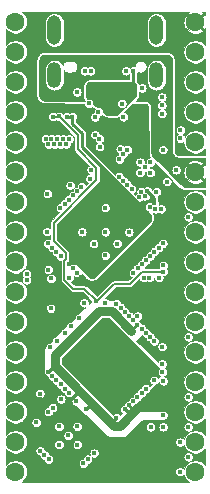
<source format=gbr>
G04 #@! TF.GenerationSoftware,KiCad,Pcbnew,5.1.9-1.fc33*
G04 #@! TF.CreationDate,2021-03-04T22:32:10+01:00*
G04 #@! TF.ProjectId,reDIP-SX,72654449-502d-4535-982e-6b696361645f,0.1*
G04 #@! TF.SameCoordinates,PX5e28010PY8011a50*
G04 #@! TF.FileFunction,Copper,L4,Inr*
G04 #@! TF.FilePolarity,Positive*
%FSLAX46Y46*%
G04 Gerber Fmt 4.6, Leading zero omitted, Abs format (unit mm)*
G04 Created by KiCad (PCBNEW 5.1.9-1.fc33) date 2021-03-04 22:32:10*
%MOMM*%
%LPD*%
G01*
G04 APERTURE LIST*
G04 #@! TA.AperFunction,ComponentPad*
%ADD10O,1.200000X2.500000*%
G04 #@! TD*
G04 #@! TA.AperFunction,ComponentPad*
%ADD11O,1.200000X2.200000*%
G04 #@! TD*
G04 #@! TA.AperFunction,ComponentPad*
%ADD12C,1.600000*%
G04 #@! TD*
G04 #@! TA.AperFunction,ViaPad*
%ADD13C,0.400000*%
G04 #@! TD*
G04 #@! TA.AperFunction,Conductor*
%ADD14C,0.250000*%
G04 #@! TD*
G04 #@! TA.AperFunction,Conductor*
%ADD15C,0.750000*%
G04 #@! TD*
G04 #@! TA.AperFunction,Conductor*
%ADD16C,0.200000*%
G04 #@! TD*
G04 #@! TA.AperFunction,Conductor*
%ADD17C,0.100000*%
G04 #@! TD*
G04 APERTURE END LIST*
D10*
X13210000Y38690000D03*
X4570000Y38690000D03*
D11*
X13210000Y34865000D03*
X4570000Y34865000D03*
D12*
X1270000Y26670000D03*
X1270000Y29210000D03*
X1270000Y31750000D03*
X1270000Y34290000D03*
X1270000Y36830000D03*
X1270000Y39370000D03*
X16510000Y26670000D03*
X16510000Y29210000D03*
X16510000Y31750000D03*
X16510000Y34290000D03*
X16510000Y36830000D03*
X16510000Y39370000D03*
X16510000Y1270000D03*
X16510000Y3810000D03*
X16510000Y6350000D03*
X16510000Y8890000D03*
X16510000Y11430000D03*
X16510000Y13970000D03*
X16510000Y16510000D03*
X16510000Y19050000D03*
X16510000Y21590000D03*
X16510000Y24130000D03*
X1270000Y1270000D03*
X1270000Y3810000D03*
X1270000Y6350000D03*
X1270000Y8890000D03*
X1270000Y11430000D03*
X1270000Y13970000D03*
X1270000Y16510000D03*
X1270000Y19050000D03*
X1270000Y21590000D03*
X1270000Y24130000D03*
D13*
X5580000Y29040000D03*
X5080000Y29040000D03*
X3990000Y24840000D03*
X4330000Y29470000D03*
X4830000Y29470000D03*
X3830000Y29470000D03*
X6520000Y3580000D03*
X4970000Y3580000D03*
X4970000Y5130000D03*
X6510000Y5130000D03*
X12710000Y27500000D03*
X11830000Y26620000D03*
X12710000Y26620000D03*
X11830000Y27500000D03*
X12270000Y27060000D03*
X9830000Y9750000D03*
X10770000Y10700000D03*
X7020000Y10680000D03*
X7970000Y9760000D03*
X7970000Y11620000D03*
X9820000Y11600000D03*
X8890000Y10690000D03*
X8890000Y12550000D03*
X8890000Y21590000D03*
X9890000Y20610000D03*
X10890000Y21580000D03*
X8890000Y19600000D03*
X7900000Y20610000D03*
X6910000Y21590000D03*
X8890000Y23640000D03*
X5740000Y4360000D03*
X15910000Y2540000D03*
X4060000Y18410000D03*
X13780000Y6070000D03*
X8300000Y31760000D03*
X5330000Y29470000D03*
X4580000Y29040000D03*
X11990000Y33780000D03*
X8900000Y8830000D03*
X7090000Y15590000D03*
X4260000Y15120000D03*
X4220000Y11820000D03*
X12130000Y17720000D03*
X13420000Y17720000D03*
X14880000Y26840000D03*
X15910000Y5080000D03*
X10430000Y31340000D03*
X3380000Y3060000D03*
X7940000Y2870000D03*
X4080000Y29040000D03*
X5830000Y29470000D03*
X12720000Y5080000D03*
X15210000Y3800000D03*
X15210000Y1290000D03*
X13780000Y5080000D03*
X15910000Y22860000D03*
X6480000Y33440000D03*
X2920000Y1550000D03*
X3850000Y14830000D03*
X3540000Y24390000D03*
X3810000Y31360000D03*
X9830000Y5860000D03*
X5960000Y7480000D03*
X4050000Y9750000D03*
X11600000Y13750000D03*
X13730000Y13930000D03*
X14390000Y7510000D03*
X10430000Y29510000D03*
X13800000Y21540000D03*
X6870000Y17790000D03*
X13740000Y25510000D03*
X12240000Y31780000D03*
X11440000Y31780000D03*
X10890000Y6910000D03*
X10550000Y6570000D03*
X3310000Y31360000D03*
X3350000Y7410000D03*
X7240000Y6560000D03*
X6290000Y25920000D03*
X5610000Y31360000D03*
X5810000Y18860000D03*
X13030000Y24040000D03*
X12430000Y25080000D03*
X6110000Y31360000D03*
X5910000Y25540000D03*
X9470000Y31760000D03*
X11240000Y35230000D03*
X15250000Y29510000D03*
X15250000Y30210000D03*
X11960000Y7970000D03*
X7640000Y35230000D03*
X7490000Y32480000D03*
X10640000Y35230000D03*
X11600000Y7620000D03*
X12630000Y17720000D03*
X13800000Y18760000D03*
X13700000Y11870000D03*
X12680000Y12700000D03*
X10750000Y25570000D03*
X13030000Y12340000D03*
X11110000Y25210000D03*
X12250000Y24610000D03*
X8010000Y31320000D03*
X15910000Y7620000D03*
X5470000Y8330000D03*
X4440000Y6720000D03*
X5110000Y8680000D03*
X4080000Y6370000D03*
X11930000Y25000000D03*
X13730000Y9740000D03*
X13020000Y9030000D03*
X11750000Y24530000D03*
X15910000Y12700000D03*
X11250000Y7260000D03*
X12310000Y8330000D03*
X11610000Y14460000D03*
X11980000Y18850000D03*
X8880000Y15580000D03*
X6160000Y18500000D03*
X6510000Y18140000D03*
X4290000Y17650000D03*
X13760000Y20620000D03*
X13400000Y20270000D03*
X13040000Y19920000D03*
X12690000Y19560000D03*
X12330000Y19210000D03*
X5840000Y17710000D03*
X5100000Y19550000D03*
X2230000Y17530000D03*
X4740000Y19910000D03*
X4390000Y20270000D03*
X4030000Y20620000D03*
X3940000Y21610000D03*
X2230000Y18030000D03*
X13620000Y23550000D03*
X13120000Y23540000D03*
X12640000Y23700000D03*
X7140000Y35230000D03*
X10290000Y32460000D03*
X4090000Y2350000D03*
X8390000Y29490000D03*
X3730000Y2700000D03*
X8010000Y29820000D03*
X4460000Y31360000D03*
X13800000Y18240000D03*
X8130000Y15720000D03*
X4960000Y31370000D03*
X11270000Y18140000D03*
X11620000Y18500000D03*
X13760000Y28550000D03*
X13680000Y33010000D03*
X5130000Y7440000D03*
X13790000Y8980000D03*
X7040000Y2000000D03*
X13700000Y10420000D03*
X13680000Y31610000D03*
X14100000Y25860000D03*
X10150000Y28620000D03*
X13680000Y32310000D03*
X13210000Y24990000D03*
X8410000Y28810000D03*
X3040000Y5470000D03*
X7400000Y2350000D03*
X3350000Y7910000D03*
X10760000Y28560000D03*
X10190000Y15180000D03*
X5450000Y23970000D03*
X5470000Y13050000D03*
X5080000Y23630000D03*
X10370000Y28170000D03*
X4400000Y9390000D03*
X10080000Y27760000D03*
X4760000Y12350000D03*
X4750000Y9030000D03*
X10040000Y26280000D03*
X5820000Y7970000D03*
X10400000Y25930000D03*
X6690000Y14300000D03*
X5980000Y13590000D03*
X9830000Y15530000D03*
X5800000Y24330000D03*
X10540000Y14820000D03*
X6160000Y24680000D03*
X10900000Y14470000D03*
X6870000Y25400000D03*
X11250000Y14110000D03*
X7570000Y26090000D03*
X11970000Y13410000D03*
X6520000Y25040000D03*
X6420000Y7280000D03*
X7690000Y26850000D03*
X12320000Y13050000D03*
X4050000Y33460000D03*
X3550000Y33460000D03*
D14*
X9420000Y5450000D02*
X9830000Y5860000D01*
X10975000Y6145000D02*
X10550000Y6570000D01*
X7670000Y6990000D02*
X7240000Y6560000D01*
X4410000Y10110000D02*
X4050000Y9750000D01*
X11190000Y13340000D02*
X11600000Y13750000D01*
X11339501Y6460499D02*
X10890000Y6910000D01*
D15*
X4610000Y11140000D02*
X8370000Y14900000D01*
X4610000Y10200000D02*
X4610000Y11140000D01*
X9420998Y14900000D02*
X8370000Y14900000D01*
X11090998Y13230000D02*
X9420998Y14900000D01*
D14*
X5960000Y7480000D02*
X6630000Y8150000D01*
D15*
X11690000Y6745001D02*
X14390000Y6745001D01*
X10144999Y5200000D02*
X11690000Y6745001D01*
X9610000Y5200000D02*
X10144999Y5200000D01*
X9610000Y5200000D02*
X4610000Y10200000D01*
D14*
X5830000Y18880000D02*
X6725000Y19775000D01*
X5610000Y31360000D02*
X6110000Y31360000D01*
X6110000Y30750344D02*
X6110000Y31360000D01*
X6925172Y29935172D02*
X6110000Y30750344D01*
X11970000Y23700000D02*
X6925172Y28744828D01*
X13030000Y24040000D02*
X12890000Y24180000D01*
X12890000Y24180000D02*
X12450000Y24180000D01*
X8045000Y19775000D02*
X6725000Y19775000D01*
X12450000Y24180000D02*
X8045000Y19775000D01*
X13030000Y24480000D02*
X13030000Y24040000D01*
X12430000Y25080000D02*
X13030000Y24480000D01*
X6925172Y29935172D02*
X6925172Y28744828D01*
X11240000Y35220000D02*
X11240000Y34250000D01*
X9470000Y32480000D02*
X9470000Y31780000D01*
X11240000Y34250000D02*
X9470000Y32480000D01*
D16*
X4460000Y31360000D02*
X4950000Y31360000D01*
X10960000Y17200000D02*
X12000000Y18240000D01*
X9640000Y17200000D02*
X10960000Y17200000D01*
X8150000Y15710000D02*
X9640000Y17200000D01*
X8130000Y25980998D02*
X4510000Y22360998D01*
X6187998Y16770000D02*
X7090000Y16770000D01*
X6550000Y29780000D02*
X6550000Y28600367D01*
X6550000Y28600367D02*
X8130000Y27020367D01*
X4960000Y31370000D02*
X6550000Y29780000D01*
X4510000Y22360998D02*
X4510000Y20800000D01*
X8130000Y27020367D02*
X8130000Y25980998D01*
X4510000Y20800000D02*
X5535001Y19774999D01*
X5535001Y19275001D02*
X5404999Y19144999D01*
X5404999Y19144999D02*
X5404999Y17552999D01*
X7090000Y16770000D02*
X8150000Y15710000D01*
X12000000Y18240000D02*
X13800000Y18240000D01*
X5535001Y19774999D02*
X5535001Y19275001D01*
X5404999Y17552999D02*
X6187998Y16770000D01*
D14*
X3550000Y33460000D02*
X4050000Y33460000D01*
X3550000Y35780000D02*
X3550000Y33460000D01*
X4180000Y36410000D02*
X3550000Y35780000D01*
X14450000Y35670000D02*
X13710000Y36410000D01*
X14450000Y27830000D02*
X14450000Y35670000D01*
X14830000Y27450000D02*
X14450000Y27830000D01*
X15730000Y27450000D02*
X14830000Y27450000D01*
X13710000Y36410000D02*
X4180000Y36410000D01*
X16510000Y26670000D02*
X15730000Y27450000D01*
D17*
X10704384Y12803441D02*
X10745657Y12769570D01*
X13467164Y10042849D01*
X13419300Y9994985D01*
X13375525Y9929471D01*
X13345372Y9856676D01*
X13330000Y9779397D01*
X13330000Y9700603D01*
X13345372Y9623324D01*
X13375525Y9550529D01*
X13419300Y9485015D01*
X13475015Y9429300D01*
X13509434Y9406302D01*
X13489113Y9379823D01*
X13356165Y9246875D01*
X13330700Y9284985D01*
X13274985Y9340700D01*
X13209471Y9384475D01*
X13136676Y9414628D01*
X13059397Y9430000D01*
X12980603Y9430000D01*
X12903324Y9414628D01*
X12830529Y9384475D01*
X12765015Y9340700D01*
X12709300Y9284985D01*
X12665525Y9219471D01*
X12635372Y9146676D01*
X12620000Y9069397D01*
X12620000Y8990603D01*
X12635372Y8913324D01*
X12665525Y8840529D01*
X12709300Y8775015D01*
X12765015Y8719300D01*
X12803125Y8693835D01*
X12650170Y8540880D01*
X12620700Y8584985D01*
X12564985Y8640700D01*
X12499471Y8684475D01*
X12426676Y8714628D01*
X12349397Y8730000D01*
X12270603Y8730000D01*
X12193324Y8714628D01*
X12120529Y8684475D01*
X12055015Y8640700D01*
X11999300Y8584985D01*
X11955525Y8519471D01*
X11925372Y8446676D01*
X11910000Y8369397D01*
X11910000Y8367891D01*
X11843324Y8354628D01*
X11770529Y8324475D01*
X11705015Y8280700D01*
X11649300Y8224985D01*
X11605525Y8159471D01*
X11575372Y8086676D01*
X11562109Y8020000D01*
X11560603Y8020000D01*
X11483324Y8004628D01*
X11410529Y7974475D01*
X11345015Y7930700D01*
X11289300Y7874985D01*
X11245525Y7809471D01*
X11215372Y7736676D01*
X11200000Y7659397D01*
X11200000Y7657891D01*
X11133324Y7644628D01*
X11060529Y7614475D01*
X10995015Y7570700D01*
X10939300Y7514985D01*
X10895525Y7449471D01*
X10865372Y7376676D01*
X10852109Y7310000D01*
X10850603Y7310000D01*
X10773324Y7294628D01*
X10700529Y7264475D01*
X10635015Y7220700D01*
X10579300Y7164985D01*
X10535525Y7099471D01*
X10505372Y7026676D01*
X10493418Y6966582D01*
X10433324Y6954628D01*
X10360529Y6924475D01*
X10295015Y6880700D01*
X10239300Y6824985D01*
X10195525Y6759471D01*
X10165372Y6686676D01*
X10150000Y6609397D01*
X10150000Y6530603D01*
X10165372Y6453324D01*
X10195525Y6380529D01*
X10239300Y6315015D01*
X10295015Y6259300D01*
X10339120Y6229830D01*
X10174175Y6064885D01*
X10140700Y6114985D01*
X10084985Y6170700D01*
X10019471Y6214475D01*
X9946676Y6244628D01*
X9869397Y6260000D01*
X9790603Y6260000D01*
X9713324Y6244628D01*
X9640529Y6214475D01*
X9575015Y6170700D01*
X9519300Y6114985D01*
X9514849Y6108324D01*
X5185000Y10438172D01*
X5185000Y10901828D01*
X8608173Y14325000D01*
X9182826Y14325000D01*
X10704384Y12803441D01*
G04 #@! TA.AperFunction,Conductor*
G36*
X10704384Y12803441D02*
G01*
X10745657Y12769570D01*
X13467164Y10042849D01*
X13419300Y9994985D01*
X13375525Y9929471D01*
X13345372Y9856676D01*
X13330000Y9779397D01*
X13330000Y9700603D01*
X13345372Y9623324D01*
X13375525Y9550529D01*
X13419300Y9485015D01*
X13475015Y9429300D01*
X13509434Y9406302D01*
X13489113Y9379823D01*
X13356165Y9246875D01*
X13330700Y9284985D01*
X13274985Y9340700D01*
X13209471Y9384475D01*
X13136676Y9414628D01*
X13059397Y9430000D01*
X12980603Y9430000D01*
X12903324Y9414628D01*
X12830529Y9384475D01*
X12765015Y9340700D01*
X12709300Y9284985D01*
X12665525Y9219471D01*
X12635372Y9146676D01*
X12620000Y9069397D01*
X12620000Y8990603D01*
X12635372Y8913324D01*
X12665525Y8840529D01*
X12709300Y8775015D01*
X12765015Y8719300D01*
X12803125Y8693835D01*
X12650170Y8540880D01*
X12620700Y8584985D01*
X12564985Y8640700D01*
X12499471Y8684475D01*
X12426676Y8714628D01*
X12349397Y8730000D01*
X12270603Y8730000D01*
X12193324Y8714628D01*
X12120529Y8684475D01*
X12055015Y8640700D01*
X11999300Y8584985D01*
X11955525Y8519471D01*
X11925372Y8446676D01*
X11910000Y8369397D01*
X11910000Y8367891D01*
X11843324Y8354628D01*
X11770529Y8324475D01*
X11705015Y8280700D01*
X11649300Y8224985D01*
X11605525Y8159471D01*
X11575372Y8086676D01*
X11562109Y8020000D01*
X11560603Y8020000D01*
X11483324Y8004628D01*
X11410529Y7974475D01*
X11345015Y7930700D01*
X11289300Y7874985D01*
X11245525Y7809471D01*
X11215372Y7736676D01*
X11200000Y7659397D01*
X11200000Y7657891D01*
X11133324Y7644628D01*
X11060529Y7614475D01*
X10995015Y7570700D01*
X10939300Y7514985D01*
X10895525Y7449471D01*
X10865372Y7376676D01*
X10852109Y7310000D01*
X10850603Y7310000D01*
X10773324Y7294628D01*
X10700529Y7264475D01*
X10635015Y7220700D01*
X10579300Y7164985D01*
X10535525Y7099471D01*
X10505372Y7026676D01*
X10493418Y6966582D01*
X10433324Y6954628D01*
X10360529Y6924475D01*
X10295015Y6880700D01*
X10239300Y6824985D01*
X10195525Y6759471D01*
X10165372Y6686676D01*
X10150000Y6609397D01*
X10150000Y6530603D01*
X10165372Y6453324D01*
X10195525Y6380529D01*
X10239300Y6315015D01*
X10295015Y6259300D01*
X10339120Y6229830D01*
X10174175Y6064885D01*
X10140700Y6114985D01*
X10084985Y6170700D01*
X10019471Y6214475D01*
X9946676Y6244628D01*
X9869397Y6260000D01*
X9790603Y6260000D01*
X9713324Y6244628D01*
X9640529Y6214475D01*
X9575015Y6170700D01*
X9519300Y6114985D01*
X9514849Y6108324D01*
X5185000Y10438172D01*
X5185000Y10901828D01*
X8608173Y14325000D01*
X9182826Y14325000D01*
X10704384Y12803441D01*
G37*
G04 #@! TD.AperFunction*
X15889946Y40096120D02*
X16510000Y39476066D01*
X17130054Y40096120D01*
X17063092Y40190000D01*
X17257988Y40190000D01*
X17289296Y40186930D01*
X17298228Y40184233D01*
X17306475Y40179848D01*
X17313712Y40173946D01*
X17319663Y40166753D01*
X17324106Y40158536D01*
X17326865Y40149623D01*
X17330001Y40119783D01*
X17330001Y39923091D01*
X17236120Y39990054D01*
X16616066Y39370000D01*
X17236120Y38749946D01*
X17330001Y38816909D01*
X17330001Y37402735D01*
X17286751Y37467463D01*
X17147463Y37606751D01*
X16983678Y37716189D01*
X16801689Y37791571D01*
X16608491Y37830000D01*
X16411509Y37830000D01*
X16218311Y37791571D01*
X16036322Y37716189D01*
X15872537Y37606751D01*
X15733249Y37467463D01*
X15623811Y37303678D01*
X15548429Y37121689D01*
X15510000Y36928491D01*
X15510000Y36731509D01*
X15548429Y36538311D01*
X15623811Y36356322D01*
X15733249Y36192537D01*
X15872537Y36053249D01*
X16036322Y35943811D01*
X16218311Y35868429D01*
X16411509Y35830000D01*
X16608491Y35830000D01*
X16801689Y35868429D01*
X16983678Y35943811D01*
X17147463Y36053249D01*
X17286751Y36192537D01*
X17330001Y36257265D01*
X17330001Y34862735D01*
X17286751Y34927463D01*
X17147463Y35066751D01*
X16983678Y35176189D01*
X16801689Y35251571D01*
X16608491Y35290000D01*
X16411509Y35290000D01*
X16218311Y35251571D01*
X16036322Y35176189D01*
X15872537Y35066751D01*
X15733249Y34927463D01*
X15623811Y34763678D01*
X15548429Y34581689D01*
X15510000Y34388491D01*
X15510000Y34191509D01*
X15548429Y33998311D01*
X15623811Y33816322D01*
X15733249Y33652537D01*
X15872537Y33513249D01*
X16036322Y33403811D01*
X16218311Y33328429D01*
X16411509Y33290000D01*
X16608491Y33290000D01*
X16801689Y33328429D01*
X16983678Y33403811D01*
X17147463Y33513249D01*
X17286751Y33652537D01*
X17330001Y33717265D01*
X17330001Y32322735D01*
X17286751Y32387463D01*
X17147463Y32526751D01*
X16983678Y32636189D01*
X16801689Y32711571D01*
X16608491Y32750000D01*
X16411509Y32750000D01*
X16218311Y32711571D01*
X16036322Y32636189D01*
X15872537Y32526751D01*
X15733249Y32387463D01*
X15623811Y32223678D01*
X15548429Y32041689D01*
X15510000Y31848491D01*
X15510000Y31651509D01*
X15548429Y31458311D01*
X15623811Y31276322D01*
X15733249Y31112537D01*
X15872537Y30973249D01*
X16036322Y30863811D01*
X16218311Y30788429D01*
X16411509Y30750000D01*
X16608491Y30750000D01*
X16801689Y30788429D01*
X16983678Y30863811D01*
X17147463Y30973249D01*
X17286751Y31112537D01*
X17330001Y31177265D01*
X17330001Y29782735D01*
X17286751Y29847463D01*
X17147463Y29986751D01*
X16983678Y30096189D01*
X16801689Y30171571D01*
X16608491Y30210000D01*
X16411509Y30210000D01*
X16218311Y30171571D01*
X16036322Y30096189D01*
X15872537Y29986751D01*
X15733249Y29847463D01*
X15623811Y29683678D01*
X15617414Y29668234D01*
X15604475Y29699471D01*
X15560700Y29764985D01*
X15504985Y29820700D01*
X15446168Y29860000D01*
X15504985Y29899300D01*
X15560700Y29955015D01*
X15604475Y30020529D01*
X15634628Y30093324D01*
X15650000Y30170603D01*
X15650000Y30249397D01*
X15634628Y30326676D01*
X15604475Y30399471D01*
X15560700Y30464985D01*
X15504985Y30520700D01*
X15439471Y30564475D01*
X15366676Y30594628D01*
X15289397Y30610000D01*
X15210603Y30610000D01*
X15133324Y30594628D01*
X15060529Y30564475D01*
X14995015Y30520700D01*
X14939300Y30464985D01*
X14895525Y30399471D01*
X14865372Y30326676D01*
X14850000Y30249397D01*
X14850000Y30170603D01*
X14865372Y30093324D01*
X14895525Y30020529D01*
X14939300Y29955015D01*
X14995015Y29899300D01*
X15053832Y29860000D01*
X14995015Y29820700D01*
X14939300Y29764985D01*
X14895525Y29699471D01*
X14865372Y29626676D01*
X14850000Y29549397D01*
X14850000Y29470603D01*
X14865372Y29393324D01*
X14895525Y29320529D01*
X14939300Y29255015D01*
X14995015Y29199300D01*
X15060529Y29155525D01*
X15133324Y29125372D01*
X15210603Y29110000D01*
X15289397Y29110000D01*
X15366676Y29125372D01*
X15439471Y29155525D01*
X15504985Y29199300D01*
X15510000Y29204315D01*
X15510000Y29111509D01*
X15548429Y28918311D01*
X15623811Y28736322D01*
X15733249Y28572537D01*
X15872537Y28433249D01*
X16036322Y28323811D01*
X16218311Y28248429D01*
X16411509Y28210000D01*
X16608491Y28210000D01*
X16801689Y28248429D01*
X16983678Y28323811D01*
X17147463Y28433249D01*
X17286751Y28572537D01*
X17330001Y28637265D01*
X17330001Y28125143D01*
X17306105Y28128289D01*
X17280000Y28130000D01*
X15093109Y28130000D01*
X15002801Y28141889D01*
X14930862Y28171687D01*
X14869088Y28219088D01*
X14821687Y28280862D01*
X14791889Y28352801D01*
X14780000Y28443109D01*
X14780000Y36150000D01*
X14778289Y36176105D01*
X14761252Y36305515D01*
X14747739Y36355947D01*
X14697789Y36476537D01*
X14671683Y36521753D01*
X14592223Y36625306D01*
X14555306Y36662223D01*
X14451753Y36741683D01*
X14406537Y36767789D01*
X14285947Y36817739D01*
X14235515Y36831252D01*
X14106105Y36848289D01*
X14080000Y36850000D01*
X3760000Y36850000D01*
X3733895Y36848289D01*
X3604485Y36831252D01*
X3554053Y36817739D01*
X3433463Y36767789D01*
X3388247Y36741683D01*
X3284694Y36662223D01*
X3247777Y36625306D01*
X3168317Y36521753D01*
X3142211Y36476537D01*
X3092261Y36355947D01*
X3078748Y36305515D01*
X3061711Y36176105D01*
X3060000Y36150000D01*
X3060000Y33168420D01*
X3061704Y33142367D01*
X3078673Y33013212D01*
X3092133Y32962874D01*
X3141888Y32842486D01*
X3167893Y32797334D01*
X3247057Y32693884D01*
X3283843Y32656982D01*
X3387042Y32577491D01*
X3432111Y32551343D01*
X3552341Y32501207D01*
X3602638Y32487587D01*
X3731739Y32470210D01*
X3757785Y32468424D01*
X7090000Y32457879D01*
X7090000Y32440603D01*
X7105372Y32363324D01*
X7135525Y32290529D01*
X7179300Y32225015D01*
X7235015Y32169300D01*
X7300529Y32125525D01*
X7373324Y32095372D01*
X7450603Y32080000D01*
X7529397Y32080000D01*
X7606676Y32095372D01*
X7679471Y32125525D01*
X7744985Y32169300D01*
X7763220Y32187535D01*
X7984609Y32007965D01*
X7945525Y31949471D01*
X7915372Y31876676D01*
X7900000Y31799397D01*
X7900000Y31720603D01*
X7902803Y31706513D01*
X7893324Y31704628D01*
X7820529Y31674475D01*
X7755015Y31630700D01*
X7699300Y31574985D01*
X7655525Y31509471D01*
X7625372Y31436676D01*
X7610000Y31359397D01*
X7610000Y31280603D01*
X7625372Y31203324D01*
X7655525Y31130529D01*
X7699300Y31065015D01*
X7755015Y31009300D01*
X7820529Y30965525D01*
X7893324Y30935372D01*
X7970603Y30920000D01*
X8049397Y30920000D01*
X8126676Y30935372D01*
X8199471Y30965525D01*
X8264985Y31009300D01*
X8320700Y31065015D01*
X8364475Y31130529D01*
X8394628Y31203324D01*
X8410000Y31280603D01*
X8410000Y31359397D01*
X8407197Y31373487D01*
X8416676Y31375372D01*
X8489471Y31405525D01*
X8554985Y31449300D01*
X8608006Y31502321D01*
X8724019Y31408221D01*
X8752638Y31388852D01*
X8903000Y31305046D01*
X8930135Y31292481D01*
X8968017Y31282377D01*
X9137890Y31254531D01*
X9172348Y31251908D01*
X9737188Y31257854D01*
X9763028Y31259805D01*
X9891055Y31277871D01*
X9940901Y31291658D01*
X10030000Y31329276D01*
X10030000Y31300603D01*
X10045372Y31223324D01*
X10075525Y31150529D01*
X10119300Y31085015D01*
X10175015Y31029300D01*
X10240529Y30985525D01*
X10313324Y30955372D01*
X10390603Y30940000D01*
X10469397Y30940000D01*
X10546676Y30955372D01*
X10619471Y30985525D01*
X10684985Y31029300D01*
X10740700Y31085015D01*
X10784475Y31150529D01*
X10814628Y31223324D01*
X10830000Y31300603D01*
X10830000Y31379397D01*
X10814628Y31456676D01*
X10784475Y31529471D01*
X10740700Y31594985D01*
X10684985Y31650700D01*
X10619471Y31694475D01*
X10546676Y31724628D01*
X10495166Y31734874D01*
X11200805Y32444870D01*
X12228979Y32441616D01*
X12318948Y32429523D01*
X12390591Y32399694D01*
X12452115Y32352394D01*
X12499353Y32290827D01*
X12529114Y32219152D01*
X12541120Y32129174D01*
X12549551Y28284416D01*
X12551286Y28258570D01*
X12568273Y28130437D01*
X12581636Y28080491D01*
X12630902Y27960994D01*
X12656621Y27916144D01*
X12669124Y27899706D01*
X12593324Y27884628D01*
X12520529Y27854475D01*
X12455015Y27810700D01*
X12399300Y27754985D01*
X12355525Y27689471D01*
X12325372Y27616676D01*
X12310000Y27539397D01*
X12310000Y27460603D01*
X12310150Y27459850D01*
X12309397Y27460000D01*
X12230603Y27460000D01*
X12229850Y27459850D01*
X12230000Y27460603D01*
X12230000Y27539397D01*
X12214628Y27616676D01*
X12184475Y27689471D01*
X12140700Y27754985D01*
X12084985Y27810700D01*
X12019471Y27854475D01*
X11946676Y27884628D01*
X11869397Y27900000D01*
X11790603Y27900000D01*
X11713324Y27884628D01*
X11640529Y27854475D01*
X11575015Y27810700D01*
X11519300Y27754985D01*
X11475525Y27689471D01*
X11445372Y27616676D01*
X11430000Y27539397D01*
X11430000Y27460603D01*
X11445372Y27383324D01*
X11475525Y27310529D01*
X11519300Y27245015D01*
X11575015Y27189300D01*
X11640529Y27145525D01*
X11713324Y27115372D01*
X11790603Y27100000D01*
X11869397Y27100000D01*
X11870150Y27100150D01*
X11870000Y27099397D01*
X11870000Y27020603D01*
X11870150Y27019850D01*
X11869397Y27020000D01*
X11790603Y27020000D01*
X11713324Y27004628D01*
X11640529Y26974475D01*
X11575015Y26930700D01*
X11519300Y26874985D01*
X11475525Y26809471D01*
X11445372Y26736676D01*
X11430000Y26659397D01*
X11430000Y26580603D01*
X11445372Y26503324D01*
X11475525Y26430529D01*
X11519300Y26365015D01*
X11575015Y26309300D01*
X11640529Y26265525D01*
X11713324Y26235372D01*
X11790603Y26220000D01*
X11869397Y26220000D01*
X11946676Y26235372D01*
X12019471Y26265525D01*
X12084985Y26309300D01*
X12140700Y26365015D01*
X12184475Y26430529D01*
X12214628Y26503324D01*
X12230000Y26580603D01*
X12230000Y26659397D01*
X12229850Y26660150D01*
X12230603Y26660000D01*
X12309397Y26660000D01*
X12310150Y26660150D01*
X12310000Y26659397D01*
X12310000Y26580603D01*
X12325372Y26503324D01*
X12355525Y26430529D01*
X12399300Y26365015D01*
X12455015Y26309300D01*
X12520529Y26265525D01*
X12593324Y26235372D01*
X12670603Y26220000D01*
X12749397Y26220000D01*
X12826676Y26235372D01*
X12899471Y26265525D01*
X12964985Y26309300D01*
X13020700Y26365015D01*
X13064475Y26430529D01*
X13094628Y26503324D01*
X13110000Y26580603D01*
X13110000Y26659397D01*
X13094628Y26736676D01*
X13064475Y26809471D01*
X13020700Y26874985D01*
X12964985Y26930700D01*
X12899471Y26974475D01*
X12826676Y27004628D01*
X12749397Y27020000D01*
X12670603Y27020000D01*
X12669850Y27019850D01*
X12670000Y27020603D01*
X12670000Y27099397D01*
X12669850Y27100150D01*
X12670603Y27100000D01*
X12749397Y27100000D01*
X12826676Y27115372D01*
X12899471Y27145525D01*
X12964985Y27189300D01*
X13020700Y27245015D01*
X13064475Y27310529D01*
X13094628Y27383324D01*
X13105197Y27436457D01*
X15171029Y25347757D01*
X15190749Y25330287D01*
X15294656Y25249797D01*
X15340088Y25223344D01*
X15461379Y25172711D01*
X15512138Y25159010D01*
X15642434Y25141735D01*
X15668721Y25140000D01*
X17280000Y25140000D01*
X17306105Y25141711D01*
X17330001Y25144857D01*
X17330001Y24702736D01*
X17286751Y24767463D01*
X17147463Y24906751D01*
X16983678Y25016189D01*
X16801689Y25091571D01*
X16608491Y25130000D01*
X16411509Y25130000D01*
X16218311Y25091571D01*
X16036322Y25016189D01*
X15872537Y24906751D01*
X15733249Y24767463D01*
X15623811Y24603678D01*
X15548429Y24421689D01*
X15510000Y24228491D01*
X15510000Y24031509D01*
X15548429Y23838311D01*
X15623811Y23656322D01*
X15733249Y23492537D01*
X15872537Y23353249D01*
X16036322Y23243811D01*
X16218311Y23168429D01*
X16411509Y23130000D01*
X16608491Y23130000D01*
X16801689Y23168429D01*
X16983678Y23243811D01*
X17147463Y23353249D01*
X17286751Y23492537D01*
X17330001Y23557264D01*
X17330001Y22162736D01*
X17286751Y22227463D01*
X17147463Y22366751D01*
X16983678Y22476189D01*
X16801689Y22551571D01*
X16608491Y22590000D01*
X16411509Y22590000D01*
X16218311Y22551571D01*
X16036322Y22476189D01*
X15872537Y22366751D01*
X15733249Y22227463D01*
X15623811Y22063678D01*
X15548429Y21881689D01*
X15510000Y21688491D01*
X15510000Y21491509D01*
X15548429Y21298311D01*
X15623811Y21116322D01*
X15733249Y20952537D01*
X15872537Y20813249D01*
X16036322Y20703811D01*
X16218311Y20628429D01*
X16411509Y20590000D01*
X16608491Y20590000D01*
X16801689Y20628429D01*
X16983678Y20703811D01*
X17147463Y20813249D01*
X17286751Y20952537D01*
X17330001Y21017264D01*
X17330000Y19622736D01*
X17286751Y19687463D01*
X17147463Y19826751D01*
X16983678Y19936189D01*
X16801689Y20011571D01*
X16608491Y20050000D01*
X16411509Y20050000D01*
X16218311Y20011571D01*
X16036322Y19936189D01*
X15872537Y19826751D01*
X15733249Y19687463D01*
X15623811Y19523678D01*
X15548429Y19341689D01*
X15510000Y19148491D01*
X15510000Y18951509D01*
X15548429Y18758311D01*
X15623811Y18576322D01*
X15733249Y18412537D01*
X15872537Y18273249D01*
X16036322Y18163811D01*
X16218311Y18088429D01*
X16411509Y18050000D01*
X16608491Y18050000D01*
X16801689Y18088429D01*
X16983678Y18163811D01*
X17147463Y18273249D01*
X17286751Y18412537D01*
X17330000Y18477264D01*
X17330000Y17082736D01*
X17286751Y17147463D01*
X17147463Y17286751D01*
X16983678Y17396189D01*
X16801689Y17471571D01*
X16608491Y17510000D01*
X16411509Y17510000D01*
X16218311Y17471571D01*
X16036322Y17396189D01*
X15872537Y17286751D01*
X15733249Y17147463D01*
X15623811Y16983678D01*
X15548429Y16801689D01*
X15510000Y16608491D01*
X15510000Y16411509D01*
X15548429Y16218311D01*
X15623811Y16036322D01*
X15733249Y15872537D01*
X15872537Y15733249D01*
X16036322Y15623811D01*
X16218311Y15548429D01*
X16411509Y15510000D01*
X16608491Y15510000D01*
X16801689Y15548429D01*
X16983678Y15623811D01*
X17147463Y15733249D01*
X17286751Y15872537D01*
X17330000Y15937264D01*
X17330000Y14542736D01*
X17286751Y14607463D01*
X17147463Y14746751D01*
X16983678Y14856189D01*
X16801689Y14931571D01*
X16608491Y14970000D01*
X16411509Y14970000D01*
X16218311Y14931571D01*
X16036322Y14856189D01*
X15872537Y14746751D01*
X15733249Y14607463D01*
X15623811Y14443678D01*
X15548429Y14261689D01*
X15510000Y14068491D01*
X15510000Y13871509D01*
X15548429Y13678311D01*
X15623811Y13496322D01*
X15733249Y13332537D01*
X15872537Y13193249D01*
X16036322Y13083811D01*
X16218311Y13008429D01*
X16411509Y12970000D01*
X16608491Y12970000D01*
X16801689Y13008429D01*
X16983678Y13083811D01*
X17147463Y13193249D01*
X17286751Y13332537D01*
X17330000Y13397264D01*
X17330000Y12002736D01*
X17286751Y12067463D01*
X17147463Y12206751D01*
X16983678Y12316189D01*
X16801689Y12391571D01*
X16608491Y12430000D01*
X16411509Y12430000D01*
X16218311Y12391571D01*
X16036322Y12316189D01*
X15872537Y12206751D01*
X15733249Y12067463D01*
X15623811Y11903678D01*
X15548429Y11721689D01*
X15510000Y11528491D01*
X15510000Y11331509D01*
X15548429Y11138311D01*
X15623811Y10956322D01*
X15733249Y10792537D01*
X15872537Y10653249D01*
X16036322Y10543811D01*
X16218311Y10468429D01*
X16411509Y10430000D01*
X16608491Y10430000D01*
X16801689Y10468429D01*
X16983678Y10543811D01*
X17147463Y10653249D01*
X17286751Y10792537D01*
X17330000Y10857264D01*
X17330000Y9462736D01*
X17286751Y9527463D01*
X17147463Y9666751D01*
X16983678Y9776189D01*
X16801689Y9851571D01*
X16608491Y9890000D01*
X16411509Y9890000D01*
X16218311Y9851571D01*
X16036322Y9776189D01*
X15872537Y9666751D01*
X15733249Y9527463D01*
X15623811Y9363678D01*
X15548429Y9181689D01*
X15510000Y8988491D01*
X15510000Y8791509D01*
X15548429Y8598311D01*
X15623811Y8416322D01*
X15733249Y8252537D01*
X15872537Y8113249D01*
X16036322Y8003811D01*
X16218311Y7928429D01*
X16411509Y7890000D01*
X16608491Y7890000D01*
X16801689Y7928429D01*
X16983678Y8003811D01*
X17147463Y8113249D01*
X17286751Y8252537D01*
X17330000Y8317264D01*
X17330000Y6922736D01*
X17286751Y6987463D01*
X17147463Y7126751D01*
X16983678Y7236189D01*
X16801689Y7311571D01*
X16608491Y7350000D01*
X16411509Y7350000D01*
X16218311Y7311571D01*
X16036322Y7236189D01*
X15872537Y7126751D01*
X15733249Y6987463D01*
X15623811Y6823678D01*
X15548429Y6641689D01*
X15510000Y6448491D01*
X15510000Y6251509D01*
X15548429Y6058311D01*
X15623811Y5876322D01*
X15733249Y5712537D01*
X15872537Y5573249D01*
X16036322Y5463811D01*
X16218311Y5388429D01*
X16411509Y5350000D01*
X16608491Y5350000D01*
X16801689Y5388429D01*
X16983678Y5463811D01*
X17147463Y5573249D01*
X17286751Y5712537D01*
X17330000Y5777264D01*
X17330000Y4382736D01*
X17286751Y4447463D01*
X17147463Y4586751D01*
X16983678Y4696189D01*
X16801689Y4771571D01*
X16608491Y4810000D01*
X16411509Y4810000D01*
X16218311Y4771571D01*
X16036322Y4696189D01*
X15872537Y4586751D01*
X15733249Y4447463D01*
X15623811Y4283678D01*
X15548429Y4101689D01*
X15534909Y4033719D01*
X15520700Y4054985D01*
X15464985Y4110700D01*
X15399471Y4154475D01*
X15326676Y4184628D01*
X15249397Y4200000D01*
X15170603Y4200000D01*
X15093324Y4184628D01*
X15020529Y4154475D01*
X14955015Y4110700D01*
X14899300Y4054985D01*
X14855525Y3989471D01*
X14825372Y3916676D01*
X14810000Y3839397D01*
X14810000Y3760603D01*
X14825372Y3683324D01*
X14855525Y3610529D01*
X14899300Y3545015D01*
X14955015Y3489300D01*
X15020529Y3445525D01*
X15093324Y3415372D01*
X15170603Y3400000D01*
X15249397Y3400000D01*
X15326676Y3415372D01*
X15399471Y3445525D01*
X15464985Y3489300D01*
X15520700Y3545015D01*
X15537975Y3570869D01*
X15548429Y3518311D01*
X15623811Y3336322D01*
X15733249Y3172537D01*
X15872537Y3033249D01*
X16036322Y2923811D01*
X16218311Y2848429D01*
X16411509Y2810000D01*
X16608491Y2810000D01*
X16801689Y2848429D01*
X16983678Y2923811D01*
X17147463Y3033249D01*
X17286751Y3172537D01*
X17330000Y3237264D01*
X17330000Y1842736D01*
X17286751Y1907463D01*
X17147463Y2046751D01*
X16983678Y2156189D01*
X16801689Y2231571D01*
X16608491Y2270000D01*
X16411509Y2270000D01*
X16218311Y2231571D01*
X16036322Y2156189D01*
X15872537Y2046751D01*
X15733249Y1907463D01*
X15623811Y1743678D01*
X15548429Y1561689D01*
X15539508Y1516837D01*
X15520700Y1544985D01*
X15464985Y1600700D01*
X15399471Y1644475D01*
X15326676Y1674628D01*
X15249397Y1690000D01*
X15170603Y1690000D01*
X15093324Y1674628D01*
X15020529Y1644475D01*
X14955015Y1600700D01*
X14899300Y1544985D01*
X14855525Y1479471D01*
X14825372Y1406676D01*
X14810000Y1329397D01*
X14810000Y1250603D01*
X14825372Y1173324D01*
X14855525Y1100529D01*
X14899300Y1035015D01*
X14955015Y979300D01*
X15020529Y935525D01*
X15093324Y905372D01*
X15170603Y890000D01*
X15249397Y890000D01*
X15326676Y905372D01*
X15399471Y935525D01*
X15464985Y979300D01*
X15520700Y1035015D01*
X15533376Y1053987D01*
X15548429Y978311D01*
X15623811Y796322D01*
X15733249Y632537D01*
X15872537Y493249D01*
X15937263Y450000D01*
X1842737Y450000D01*
X1907463Y493249D01*
X2046751Y632537D01*
X2156189Y796322D01*
X2231571Y978311D01*
X2270000Y1171509D01*
X2270000Y1368491D01*
X2231571Y1561689D01*
X2156189Y1743678D01*
X2046751Y1907463D01*
X1907463Y2046751D01*
X1743678Y2156189D01*
X1561689Y2231571D01*
X1368491Y2270000D01*
X1171509Y2270000D01*
X978311Y2231571D01*
X796322Y2156189D01*
X632537Y2046751D01*
X493249Y1907463D01*
X450000Y1842737D01*
X450000Y3237263D01*
X493249Y3172537D01*
X632537Y3033249D01*
X796322Y2923811D01*
X978311Y2848429D01*
X1171509Y2810000D01*
X1368491Y2810000D01*
X1561689Y2848429D01*
X1743678Y2923811D01*
X1907463Y3033249D01*
X1973611Y3099397D01*
X2980000Y3099397D01*
X2980000Y3020603D01*
X2995372Y2943324D01*
X3025525Y2870529D01*
X3069300Y2805015D01*
X3125015Y2749300D01*
X3190529Y2705525D01*
X3263324Y2675372D01*
X3330000Y2662109D01*
X3330000Y2660603D01*
X3345372Y2583324D01*
X3375525Y2510529D01*
X3419300Y2445015D01*
X3475015Y2389300D01*
X3540529Y2345525D01*
X3613324Y2315372D01*
X3690603Y2300000D01*
X3692109Y2300000D01*
X3705372Y2233324D01*
X3735525Y2160529D01*
X3779300Y2095015D01*
X3835015Y2039300D01*
X3900529Y1995525D01*
X3973324Y1965372D01*
X4050603Y1950000D01*
X4129397Y1950000D01*
X4206676Y1965372D01*
X4279471Y1995525D01*
X4344985Y2039300D01*
X4345082Y2039397D01*
X6640000Y2039397D01*
X6640000Y1960603D01*
X6655372Y1883324D01*
X6685525Y1810529D01*
X6729300Y1745015D01*
X6785015Y1689300D01*
X6850529Y1645525D01*
X6923324Y1615372D01*
X7000603Y1600000D01*
X7079397Y1600000D01*
X7156676Y1615372D01*
X7229471Y1645525D01*
X7294985Y1689300D01*
X7350700Y1745015D01*
X7394475Y1810529D01*
X7424628Y1883324D01*
X7437891Y1950000D01*
X7439397Y1950000D01*
X7516676Y1965372D01*
X7589471Y1995525D01*
X7654985Y2039300D01*
X7710700Y2095015D01*
X7754475Y2160529D01*
X7784628Y2233324D01*
X7800000Y2310603D01*
X7800000Y2389397D01*
X7784628Y2466676D01*
X7767265Y2508592D01*
X7823324Y2485372D01*
X7900603Y2470000D01*
X7979397Y2470000D01*
X8056676Y2485372D01*
X8129471Y2515525D01*
X8194985Y2559300D01*
X8215082Y2579397D01*
X15510000Y2579397D01*
X15510000Y2500603D01*
X15525372Y2423324D01*
X15555525Y2350529D01*
X15599300Y2285015D01*
X15655015Y2229300D01*
X15720529Y2185525D01*
X15793324Y2155372D01*
X15870603Y2140000D01*
X15949397Y2140000D01*
X16026676Y2155372D01*
X16099471Y2185525D01*
X16164985Y2229300D01*
X16220700Y2285015D01*
X16264475Y2350529D01*
X16294628Y2423324D01*
X16310000Y2500603D01*
X16310000Y2579397D01*
X16294628Y2656676D01*
X16264475Y2729471D01*
X16220700Y2794985D01*
X16164985Y2850700D01*
X16099471Y2894475D01*
X16026676Y2924628D01*
X15949397Y2940000D01*
X15870603Y2940000D01*
X15793324Y2924628D01*
X15720529Y2894475D01*
X15655015Y2850700D01*
X15599300Y2794985D01*
X15555525Y2729471D01*
X15525372Y2656676D01*
X15510000Y2579397D01*
X8215082Y2579397D01*
X8250700Y2615015D01*
X8294475Y2680529D01*
X8324628Y2753324D01*
X8340000Y2830603D01*
X8340000Y2909397D01*
X8324628Y2986676D01*
X8294475Y3059471D01*
X8250700Y3124985D01*
X8194985Y3180700D01*
X8129471Y3224475D01*
X8056676Y3254628D01*
X7979397Y3270000D01*
X7900603Y3270000D01*
X7823324Y3254628D01*
X7750529Y3224475D01*
X7685015Y3180700D01*
X7629300Y3124985D01*
X7585525Y3059471D01*
X7555372Y2986676D01*
X7540000Y2909397D01*
X7540000Y2830603D01*
X7555372Y2753324D01*
X7572735Y2711408D01*
X7516676Y2734628D01*
X7439397Y2750000D01*
X7360603Y2750000D01*
X7283324Y2734628D01*
X7210529Y2704475D01*
X7145015Y2660700D01*
X7089300Y2604985D01*
X7045525Y2539471D01*
X7015372Y2466676D01*
X7002109Y2400000D01*
X7000603Y2400000D01*
X6923324Y2384628D01*
X6850529Y2354475D01*
X6785015Y2310700D01*
X6729300Y2254985D01*
X6685525Y2189471D01*
X6655372Y2116676D01*
X6640000Y2039397D01*
X4345082Y2039397D01*
X4400700Y2095015D01*
X4444475Y2160529D01*
X4474628Y2233324D01*
X4490000Y2310603D01*
X4490000Y2389397D01*
X4474628Y2466676D01*
X4444475Y2539471D01*
X4400700Y2604985D01*
X4344985Y2660700D01*
X4279471Y2704475D01*
X4206676Y2734628D01*
X4129397Y2750000D01*
X4127891Y2750000D01*
X4114628Y2816676D01*
X4084475Y2889471D01*
X4040700Y2954985D01*
X3984985Y3010700D01*
X3919471Y3054475D01*
X3846676Y3084628D01*
X3780000Y3097891D01*
X3780000Y3099397D01*
X3764628Y3176676D01*
X3734475Y3249471D01*
X3690700Y3314985D01*
X3634985Y3370700D01*
X3569471Y3414475D01*
X3496676Y3444628D01*
X3419397Y3460000D01*
X3340603Y3460000D01*
X3263324Y3444628D01*
X3190529Y3414475D01*
X3125015Y3370700D01*
X3069300Y3314985D01*
X3025525Y3249471D01*
X2995372Y3176676D01*
X2980000Y3099397D01*
X1973611Y3099397D01*
X2046751Y3172537D01*
X2156189Y3336322D01*
X2231571Y3518311D01*
X2251678Y3619397D01*
X4570000Y3619397D01*
X4570000Y3540603D01*
X4585372Y3463324D01*
X4615525Y3390529D01*
X4659300Y3325015D01*
X4715015Y3269300D01*
X4780529Y3225525D01*
X4853324Y3195372D01*
X4930603Y3180000D01*
X5009397Y3180000D01*
X5086676Y3195372D01*
X5159471Y3225525D01*
X5224985Y3269300D01*
X5280700Y3325015D01*
X5324475Y3390529D01*
X5354628Y3463324D01*
X5370000Y3540603D01*
X5370000Y3619397D01*
X6120000Y3619397D01*
X6120000Y3540603D01*
X6135372Y3463324D01*
X6165525Y3390529D01*
X6209300Y3325015D01*
X6265015Y3269300D01*
X6330529Y3225525D01*
X6403324Y3195372D01*
X6480603Y3180000D01*
X6559397Y3180000D01*
X6636676Y3195372D01*
X6709471Y3225525D01*
X6774985Y3269300D01*
X6830700Y3325015D01*
X6874475Y3390529D01*
X6904628Y3463324D01*
X6920000Y3540603D01*
X6920000Y3619397D01*
X6904628Y3696676D01*
X6874475Y3769471D01*
X6830700Y3834985D01*
X6774985Y3890700D01*
X6709471Y3934475D01*
X6636676Y3964628D01*
X6559397Y3980000D01*
X6480603Y3980000D01*
X6403324Y3964628D01*
X6330529Y3934475D01*
X6265015Y3890700D01*
X6209300Y3834985D01*
X6165525Y3769471D01*
X6135372Y3696676D01*
X6120000Y3619397D01*
X5370000Y3619397D01*
X5354628Y3696676D01*
X5324475Y3769471D01*
X5280700Y3834985D01*
X5224985Y3890700D01*
X5159471Y3934475D01*
X5086676Y3964628D01*
X5009397Y3980000D01*
X4930603Y3980000D01*
X4853324Y3964628D01*
X4780529Y3934475D01*
X4715015Y3890700D01*
X4659300Y3834985D01*
X4615525Y3769471D01*
X4585372Y3696676D01*
X4570000Y3619397D01*
X2251678Y3619397D01*
X2270000Y3711509D01*
X2270000Y3908491D01*
X2231571Y4101689D01*
X2156189Y4283678D01*
X2078868Y4399397D01*
X5340000Y4399397D01*
X5340000Y4320603D01*
X5355372Y4243324D01*
X5385525Y4170529D01*
X5429300Y4105015D01*
X5485015Y4049300D01*
X5550529Y4005525D01*
X5623324Y3975372D01*
X5700603Y3960000D01*
X5779397Y3960000D01*
X5856676Y3975372D01*
X5929471Y4005525D01*
X5994985Y4049300D01*
X6050700Y4105015D01*
X6094475Y4170529D01*
X6124628Y4243324D01*
X6140000Y4320603D01*
X6140000Y4399397D01*
X6124628Y4476676D01*
X6094475Y4549471D01*
X6050700Y4614985D01*
X5994985Y4670700D01*
X5929471Y4714475D01*
X5856676Y4744628D01*
X5779397Y4760000D01*
X5700603Y4760000D01*
X5623324Y4744628D01*
X5550529Y4714475D01*
X5485015Y4670700D01*
X5429300Y4614985D01*
X5385525Y4549471D01*
X5355372Y4476676D01*
X5340000Y4399397D01*
X2078868Y4399397D01*
X2046751Y4447463D01*
X1907463Y4586751D01*
X1743678Y4696189D01*
X1561689Y4771571D01*
X1368491Y4810000D01*
X1171509Y4810000D01*
X978311Y4771571D01*
X796322Y4696189D01*
X632537Y4586751D01*
X493249Y4447463D01*
X450000Y4382737D01*
X450000Y5777263D01*
X493249Y5712537D01*
X632537Y5573249D01*
X796322Y5463811D01*
X978311Y5388429D01*
X1171509Y5350000D01*
X1368491Y5350000D01*
X1561689Y5388429D01*
X1743678Y5463811D01*
X1811902Y5509397D01*
X2640000Y5509397D01*
X2640000Y5430603D01*
X2655372Y5353324D01*
X2685525Y5280529D01*
X2729300Y5215015D01*
X2785015Y5159300D01*
X2850529Y5115525D01*
X2923324Y5085372D01*
X3000603Y5070000D01*
X3079397Y5070000D01*
X3156676Y5085372D01*
X3229471Y5115525D01*
X3294985Y5159300D01*
X3305082Y5169397D01*
X4570000Y5169397D01*
X4570000Y5090603D01*
X4585372Y5013324D01*
X4615525Y4940529D01*
X4659300Y4875015D01*
X4715015Y4819300D01*
X4780529Y4775525D01*
X4853324Y4745372D01*
X4930603Y4730000D01*
X5009397Y4730000D01*
X5086676Y4745372D01*
X5159471Y4775525D01*
X5224985Y4819300D01*
X5280700Y4875015D01*
X5324475Y4940529D01*
X5354628Y5013324D01*
X5370000Y5090603D01*
X5370000Y5169397D01*
X6110000Y5169397D01*
X6110000Y5090603D01*
X6125372Y5013324D01*
X6155525Y4940529D01*
X6199300Y4875015D01*
X6255015Y4819300D01*
X6320529Y4775525D01*
X6393324Y4745372D01*
X6470603Y4730000D01*
X6549397Y4730000D01*
X6626676Y4745372D01*
X6699471Y4775525D01*
X6764985Y4819300D01*
X6820700Y4875015D01*
X6864475Y4940529D01*
X6894628Y5013324D01*
X6910000Y5090603D01*
X6910000Y5169397D01*
X6894628Y5246676D01*
X6864475Y5319471D01*
X6820700Y5384985D01*
X6764985Y5440700D01*
X6699471Y5484475D01*
X6626676Y5514628D01*
X6549397Y5530000D01*
X6470603Y5530000D01*
X6393324Y5514628D01*
X6320529Y5484475D01*
X6255015Y5440700D01*
X6199300Y5384985D01*
X6155525Y5319471D01*
X6125372Y5246676D01*
X6110000Y5169397D01*
X5370000Y5169397D01*
X5354628Y5246676D01*
X5324475Y5319471D01*
X5280700Y5384985D01*
X5224985Y5440700D01*
X5159471Y5484475D01*
X5086676Y5514628D01*
X5009397Y5530000D01*
X4930603Y5530000D01*
X4853324Y5514628D01*
X4780529Y5484475D01*
X4715015Y5440700D01*
X4659300Y5384985D01*
X4615525Y5319471D01*
X4585372Y5246676D01*
X4570000Y5169397D01*
X3305082Y5169397D01*
X3350700Y5215015D01*
X3394475Y5280529D01*
X3424628Y5353324D01*
X3440000Y5430603D01*
X3440000Y5509397D01*
X3424628Y5586676D01*
X3394475Y5659471D01*
X3350700Y5724985D01*
X3294985Y5780700D01*
X3229471Y5824475D01*
X3156676Y5854628D01*
X3079397Y5870000D01*
X3000603Y5870000D01*
X2923324Y5854628D01*
X2850529Y5824475D01*
X2785015Y5780700D01*
X2729300Y5724985D01*
X2685525Y5659471D01*
X2655372Y5586676D01*
X2640000Y5509397D01*
X1811902Y5509397D01*
X1907463Y5573249D01*
X2046751Y5712537D01*
X2156189Y5876322D01*
X2231571Y6058311D01*
X2270000Y6251509D01*
X2270000Y6409397D01*
X3680000Y6409397D01*
X3680000Y6330603D01*
X3695372Y6253324D01*
X3725525Y6180529D01*
X3769300Y6115015D01*
X3825015Y6059300D01*
X3890529Y6015525D01*
X3963324Y5985372D01*
X4040603Y5970000D01*
X4119397Y5970000D01*
X4196676Y5985372D01*
X4269471Y6015525D01*
X4334985Y6059300D01*
X4390700Y6115015D01*
X4434475Y6180529D01*
X4464628Y6253324D01*
X4477891Y6320000D01*
X4479397Y6320000D01*
X4556676Y6335372D01*
X4629471Y6365525D01*
X4694985Y6409300D01*
X4750700Y6465015D01*
X4794475Y6530529D01*
X4824628Y6603324D01*
X4840000Y6680603D01*
X4840000Y6759397D01*
X4824628Y6836676D01*
X4794475Y6909471D01*
X4750700Y6974985D01*
X4694985Y7030700D01*
X4629471Y7074475D01*
X4556676Y7104628D01*
X4479397Y7120000D01*
X4400603Y7120000D01*
X4323324Y7104628D01*
X4250529Y7074475D01*
X4185015Y7030700D01*
X4129300Y6974985D01*
X4085525Y6909471D01*
X4055372Y6836676D01*
X4042109Y6770000D01*
X4040603Y6770000D01*
X3963324Y6754628D01*
X3890529Y6724475D01*
X3825015Y6680700D01*
X3769300Y6624985D01*
X3725525Y6559471D01*
X3695372Y6486676D01*
X3680000Y6409397D01*
X2270000Y6409397D01*
X2270000Y6448491D01*
X2231571Y6641689D01*
X2156189Y6823678D01*
X2046751Y6987463D01*
X1907463Y7126751D01*
X1743678Y7236189D01*
X1561689Y7311571D01*
X1368491Y7350000D01*
X1171509Y7350000D01*
X978311Y7311571D01*
X796322Y7236189D01*
X632537Y7126751D01*
X493249Y6987463D01*
X450000Y6922737D01*
X450000Y7479397D01*
X4730000Y7479397D01*
X4730000Y7400603D01*
X4745372Y7323324D01*
X4775525Y7250529D01*
X4819300Y7185015D01*
X4875015Y7129300D01*
X4940529Y7085525D01*
X5013324Y7055372D01*
X5090603Y7040000D01*
X5169397Y7040000D01*
X5246676Y7055372D01*
X5319471Y7085525D01*
X5384985Y7129300D01*
X5440700Y7185015D01*
X5484475Y7250529D01*
X5514628Y7323324D01*
X5530000Y7400603D01*
X5530000Y7479397D01*
X5514628Y7556676D01*
X5484475Y7629471D01*
X5440700Y7694985D01*
X5384985Y7750700D01*
X5319471Y7794475D01*
X5246676Y7824628D01*
X5169397Y7840000D01*
X5090603Y7840000D01*
X5013324Y7824628D01*
X4940529Y7794475D01*
X4875015Y7750700D01*
X4819300Y7694985D01*
X4775525Y7629471D01*
X4745372Y7556676D01*
X4730000Y7479397D01*
X450000Y7479397D01*
X450000Y8317263D01*
X493249Y8252537D01*
X632537Y8113249D01*
X796322Y8003811D01*
X978311Y7928429D01*
X1171509Y7890000D01*
X1368491Y7890000D01*
X1561689Y7928429D01*
X1612310Y7949397D01*
X2950000Y7949397D01*
X2950000Y7870603D01*
X2965372Y7793324D01*
X2995525Y7720529D01*
X3039300Y7655015D01*
X3095015Y7599300D01*
X3160529Y7555525D01*
X3233324Y7525372D01*
X3310603Y7510000D01*
X3389397Y7510000D01*
X3466676Y7525372D01*
X3539471Y7555525D01*
X3604985Y7599300D01*
X3660700Y7655015D01*
X3704475Y7720529D01*
X3734628Y7793324D01*
X3750000Y7870603D01*
X3750000Y7949397D01*
X3734628Y8026676D01*
X3704475Y8099471D01*
X3660700Y8164985D01*
X3604985Y8220700D01*
X3539471Y8264475D01*
X3466676Y8294628D01*
X3389397Y8310000D01*
X3310603Y8310000D01*
X3233324Y8294628D01*
X3160529Y8264475D01*
X3095015Y8220700D01*
X3039300Y8164985D01*
X2995525Y8099471D01*
X2965372Y8026676D01*
X2950000Y7949397D01*
X1612310Y7949397D01*
X1743678Y8003811D01*
X1907463Y8113249D01*
X2046751Y8252537D01*
X2156189Y8416322D01*
X2231571Y8598311D01*
X2270000Y8791509D01*
X2270000Y8988491D01*
X2231571Y9181689D01*
X2156189Y9363678D01*
X2046751Y9527463D01*
X1907463Y9666751D01*
X1743678Y9776189D01*
X1561689Y9851571D01*
X1368491Y9890000D01*
X1171509Y9890000D01*
X978311Y9851571D01*
X796322Y9776189D01*
X632537Y9666751D01*
X493249Y9527463D01*
X450000Y9462737D01*
X450000Y10857263D01*
X493249Y10792537D01*
X632537Y10653249D01*
X796322Y10543811D01*
X978311Y10468429D01*
X1171509Y10430000D01*
X1368491Y10430000D01*
X1561689Y10468429D01*
X1743678Y10543811D01*
X1907463Y10653249D01*
X2046751Y10792537D01*
X2156189Y10956322D01*
X2231571Y11138311D01*
X2270000Y11331509D01*
X2270000Y11528491D01*
X2231571Y11721689D01*
X2156189Y11903678D01*
X2046751Y12067463D01*
X1907463Y12206751D01*
X1743678Y12316189D01*
X1561689Y12391571D01*
X1368491Y12430000D01*
X1171509Y12430000D01*
X978311Y12391571D01*
X796322Y12316189D01*
X632537Y12206751D01*
X493249Y12067463D01*
X450000Y12002737D01*
X450000Y13397263D01*
X493249Y13332537D01*
X632537Y13193249D01*
X796322Y13083811D01*
X978311Y13008429D01*
X1171509Y12970000D01*
X1368491Y12970000D01*
X1561689Y13008429D01*
X1743678Y13083811D01*
X1907463Y13193249D01*
X2046751Y13332537D01*
X2156189Y13496322D01*
X2231571Y13678311D01*
X2270000Y13871509D01*
X2270000Y14068491D01*
X2231571Y14261689D01*
X2156189Y14443678D01*
X2046751Y14607463D01*
X1907463Y14746751D01*
X1743678Y14856189D01*
X1561689Y14931571D01*
X1368491Y14970000D01*
X1171509Y14970000D01*
X978311Y14931571D01*
X796322Y14856189D01*
X632537Y14746751D01*
X493249Y14607463D01*
X450000Y14542737D01*
X450000Y15159397D01*
X3860000Y15159397D01*
X3860000Y15080603D01*
X3875372Y15003324D01*
X3905525Y14930529D01*
X3949300Y14865015D01*
X4005015Y14809300D01*
X4070529Y14765525D01*
X4143324Y14735372D01*
X4220603Y14720000D01*
X4299397Y14720000D01*
X4376676Y14735372D01*
X4449471Y14765525D01*
X4514985Y14809300D01*
X4570700Y14865015D01*
X4614475Y14930529D01*
X4644628Y15003324D01*
X4660000Y15080603D01*
X4660000Y15159397D01*
X4644628Y15236676D01*
X4614475Y15309471D01*
X4570700Y15374985D01*
X4514985Y15430700D01*
X4449471Y15474475D01*
X4376676Y15504628D01*
X4299397Y15520000D01*
X4220603Y15520000D01*
X4143324Y15504628D01*
X4070529Y15474475D01*
X4005015Y15430700D01*
X3949300Y15374985D01*
X3905525Y15309471D01*
X3875372Y15236676D01*
X3860000Y15159397D01*
X450000Y15159397D01*
X450000Y15937263D01*
X493249Y15872537D01*
X632537Y15733249D01*
X796322Y15623811D01*
X978311Y15548429D01*
X1171509Y15510000D01*
X1368491Y15510000D01*
X1561689Y15548429D01*
X1743678Y15623811D01*
X1907463Y15733249D01*
X2046751Y15872537D01*
X2156189Y16036322D01*
X2231571Y16218311D01*
X2270000Y16411509D01*
X2270000Y16608491D01*
X2231571Y16801689D01*
X2156189Y16983678D01*
X2046751Y17147463D01*
X1907463Y17286751D01*
X1743678Y17396189D01*
X1561689Y17471571D01*
X1368491Y17510000D01*
X1171509Y17510000D01*
X978311Y17471571D01*
X796322Y17396189D01*
X632537Y17286751D01*
X493249Y17147463D01*
X450000Y17082737D01*
X450000Y18477263D01*
X493249Y18412537D01*
X632537Y18273249D01*
X796322Y18163811D01*
X978311Y18088429D01*
X1171509Y18050000D01*
X1368491Y18050000D01*
X1466007Y18069397D01*
X1830000Y18069397D01*
X1830000Y17990603D01*
X1845372Y17913324D01*
X1875525Y17840529D01*
X1915969Y17780000D01*
X1875525Y17719471D01*
X1845372Y17646676D01*
X1830000Y17569397D01*
X1830000Y17490603D01*
X1845372Y17413324D01*
X1875525Y17340529D01*
X1919300Y17275015D01*
X1975015Y17219300D01*
X2040529Y17175525D01*
X2113324Y17145372D01*
X2190603Y17130000D01*
X2269397Y17130000D01*
X2346676Y17145372D01*
X2419471Y17175525D01*
X2484985Y17219300D01*
X2540700Y17275015D01*
X2584475Y17340529D01*
X2614628Y17413324D01*
X2630000Y17490603D01*
X2630000Y17569397D01*
X2614628Y17646676D01*
X2584475Y17719471D01*
X2544031Y17780000D01*
X2584475Y17840529D01*
X2614628Y17913324D01*
X2630000Y17990603D01*
X2630000Y18069397D01*
X2614628Y18146676D01*
X2584475Y18219471D01*
X2540700Y18284985D01*
X2484985Y18340700D01*
X2419471Y18384475D01*
X2346676Y18414628D01*
X2269397Y18430000D01*
X2190603Y18430000D01*
X2113324Y18414628D01*
X2040529Y18384475D01*
X1975015Y18340700D01*
X1919300Y18284985D01*
X1875525Y18219471D01*
X1845372Y18146676D01*
X1830000Y18069397D01*
X1466007Y18069397D01*
X1561689Y18088429D01*
X1743678Y18163811D01*
X1907463Y18273249D01*
X2046751Y18412537D01*
X2071380Y18449397D01*
X3660000Y18449397D01*
X3660000Y18370603D01*
X3675372Y18293324D01*
X3705525Y18220529D01*
X3749300Y18155015D01*
X3805015Y18099300D01*
X3870529Y18055525D01*
X3943324Y18025372D01*
X4020603Y18010000D01*
X4099397Y18010000D01*
X4127236Y18015538D01*
X4100529Y18004475D01*
X4035015Y17960700D01*
X3979300Y17904985D01*
X3935525Y17839471D01*
X3905372Y17766676D01*
X3890000Y17689397D01*
X3890000Y17610603D01*
X3905372Y17533324D01*
X3935525Y17460529D01*
X3979300Y17395015D01*
X4035015Y17339300D01*
X4100529Y17295525D01*
X4173324Y17265372D01*
X4250603Y17250000D01*
X4329397Y17250000D01*
X4406676Y17265372D01*
X4479471Y17295525D01*
X4544985Y17339300D01*
X4600700Y17395015D01*
X4644475Y17460529D01*
X4674628Y17533324D01*
X4690000Y17610603D01*
X4690000Y17689397D01*
X4674628Y17766676D01*
X4644475Y17839471D01*
X4600700Y17904985D01*
X4544985Y17960700D01*
X4479471Y18004475D01*
X4406676Y18034628D01*
X4329397Y18050000D01*
X4250603Y18050000D01*
X4222764Y18044462D01*
X4249471Y18055525D01*
X4314985Y18099300D01*
X4370700Y18155015D01*
X4414475Y18220529D01*
X4444628Y18293324D01*
X4460000Y18370603D01*
X4460000Y18449397D01*
X4444628Y18526676D01*
X4414475Y18599471D01*
X4370700Y18664985D01*
X4314985Y18720700D01*
X4249471Y18764475D01*
X4176676Y18794628D01*
X4099397Y18810000D01*
X4020603Y18810000D01*
X3943324Y18794628D01*
X3870529Y18764475D01*
X3805015Y18720700D01*
X3749300Y18664985D01*
X3705525Y18599471D01*
X3675372Y18526676D01*
X3660000Y18449397D01*
X2071380Y18449397D01*
X2156189Y18576322D01*
X2231571Y18758311D01*
X2270000Y18951509D01*
X2270000Y19148491D01*
X2231571Y19341689D01*
X2156189Y19523678D01*
X2046751Y19687463D01*
X1907463Y19826751D01*
X1743678Y19936189D01*
X1561689Y20011571D01*
X1368491Y20050000D01*
X1171509Y20050000D01*
X978311Y20011571D01*
X796322Y19936189D01*
X632537Y19826751D01*
X493249Y19687463D01*
X450000Y19622737D01*
X450000Y21017263D01*
X493249Y20952537D01*
X632537Y20813249D01*
X796322Y20703811D01*
X978311Y20628429D01*
X1171509Y20590000D01*
X1368491Y20590000D01*
X1561689Y20628429D01*
X1743678Y20703811D01*
X1907463Y20813249D01*
X2046751Y20952537D01*
X2156189Y21116322D01*
X2231571Y21298311D01*
X2270000Y21491509D01*
X2270000Y21649397D01*
X3540000Y21649397D01*
X3540000Y21570603D01*
X3555372Y21493324D01*
X3585525Y21420529D01*
X3629300Y21355015D01*
X3685015Y21299300D01*
X3750529Y21255525D01*
X3823324Y21225372D01*
X3900603Y21210000D01*
X3979397Y21210000D01*
X4056676Y21225372D01*
X4129471Y21255525D01*
X4194985Y21299300D01*
X4210001Y21314316D01*
X4210001Y20978398D01*
X4146676Y21004628D01*
X4069397Y21020000D01*
X3990603Y21020000D01*
X3913324Y21004628D01*
X3840529Y20974475D01*
X3775015Y20930700D01*
X3719300Y20874985D01*
X3675525Y20809471D01*
X3645372Y20736676D01*
X3630000Y20659397D01*
X3630000Y20580603D01*
X3645372Y20503324D01*
X3675525Y20430529D01*
X3719300Y20365015D01*
X3775015Y20309300D01*
X3840529Y20265525D01*
X3913324Y20235372D01*
X3990603Y20220000D01*
X3992109Y20220000D01*
X4005372Y20153324D01*
X4035525Y20080529D01*
X4079300Y20015015D01*
X4135015Y19959300D01*
X4200529Y19915525D01*
X4273324Y19885372D01*
X4340000Y19872109D01*
X4340000Y19870603D01*
X4355372Y19793324D01*
X4385525Y19720529D01*
X4429300Y19655015D01*
X4485015Y19599300D01*
X4550529Y19555525D01*
X4623324Y19525372D01*
X4700100Y19510100D01*
X4715372Y19433324D01*
X4745525Y19360529D01*
X4789300Y19295015D01*
X4845015Y19239300D01*
X4910529Y19195525D01*
X4983324Y19165372D01*
X5060603Y19150000D01*
X5104042Y19150000D01*
X5103549Y19144999D01*
X5104999Y19130276D01*
X5105000Y17567732D01*
X5103549Y17552999D01*
X5109341Y17494189D01*
X5126496Y17437639D01*
X5154352Y17385522D01*
X5182450Y17351285D01*
X5191842Y17339841D01*
X5203284Y17330451D01*
X5965448Y16568286D01*
X5974840Y16556842D01*
X5986283Y16547451D01*
X6020520Y16519353D01*
X6072637Y16491496D01*
X6085799Y16487503D01*
X6129188Y16474341D01*
X6173265Y16470000D01*
X6173268Y16470000D01*
X6187998Y16468549D01*
X6202728Y16470000D01*
X6965737Y16470000D01*
X7716437Y15719299D01*
X7683344Y15694012D01*
X7678432Y15689724D01*
X7477996Y15490256D01*
X7490000Y15550603D01*
X7490000Y15629397D01*
X7474628Y15706676D01*
X7444475Y15779471D01*
X7400700Y15844985D01*
X7344985Y15900700D01*
X7279471Y15944475D01*
X7206676Y15974628D01*
X7129397Y15990000D01*
X7050603Y15990000D01*
X6973324Y15974628D01*
X6900529Y15944475D01*
X6835015Y15900700D01*
X6779300Y15844985D01*
X6735525Y15779471D01*
X6705372Y15706676D01*
X6690000Y15629397D01*
X6690000Y15550603D01*
X6705372Y15473324D01*
X6735525Y15400529D01*
X6779300Y15335015D01*
X6835015Y15279300D01*
X6900529Y15235525D01*
X6973324Y15205372D01*
X7050603Y15190000D01*
X7129397Y15190000D01*
X7187995Y15201656D01*
X6683903Y14700000D01*
X6650603Y14700000D01*
X6573324Y14684628D01*
X6500529Y14654475D01*
X6435015Y14610700D01*
X6379300Y14554985D01*
X6335525Y14489471D01*
X6305372Y14416676D01*
X6290000Y14339397D01*
X6290000Y14308000D01*
X5970457Y13990000D01*
X5940603Y13990000D01*
X5863324Y13974628D01*
X5790529Y13944475D01*
X5725015Y13900700D01*
X5669300Y13844985D01*
X5625525Y13779471D01*
X5595372Y13706676D01*
X5580000Y13629397D01*
X5580000Y13601430D01*
X5427144Y13449312D01*
X5353324Y13434628D01*
X5280529Y13404475D01*
X5215015Y13360700D01*
X5159300Y13304985D01*
X5115525Y13239471D01*
X5085372Y13166676D01*
X5071115Y13095003D01*
X4724437Y12750000D01*
X4720603Y12750000D01*
X4643324Y12734628D01*
X4570529Y12704475D01*
X4505015Y12660700D01*
X4449300Y12604985D01*
X4405525Y12539471D01*
X4375372Y12466676D01*
X4360000Y12389397D01*
X4360000Y12387323D01*
X4191864Y12220000D01*
X4180603Y12220000D01*
X4103324Y12204628D01*
X4030529Y12174475D01*
X3965015Y12130700D01*
X3909300Y12074985D01*
X3865525Y12009471D01*
X3835372Y11936676D01*
X3820000Y11859397D01*
X3820000Y11846995D01*
X3747785Y11753275D01*
X3741220Y11741947D01*
X3690971Y11621048D01*
X3687572Y11608404D01*
X3670430Y11478605D01*
X3670000Y11472059D01*
X3670000Y9877252D01*
X3670429Y9870718D01*
X3687506Y9741160D01*
X3690892Y9728539D01*
X3740956Y9607831D01*
X3747497Y9596517D01*
X3827129Y9492904D01*
X3831450Y9487985D01*
X4007659Y9312101D01*
X4015372Y9273324D01*
X4045525Y9200529D01*
X4089300Y9135015D01*
X4145015Y9079300D01*
X4210529Y9035525D01*
X4283324Y9005372D01*
X4322825Y8997514D01*
X4355017Y8965382D01*
X4365372Y8913324D01*
X4395525Y8840529D01*
X4439300Y8775015D01*
X4495015Y8719300D01*
X4560529Y8675525D01*
X4633324Y8645372D01*
X4686144Y8634865D01*
X4717334Y8603732D01*
X4725372Y8563324D01*
X4755525Y8490529D01*
X4799300Y8425015D01*
X4855015Y8369300D01*
X4920529Y8325525D01*
X4993324Y8295372D01*
X5034461Y8287189D01*
X5079652Y8242082D01*
X5085372Y8213324D01*
X5115525Y8140529D01*
X5159300Y8075015D01*
X5215015Y8019300D01*
X5280529Y7975525D01*
X5353324Y7945372D01*
X5382779Y7939513D01*
X5427010Y7895364D01*
X5435372Y7853324D01*
X5465525Y7780529D01*
X5509300Y7715015D01*
X5565015Y7659300D01*
X5630529Y7615525D01*
X5703324Y7585372D01*
X5746097Y7576864D01*
X6020000Y7303465D01*
X6020000Y7240603D01*
X6035372Y7163324D01*
X6065525Y7090529D01*
X6109300Y7025015D01*
X6165015Y6969300D01*
X6230529Y6925525D01*
X6303324Y6895372D01*
X6380603Y6880000D01*
X6444247Y6880000D01*
X8968287Y4360608D01*
X8973202Y4356305D01*
X9076695Y4277018D01*
X9087990Y4270506D01*
X9208463Y4220669D01*
X9221057Y4217299D01*
X9350318Y4200302D01*
X9356837Y4199875D01*
X10342893Y4199875D01*
X10349419Y4200303D01*
X10478829Y4217340D01*
X10491437Y4220718D01*
X10612027Y4270668D01*
X10623331Y4277194D01*
X10726885Y4356654D01*
X10731802Y4360967D01*
X11490232Y5119397D01*
X12320000Y5119397D01*
X12320000Y5040603D01*
X12335372Y4963324D01*
X12365525Y4890529D01*
X12409300Y4825015D01*
X12465015Y4769300D01*
X12530529Y4725525D01*
X12603324Y4695372D01*
X12680603Y4680000D01*
X12759397Y4680000D01*
X12836676Y4695372D01*
X12909471Y4725525D01*
X12974985Y4769300D01*
X13030700Y4825015D01*
X13074475Y4890529D01*
X13104628Y4963324D01*
X13120000Y5040603D01*
X13120000Y5119397D01*
X13380000Y5119397D01*
X13380000Y5040603D01*
X13395372Y4963324D01*
X13425525Y4890529D01*
X13469300Y4825015D01*
X13525015Y4769300D01*
X13590529Y4725525D01*
X13663324Y4695372D01*
X13740603Y4680000D01*
X13819397Y4680000D01*
X13896676Y4695372D01*
X13969471Y4725525D01*
X14034985Y4769300D01*
X14090700Y4825015D01*
X14134475Y4890529D01*
X14164628Y4963324D01*
X14180000Y5040603D01*
X14180000Y5119397D01*
X15510000Y5119397D01*
X15510000Y5040603D01*
X15525372Y4963324D01*
X15555525Y4890529D01*
X15599300Y4825015D01*
X15655015Y4769300D01*
X15720529Y4725525D01*
X15793324Y4695372D01*
X15870603Y4680000D01*
X15949397Y4680000D01*
X16026676Y4695372D01*
X16099471Y4725525D01*
X16164985Y4769300D01*
X16220700Y4825015D01*
X16264475Y4890529D01*
X16294628Y4963324D01*
X16310000Y5040603D01*
X16310000Y5119397D01*
X16294628Y5196676D01*
X16264475Y5269471D01*
X16220700Y5334985D01*
X16164985Y5390700D01*
X16099471Y5434475D01*
X16026676Y5464628D01*
X15949397Y5480000D01*
X15870603Y5480000D01*
X15793324Y5464628D01*
X15720529Y5434475D01*
X15655015Y5390700D01*
X15599300Y5334985D01*
X15555525Y5269471D01*
X15525372Y5196676D01*
X15510000Y5119397D01*
X14180000Y5119397D01*
X14164628Y5196676D01*
X14134475Y5269471D01*
X14090700Y5334985D01*
X14034985Y5390700D01*
X13969471Y5434475D01*
X13896676Y5464628D01*
X13819397Y5480000D01*
X13740603Y5480000D01*
X13663324Y5464628D01*
X13590529Y5434475D01*
X13525015Y5390700D01*
X13469300Y5334985D01*
X13425525Y5269471D01*
X13395372Y5196676D01*
X13380000Y5119397D01*
X13120000Y5119397D01*
X13104628Y5196676D01*
X13074475Y5269471D01*
X13030700Y5334985D01*
X12974985Y5390700D01*
X12909471Y5434475D01*
X12836676Y5464628D01*
X12759397Y5480000D01*
X12680603Y5480000D01*
X12603324Y5464628D01*
X12530529Y5434475D01*
X12465015Y5390700D01*
X12409300Y5334985D01*
X12365525Y5269471D01*
X12335372Y5196676D01*
X12320000Y5119397D01*
X11490232Y5119397D01*
X11969948Y5599113D01*
X12059405Y5658886D01*
X12164923Y5679875D01*
X13690959Y5679875D01*
X13740603Y5670000D01*
X13819397Y5670000D01*
X13896676Y5685372D01*
X13969471Y5715525D01*
X14034985Y5759300D01*
X14090700Y5815015D01*
X14134475Y5880529D01*
X14164628Y5953324D01*
X14180000Y6030603D01*
X14180000Y6109397D01*
X14164628Y6186676D01*
X14134475Y6259471D01*
X14090700Y6324985D01*
X14034985Y6380700D01*
X13969471Y6424475D01*
X13896676Y6454628D01*
X13819397Y6470000D01*
X13740603Y6470000D01*
X13727732Y6467440D01*
X13715731Y6490994D01*
X13710447Y6499249D01*
X13706536Y6503649D01*
X13603649Y6606536D01*
X13596073Y6612754D01*
X13590994Y6615731D01*
X13461350Y6681788D01*
X13452222Y6685361D01*
X13446472Y6686622D01*
X13302760Y6709384D01*
X13294938Y6710000D01*
X11873275Y6710000D01*
X11753643Y6725750D01*
X11645214Y6770663D01*
X11552107Y6842107D01*
X11481761Y6933783D01*
X11504985Y6949300D01*
X11560700Y7005015D01*
X11604475Y7070529D01*
X11634628Y7143324D01*
X11641695Y7178853D01*
X11693630Y7230788D01*
X11716676Y7235372D01*
X11789471Y7265525D01*
X11854985Y7309300D01*
X11910700Y7365015D01*
X11954475Y7430529D01*
X11984628Y7503324D01*
X11989212Y7526370D01*
X12041147Y7578305D01*
X12076676Y7585372D01*
X12149471Y7615525D01*
X12214985Y7659300D01*
X12215082Y7659397D01*
X15510000Y7659397D01*
X15510000Y7580603D01*
X15525372Y7503324D01*
X15555525Y7430529D01*
X15599300Y7365015D01*
X15655015Y7309300D01*
X15720529Y7265525D01*
X15793324Y7235372D01*
X15870603Y7220000D01*
X15949397Y7220000D01*
X16026676Y7235372D01*
X16099471Y7265525D01*
X16164985Y7309300D01*
X16220700Y7365015D01*
X16264475Y7430529D01*
X16294628Y7503324D01*
X16310000Y7580603D01*
X16310000Y7659397D01*
X16294628Y7736676D01*
X16264475Y7809471D01*
X16220700Y7874985D01*
X16164985Y7930700D01*
X16099471Y7974475D01*
X16026676Y8004628D01*
X15949397Y8020000D01*
X15870603Y8020000D01*
X15793324Y8004628D01*
X15720529Y7974475D01*
X15655015Y7930700D01*
X15599300Y7874985D01*
X15555525Y7809471D01*
X15525372Y7736676D01*
X15510000Y7659397D01*
X12215082Y7659397D01*
X12270700Y7715015D01*
X12314475Y7780529D01*
X12344628Y7853324D01*
X12351695Y7888853D01*
X12403630Y7940788D01*
X12426676Y7945372D01*
X12499471Y7975525D01*
X12564985Y8019300D01*
X12620700Y8075015D01*
X12664475Y8140529D01*
X12694628Y8213324D01*
X12699212Y8236370D01*
X13101147Y8638305D01*
X13136676Y8645372D01*
X13209471Y8675525D01*
X13274985Y8719300D01*
X13330700Y8775015D01*
X13374475Y8840529D01*
X13398412Y8898316D01*
X13405372Y8863324D01*
X13435525Y8790529D01*
X13479300Y8725015D01*
X13535015Y8669300D01*
X13600529Y8625525D01*
X13673324Y8595372D01*
X13750603Y8580000D01*
X13829397Y8580000D01*
X13906676Y8595372D01*
X13979471Y8625525D01*
X14044985Y8669300D01*
X14100700Y8725015D01*
X14144475Y8790529D01*
X14174628Y8863324D01*
X14190000Y8940603D01*
X14190000Y9019397D01*
X14174628Y9096676D01*
X14144475Y9169471D01*
X14100700Y9234985D01*
X14044985Y9290700D01*
X13979471Y9334475D01*
X13906676Y9364628D01*
X13881238Y9369688D01*
X13919471Y9385525D01*
X13984985Y9429300D01*
X14040700Y9485015D01*
X14084475Y9550529D01*
X14114628Y9623324D01*
X14130000Y9700603D01*
X14130000Y9779397D01*
X14114628Y9856676D01*
X14084475Y9929471D01*
X14040700Y9994985D01*
X13984985Y10050700D01*
X13926134Y10090023D01*
X13954985Y10109300D01*
X14010700Y10165015D01*
X14054475Y10230529D01*
X14084628Y10303324D01*
X14100000Y10380603D01*
X14100000Y10459397D01*
X14084628Y10536676D01*
X14054475Y10609471D01*
X14010700Y10674985D01*
X13954985Y10730700D01*
X13889471Y10774475D01*
X13816676Y10804628D01*
X13739397Y10820000D01*
X13660603Y10820000D01*
X13583324Y10804628D01*
X13510529Y10774475D01*
X13445015Y10730700D01*
X13389300Y10674985D01*
X13345525Y10609471D01*
X13318928Y10545261D01*
X11957401Y11909397D01*
X13300000Y11909397D01*
X13300000Y11830603D01*
X13315372Y11753324D01*
X13345525Y11680529D01*
X13389300Y11615015D01*
X13445015Y11559300D01*
X13510529Y11515525D01*
X13583324Y11485372D01*
X13660603Y11470000D01*
X13739397Y11470000D01*
X13816676Y11485372D01*
X13889471Y11515525D01*
X13954985Y11559300D01*
X14010700Y11615015D01*
X14054475Y11680529D01*
X14084628Y11753324D01*
X14100000Y11830603D01*
X14100000Y11909397D01*
X14084628Y11986676D01*
X14054475Y12059471D01*
X14010700Y12124985D01*
X13954985Y12180700D01*
X13889471Y12224475D01*
X13816676Y12254628D01*
X13739397Y12270000D01*
X13660603Y12270000D01*
X13583324Y12254628D01*
X13510529Y12224475D01*
X13445015Y12180700D01*
X13389300Y12124985D01*
X13345525Y12059471D01*
X13315372Y11986676D01*
X13300000Y11909397D01*
X11957401Y11909397D01*
X11515149Y12352496D01*
X11554123Y12403288D01*
X11918908Y12768073D01*
X11923221Y12772990D01*
X11977100Y12843206D01*
X12009300Y12795015D01*
X12065015Y12739300D01*
X12130529Y12695525D01*
X12203324Y12665372D01*
X12280603Y12650000D01*
X12282109Y12650000D01*
X12295372Y12583324D01*
X12325525Y12510529D01*
X12369300Y12445015D01*
X12425015Y12389300D01*
X12490529Y12345525D01*
X12563324Y12315372D01*
X12630000Y12302109D01*
X12630000Y12300603D01*
X12645372Y12223324D01*
X12675525Y12150529D01*
X12719300Y12085015D01*
X12775015Y12029300D01*
X12840529Y11985525D01*
X12913324Y11955372D01*
X12990603Y11940000D01*
X13069397Y11940000D01*
X13146676Y11955372D01*
X13219471Y11985525D01*
X13284985Y12029300D01*
X13340700Y12085015D01*
X13384475Y12150529D01*
X13414628Y12223324D01*
X13430000Y12300603D01*
X13430000Y12379397D01*
X13414628Y12456676D01*
X13384475Y12529471D01*
X13340700Y12594985D01*
X13284985Y12650700D01*
X13219471Y12694475D01*
X13146676Y12724628D01*
X13080000Y12737891D01*
X13080000Y12739397D01*
X15510000Y12739397D01*
X15510000Y12660603D01*
X15525372Y12583324D01*
X15555525Y12510529D01*
X15599300Y12445015D01*
X15655015Y12389300D01*
X15720529Y12345525D01*
X15793324Y12315372D01*
X15870603Y12300000D01*
X15949397Y12300000D01*
X16026676Y12315372D01*
X16099471Y12345525D01*
X16164985Y12389300D01*
X16220700Y12445015D01*
X16264475Y12510529D01*
X16294628Y12583324D01*
X16310000Y12660603D01*
X16310000Y12739397D01*
X16294628Y12816676D01*
X16264475Y12889471D01*
X16220700Y12954985D01*
X16164985Y13010700D01*
X16099471Y13054475D01*
X16026676Y13084628D01*
X15949397Y13100000D01*
X15870603Y13100000D01*
X15793324Y13084628D01*
X15720529Y13054475D01*
X15655015Y13010700D01*
X15599300Y12954985D01*
X15555525Y12889471D01*
X15525372Y12816676D01*
X15510000Y12739397D01*
X13080000Y12739397D01*
X13064628Y12816676D01*
X13034475Y12889471D01*
X12990700Y12954985D01*
X12934985Y13010700D01*
X12869471Y13054475D01*
X12796676Y13084628D01*
X12719397Y13100000D01*
X12717891Y13100000D01*
X12704628Y13166676D01*
X12674475Y13239471D01*
X12630700Y13304985D01*
X12574985Y13360700D01*
X12509471Y13404475D01*
X12436676Y13434628D01*
X12370000Y13447891D01*
X12370000Y13449397D01*
X12354628Y13526676D01*
X12324475Y13599471D01*
X12280700Y13664985D01*
X12224985Y13720700D01*
X12159471Y13764475D01*
X12086676Y13794628D01*
X12009397Y13810000D01*
X11974448Y13810000D01*
X11923221Y13876760D01*
X11918908Y13881677D01*
X11725456Y14075129D01*
X11726676Y14075372D01*
X11799471Y14105525D01*
X11864985Y14149300D01*
X11920700Y14205015D01*
X11964475Y14270529D01*
X11994628Y14343324D01*
X12010000Y14420603D01*
X12010000Y14499397D01*
X11994628Y14576676D01*
X11964475Y14649471D01*
X11920700Y14714985D01*
X11864985Y14770700D01*
X11799471Y14814475D01*
X11726676Y14844628D01*
X11649397Y14860000D01*
X11570603Y14860000D01*
X11493324Y14844628D01*
X11420529Y14814475D01*
X11355015Y14770700D01*
X11299300Y14714985D01*
X11257434Y14652328D01*
X11254475Y14659471D01*
X11210700Y14724985D01*
X11154985Y14780700D01*
X11089471Y14824475D01*
X11016676Y14854628D01*
X10939397Y14870000D01*
X10937891Y14870000D01*
X10924628Y14936676D01*
X10894475Y15009471D01*
X10850700Y15074985D01*
X10794985Y15130700D01*
X10729471Y15174475D01*
X10656676Y15204628D01*
X10590000Y15217891D01*
X10590000Y15219397D01*
X10574628Y15296676D01*
X10544475Y15369471D01*
X10500700Y15434985D01*
X10444985Y15490700D01*
X10379471Y15534475D01*
X10306676Y15564628D01*
X10229397Y15580000D01*
X10227891Y15580000D01*
X10214628Y15646676D01*
X10184475Y15719471D01*
X10140700Y15784985D01*
X10084985Y15840700D01*
X10019471Y15884475D01*
X9946676Y15914628D01*
X9869397Y15930000D01*
X9790603Y15930000D01*
X9713324Y15914628D01*
X9640529Y15884475D01*
X9588746Y15849875D01*
X9175810Y15849875D01*
X9134985Y15890700D01*
X9069471Y15934475D01*
X8996676Y15964628D01*
X8919397Y15980000D01*
X8844263Y15980000D01*
X9764264Y16900000D01*
X10945277Y16900000D01*
X10960000Y16898550D01*
X10974723Y16900000D01*
X10974733Y16900000D01*
X11018810Y16904341D01*
X11075360Y16921496D01*
X11127477Y16949353D01*
X11173158Y16986842D01*
X11182553Y16998290D01*
X11757737Y17573473D01*
X11775525Y17530529D01*
X11819300Y17465015D01*
X11875015Y17409300D01*
X11940529Y17365525D01*
X12013324Y17335372D01*
X12090603Y17320000D01*
X12169397Y17320000D01*
X12246676Y17335372D01*
X12319471Y17365525D01*
X12380000Y17405969D01*
X12440529Y17365525D01*
X12513324Y17335372D01*
X12590603Y17320000D01*
X12669397Y17320000D01*
X12746676Y17335372D01*
X12819471Y17365525D01*
X12884985Y17409300D01*
X12940700Y17465015D01*
X12984475Y17530529D01*
X13014628Y17603324D01*
X13025000Y17655467D01*
X13035372Y17603324D01*
X13065525Y17530529D01*
X13109300Y17465015D01*
X13165015Y17409300D01*
X13230529Y17365525D01*
X13303324Y17335372D01*
X13380603Y17320000D01*
X13459397Y17320000D01*
X13536676Y17335372D01*
X13609471Y17365525D01*
X13674985Y17409300D01*
X13730700Y17465015D01*
X13774475Y17530529D01*
X13804628Y17603324D01*
X13820000Y17680603D01*
X13820000Y17759397D01*
X13804628Y17836676D01*
X13803251Y17840000D01*
X13839397Y17840000D01*
X13916676Y17855372D01*
X13989471Y17885525D01*
X14054985Y17929300D01*
X14110700Y17985015D01*
X14154475Y18050529D01*
X14184628Y18123324D01*
X14200000Y18200603D01*
X14200000Y18279397D01*
X14184628Y18356676D01*
X14154475Y18429471D01*
X14110700Y18494985D01*
X14105685Y18500000D01*
X14110700Y18505015D01*
X14154475Y18570529D01*
X14184628Y18643324D01*
X14200000Y18720603D01*
X14200000Y18799397D01*
X14184628Y18876676D01*
X14154475Y18949471D01*
X14110700Y19014985D01*
X14054985Y19070700D01*
X13989471Y19114475D01*
X13916676Y19144628D01*
X13839397Y19160000D01*
X13760603Y19160000D01*
X13683324Y19144628D01*
X13610529Y19114475D01*
X13545015Y19070700D01*
X13489300Y19014985D01*
X13445525Y18949471D01*
X13415372Y18876676D01*
X13400000Y18799397D01*
X13400000Y18720603D01*
X13415372Y18643324D01*
X13445525Y18570529D01*
X13465924Y18540000D01*
X12235685Y18540000D01*
X12290700Y18595015D01*
X12334475Y18660529D01*
X12364628Y18733324D01*
X12380000Y18810603D01*
X12380000Y18812109D01*
X12446676Y18825372D01*
X12519471Y18855525D01*
X12584985Y18899300D01*
X12640700Y18955015D01*
X12684475Y19020529D01*
X12714628Y19093324D01*
X12727891Y19160000D01*
X12729397Y19160000D01*
X12806676Y19175372D01*
X12879471Y19205525D01*
X12944985Y19249300D01*
X13000700Y19305015D01*
X13044475Y19370529D01*
X13074628Y19443324D01*
X13090000Y19520603D01*
X13090000Y19522109D01*
X13156676Y19535372D01*
X13229471Y19565525D01*
X13294985Y19609300D01*
X13350700Y19665015D01*
X13394475Y19730529D01*
X13424628Y19803324D01*
X13437891Y19870000D01*
X13439397Y19870000D01*
X13516676Y19885372D01*
X13589471Y19915525D01*
X13654985Y19959300D01*
X13710700Y20015015D01*
X13754475Y20080529D01*
X13784628Y20153324D01*
X13797891Y20220000D01*
X13799397Y20220000D01*
X13876676Y20235372D01*
X13949471Y20265525D01*
X14014985Y20309300D01*
X14070700Y20365015D01*
X14114475Y20430529D01*
X14144628Y20503324D01*
X14160000Y20580603D01*
X14160000Y20659397D01*
X14144628Y20736676D01*
X14114475Y20809471D01*
X14070700Y20874985D01*
X14014985Y20930700D01*
X13949471Y20974475D01*
X13876676Y21004628D01*
X13799397Y21020000D01*
X13720603Y21020000D01*
X13643324Y21004628D01*
X13570529Y20974475D01*
X13505015Y20930700D01*
X13449300Y20874985D01*
X13405525Y20809471D01*
X13375372Y20736676D01*
X13362109Y20670000D01*
X13360603Y20670000D01*
X13283324Y20654628D01*
X13210529Y20624475D01*
X13145015Y20580700D01*
X13089300Y20524985D01*
X13045525Y20459471D01*
X13015372Y20386676D01*
X13002109Y20320000D01*
X13000603Y20320000D01*
X12923324Y20304628D01*
X12850529Y20274475D01*
X12785015Y20230700D01*
X12729300Y20174985D01*
X12685525Y20109471D01*
X12655372Y20036676D01*
X12640000Y19959397D01*
X12640000Y19957891D01*
X12573324Y19944628D01*
X12500529Y19914475D01*
X12435015Y19870700D01*
X12379300Y19814985D01*
X12335525Y19749471D01*
X12305372Y19676676D01*
X12292109Y19610000D01*
X12290603Y19610000D01*
X12213324Y19594628D01*
X12140529Y19564475D01*
X12075015Y19520700D01*
X12019300Y19464985D01*
X11975525Y19399471D01*
X11945372Y19326676D01*
X11930000Y19249397D01*
X11930000Y19247891D01*
X11863324Y19234628D01*
X11790529Y19204475D01*
X11725015Y19160700D01*
X11669300Y19104985D01*
X11625525Y19039471D01*
X11595372Y18966676D01*
X11582109Y18900000D01*
X11580603Y18900000D01*
X11503324Y18884628D01*
X11430529Y18854475D01*
X11365015Y18810700D01*
X11309300Y18754985D01*
X11265525Y18689471D01*
X11235372Y18616676D01*
X11220000Y18539397D01*
X11220000Y18537891D01*
X11153324Y18524628D01*
X11080529Y18494475D01*
X11015015Y18450700D01*
X10959300Y18394985D01*
X10915525Y18329471D01*
X10885372Y18256676D01*
X10870000Y18179397D01*
X10870000Y18100603D01*
X10885372Y18023324D01*
X10915525Y17950529D01*
X10959300Y17885015D01*
X11015015Y17829300D01*
X11080529Y17785525D01*
X11109331Y17773595D01*
X10835737Y17500000D01*
X9654722Y17500000D01*
X9639999Y17501450D01*
X9625276Y17500000D01*
X9625267Y17500000D01*
X9581190Y17495659D01*
X9524640Y17478504D01*
X9501185Y17465967D01*
X9472522Y17450647D01*
X9438285Y17422549D01*
X9426842Y17413158D01*
X9417451Y17401715D01*
X8150000Y16134263D01*
X7312553Y16971710D01*
X7303158Y16983158D01*
X7257477Y17020647D01*
X7205360Y17048504D01*
X7148810Y17065659D01*
X7104733Y17070000D01*
X7104723Y17070000D01*
X7090000Y17071450D01*
X7075277Y17070000D01*
X6312262Y17070000D01*
X6027537Y17354724D01*
X6029471Y17355525D01*
X6094985Y17399300D01*
X6150700Y17455015D01*
X6194475Y17520529D01*
X6224628Y17593324D01*
X6240000Y17670603D01*
X6240000Y17749397D01*
X6224628Y17826676D01*
X6201285Y17883030D01*
X6255015Y17829300D01*
X6320529Y17785525D01*
X6393324Y17755372D01*
X6470603Y17740000D01*
X6549397Y17740000D01*
X6626676Y17755372D01*
X6699471Y17785525D01*
X6764985Y17829300D01*
X6820700Y17885015D01*
X6864475Y17950529D01*
X6891535Y18015856D01*
X7264336Y17648059D01*
X7284094Y17630964D01*
X7388033Y17552291D01*
X7433357Y17526510D01*
X7554099Y17477378D01*
X7604545Y17464188D01*
X7733883Y17447936D01*
X7786024Y17448235D01*
X7915168Y17465967D01*
X7965460Y17479733D01*
X8085632Y17530245D01*
X8130657Y17556544D01*
X8233688Y17636402D01*
X8253249Y17653722D01*
X12845326Y22289120D01*
X12862621Y22309052D01*
X12942160Y22413972D01*
X12968173Y22459764D01*
X13017567Y22581809D01*
X13030725Y22632804D01*
X13046549Y22763511D01*
X13045940Y22816171D01*
X13033906Y22899397D01*
X15510000Y22899397D01*
X15510000Y22820603D01*
X15525372Y22743324D01*
X15555525Y22670529D01*
X15599300Y22605015D01*
X15655015Y22549300D01*
X15720529Y22505525D01*
X15793324Y22475372D01*
X15870603Y22460000D01*
X15949397Y22460000D01*
X16026676Y22475372D01*
X16099471Y22505525D01*
X16164985Y22549300D01*
X16220700Y22605015D01*
X16264475Y22670529D01*
X16294628Y22743324D01*
X16310000Y22820603D01*
X16310000Y22899397D01*
X16294628Y22976676D01*
X16264475Y23049471D01*
X16220700Y23114985D01*
X16164985Y23170700D01*
X16099471Y23214475D01*
X16026676Y23244628D01*
X15949397Y23260000D01*
X15870603Y23260000D01*
X15793324Y23244628D01*
X15720529Y23214475D01*
X15655015Y23170700D01*
X15599300Y23114985D01*
X15555525Y23049471D01*
X15525372Y22976676D01*
X15510000Y22899397D01*
X13033906Y22899397D01*
X13027097Y22946477D01*
X13012763Y22997153D01*
X12960560Y23118023D01*
X12933495Y23163202D01*
X12898984Y23206603D01*
X12930529Y23185525D01*
X13003324Y23155372D01*
X13080603Y23140000D01*
X13159397Y23140000D01*
X13236676Y23155372D01*
X13309471Y23185525D01*
X13374985Y23229300D01*
X13376986Y23231301D01*
X13430529Y23195525D01*
X13503324Y23165372D01*
X13580603Y23150000D01*
X13659397Y23150000D01*
X13736676Y23165372D01*
X13809471Y23195525D01*
X13874985Y23239300D01*
X13930700Y23295015D01*
X13974475Y23360529D01*
X14004628Y23433324D01*
X14020000Y23510603D01*
X14020000Y23589397D01*
X14004628Y23666676D01*
X13974475Y23739471D01*
X13930700Y23804985D01*
X13874985Y23860700D01*
X13809471Y23904475D01*
X13736676Y23934628D01*
X13659397Y23950000D01*
X13580603Y23950000D01*
X13503324Y23934628D01*
X13430529Y23904475D01*
X13397747Y23882571D01*
X13414628Y23923324D01*
X13430000Y24000603D01*
X13430000Y24079397D01*
X13414628Y24156676D01*
X13384475Y24229471D01*
X13355000Y24273584D01*
X13355000Y24464048D01*
X13356571Y24480001D01*
X13355000Y24495954D01*
X13355000Y24495961D01*
X13350297Y24543711D01*
X13344348Y24563324D01*
X13331713Y24604974D01*
X13330626Y24607008D01*
X13399471Y24635525D01*
X13464985Y24679300D01*
X13520700Y24735015D01*
X13564475Y24800529D01*
X13594628Y24873324D01*
X13610000Y24950603D01*
X13610000Y25029397D01*
X13594628Y25106676D01*
X13564475Y25179471D01*
X13520700Y25244985D01*
X13464985Y25300700D01*
X13399471Y25344475D01*
X13326676Y25374628D01*
X13249397Y25390000D01*
X13170603Y25390000D01*
X13093324Y25374628D01*
X13020529Y25344475D01*
X12955015Y25300700D01*
X12899300Y25244985D01*
X12855525Y25179471D01*
X12836376Y25133242D01*
X12824979Y25144639D01*
X12814628Y25196676D01*
X12784475Y25269471D01*
X12740700Y25334985D01*
X12684985Y25390700D01*
X12619471Y25434475D01*
X12546676Y25464628D01*
X12469397Y25480000D01*
X12390603Y25480000D01*
X12313324Y25464628D01*
X12240529Y25434475D01*
X12175015Y25390700D01*
X12131052Y25346737D01*
X12119471Y25354475D01*
X12046676Y25384628D01*
X11969397Y25400000D01*
X11890603Y25400000D01*
X11813324Y25384628D01*
X11740529Y25354475D01*
X11675015Y25310700D01*
X11619300Y25254985D01*
X11575525Y25189471D01*
X11545372Y25116676D01*
X11530000Y25039397D01*
X11530000Y24960603D01*
X11545372Y24883324D01*
X11548284Y24876293D01*
X11495015Y24840700D01*
X11439300Y24784985D01*
X11401382Y24728237D01*
X11281527Y24848092D01*
X11299471Y24855525D01*
X11364985Y24899300D01*
X11420700Y24955015D01*
X11464475Y25020529D01*
X11494628Y25093324D01*
X11510000Y25170603D01*
X11510000Y25249397D01*
X11494628Y25326676D01*
X11464475Y25399471D01*
X11420700Y25464985D01*
X11364985Y25520700D01*
X11299471Y25564475D01*
X11226676Y25594628D01*
X11149900Y25609900D01*
X11134628Y25686676D01*
X11104475Y25759471D01*
X11060700Y25824985D01*
X11004985Y25880700D01*
X10977003Y25899397D01*
X13700000Y25899397D01*
X13700000Y25820603D01*
X13715372Y25743324D01*
X13745525Y25670529D01*
X13789300Y25605015D01*
X13845015Y25549300D01*
X13910529Y25505525D01*
X13983324Y25475372D01*
X14060603Y25460000D01*
X14139397Y25460000D01*
X14216676Y25475372D01*
X14289471Y25505525D01*
X14354985Y25549300D01*
X14410700Y25605015D01*
X14454475Y25670529D01*
X14484628Y25743324D01*
X14500000Y25820603D01*
X14500000Y25899397D01*
X14484628Y25976676D01*
X14454475Y26049471D01*
X14410700Y26114985D01*
X14354985Y26170700D01*
X14289471Y26214475D01*
X14216676Y26244628D01*
X14139397Y26260000D01*
X14060603Y26260000D01*
X13983324Y26244628D01*
X13910529Y26214475D01*
X13845015Y26170700D01*
X13789300Y26114985D01*
X13745525Y26049471D01*
X13715372Y25976676D01*
X13700000Y25899397D01*
X10977003Y25899397D01*
X10939471Y25924475D01*
X10866676Y25954628D01*
X10800000Y25967891D01*
X10800000Y25969397D01*
X10784628Y26046676D01*
X10754475Y26119471D01*
X10710700Y26184985D01*
X10654985Y26240700D01*
X10589471Y26284475D01*
X10516676Y26314628D01*
X10439397Y26330000D01*
X10437891Y26330000D01*
X10424628Y26396676D01*
X10394475Y26469471D01*
X10350700Y26534985D01*
X10294985Y26590700D01*
X10229471Y26634475D01*
X10156676Y26664628D01*
X10079397Y26680000D01*
X10000603Y26680000D01*
X9923324Y26664628D01*
X9850529Y26634475D01*
X9785015Y26590700D01*
X9729300Y26534985D01*
X9685525Y26469471D01*
X9678092Y26451526D01*
X8330221Y27799397D01*
X9680000Y27799397D01*
X9680000Y27720603D01*
X9695372Y27643324D01*
X9725525Y27570529D01*
X9769300Y27505015D01*
X9825015Y27449300D01*
X9890529Y27405525D01*
X9963324Y27375372D01*
X10040603Y27360000D01*
X10119397Y27360000D01*
X10196676Y27375372D01*
X10269471Y27405525D01*
X10334985Y27449300D01*
X10390700Y27505015D01*
X10434475Y27570529D01*
X10464628Y27643324D01*
X10480000Y27720603D01*
X10480000Y27784044D01*
X10486676Y27785372D01*
X10559471Y27815525D01*
X10624985Y27859300D01*
X10680700Y27915015D01*
X10724475Y27980529D01*
X10754628Y28053324D01*
X10770000Y28130603D01*
X10770000Y28160000D01*
X10799397Y28160000D01*
X10876676Y28175372D01*
X10949471Y28205525D01*
X11014985Y28249300D01*
X11070700Y28305015D01*
X11114475Y28370529D01*
X11144628Y28443324D01*
X11160000Y28520603D01*
X11160000Y28599397D01*
X11144628Y28676676D01*
X11114475Y28749471D01*
X11070700Y28814985D01*
X11014985Y28870700D01*
X10949471Y28914475D01*
X10876676Y28944628D01*
X10799397Y28960000D01*
X10720603Y28960000D01*
X10643324Y28944628D01*
X10570529Y28914475D01*
X10505015Y28870700D01*
X10480166Y28845851D01*
X10460700Y28874985D01*
X10404985Y28930700D01*
X10339471Y28974475D01*
X10266676Y29004628D01*
X10189397Y29020000D01*
X10110603Y29020000D01*
X10033324Y29004628D01*
X9960529Y28974475D01*
X9895015Y28930700D01*
X9839300Y28874985D01*
X9795525Y28809471D01*
X9765372Y28736676D01*
X9750000Y28659397D01*
X9750000Y28580603D01*
X9765372Y28503324D01*
X9795525Y28430529D01*
X9839300Y28365015D01*
X9895015Y28309300D01*
X9960529Y28265525D01*
X9979594Y28257628D01*
X9970000Y28209397D01*
X9970000Y28145956D01*
X9963324Y28144628D01*
X9890529Y28114475D01*
X9825015Y28070700D01*
X9769300Y28014985D01*
X9725525Y27949471D01*
X9695372Y27876676D01*
X9680000Y27799397D01*
X8330221Y27799397D01*
X7250172Y28879446D01*
X7250172Y29859397D01*
X7610000Y29859397D01*
X7610000Y29780603D01*
X7625372Y29703324D01*
X7655525Y29630529D01*
X7699300Y29565015D01*
X7755015Y29509300D01*
X7820529Y29465525D01*
X7893324Y29435372D01*
X7970603Y29420000D01*
X7996087Y29420000D01*
X8005372Y29373324D01*
X8035525Y29300529D01*
X8079300Y29235015D01*
X8135015Y29179300D01*
X8188866Y29143318D01*
X8155015Y29120700D01*
X8099300Y29064985D01*
X8055525Y28999471D01*
X8025372Y28926676D01*
X8010000Y28849397D01*
X8010000Y28770603D01*
X8025372Y28693324D01*
X8055525Y28620529D01*
X8099300Y28555015D01*
X8155015Y28499300D01*
X8220529Y28455525D01*
X8293324Y28425372D01*
X8370603Y28410000D01*
X8449397Y28410000D01*
X8526676Y28425372D01*
X8599471Y28455525D01*
X8664985Y28499300D01*
X8720700Y28555015D01*
X8764475Y28620529D01*
X8794628Y28693324D01*
X8810000Y28770603D01*
X8810000Y28849397D01*
X8794628Y28926676D01*
X8764475Y28999471D01*
X8720700Y29064985D01*
X8664985Y29120700D01*
X8611134Y29156682D01*
X8644985Y29179300D01*
X8700700Y29235015D01*
X8744475Y29300529D01*
X8774628Y29373324D01*
X8790000Y29450603D01*
X8790000Y29529397D01*
X8774628Y29606676D01*
X8744475Y29679471D01*
X8700700Y29744985D01*
X8644985Y29800700D01*
X8579471Y29844475D01*
X8506676Y29874628D01*
X8429397Y29890000D01*
X8403913Y29890000D01*
X8394628Y29936676D01*
X8364475Y30009471D01*
X8320700Y30074985D01*
X8264985Y30130700D01*
X8199471Y30174475D01*
X8126676Y30204628D01*
X8049397Y30220000D01*
X7970603Y30220000D01*
X7893324Y30204628D01*
X7820529Y30174475D01*
X7755015Y30130700D01*
X7699300Y30074985D01*
X7655525Y30009471D01*
X7625372Y29936676D01*
X7610000Y29859397D01*
X7250172Y29859397D01*
X7250172Y29919220D01*
X7251743Y29935173D01*
X7250172Y29951126D01*
X7250172Y29951133D01*
X7245469Y29998883D01*
X7235834Y30030647D01*
X7226885Y30060146D01*
X7196707Y30116606D01*
X7156093Y30166093D01*
X7143696Y30176267D01*
X6435000Y30884962D01*
X6435000Y31126416D01*
X6464475Y31170529D01*
X6494628Y31243324D01*
X6510000Y31320603D01*
X6510000Y31399397D01*
X6494628Y31476676D01*
X6464475Y31549471D01*
X6420700Y31614985D01*
X6364985Y31670700D01*
X6299471Y31714475D01*
X6226676Y31744628D01*
X6149397Y31760000D01*
X6070603Y31760000D01*
X5993324Y31744628D01*
X5920529Y31714475D01*
X5876416Y31685000D01*
X5843584Y31685000D01*
X5799471Y31714475D01*
X5726676Y31744628D01*
X5649397Y31760000D01*
X5570603Y31760000D01*
X5493324Y31744628D01*
X5420529Y31714475D01*
X5355015Y31670700D01*
X5299300Y31614985D01*
X5288341Y31598584D01*
X5270700Y31624985D01*
X5214985Y31680700D01*
X5149471Y31724475D01*
X5076676Y31754628D01*
X4999397Y31770000D01*
X4920603Y31770000D01*
X4843324Y31754628D01*
X4770529Y31724475D01*
X4705015Y31680700D01*
X4703014Y31678699D01*
X4649471Y31714475D01*
X4576676Y31744628D01*
X4499397Y31760000D01*
X4420603Y31760000D01*
X4343324Y31744628D01*
X4270529Y31714475D01*
X4205015Y31670700D01*
X4149300Y31614985D01*
X4105525Y31549471D01*
X4075372Y31476676D01*
X4060000Y31399397D01*
X4060000Y31320603D01*
X4075372Y31243324D01*
X4105525Y31170529D01*
X4149300Y31105015D01*
X4205015Y31049300D01*
X4270529Y31005525D01*
X4343324Y30975372D01*
X4420603Y30960000D01*
X4499397Y30960000D01*
X4576676Y30975372D01*
X4649471Y31005525D01*
X4714985Y31049300D01*
X4716986Y31051301D01*
X4770529Y31015525D01*
X4843324Y30985372D01*
X4920603Y30970000D01*
X4935737Y30970000D01*
X6250000Y29655736D01*
X6250001Y28615100D01*
X6248550Y28600367D01*
X6254342Y28541557D01*
X6271497Y28485007D01*
X6299353Y28432890D01*
X6318139Y28410000D01*
X6336843Y28387209D01*
X6348285Y28377819D01*
X7515448Y27210655D01*
X7500529Y27204475D01*
X7435015Y27160700D01*
X7379300Y27104985D01*
X7335525Y27039471D01*
X7305372Y26966676D01*
X7290000Y26889397D01*
X7290000Y26810603D01*
X7305372Y26733324D01*
X7335525Y26660529D01*
X7379300Y26595015D01*
X7435015Y26539300D01*
X7500529Y26495525D01*
X7519297Y26487751D01*
X7453324Y26474628D01*
X7380529Y26444475D01*
X7315015Y26400700D01*
X7259300Y26344985D01*
X7215525Y26279471D01*
X7185372Y26206676D01*
X7170000Y26129397D01*
X7170000Y26050603D01*
X7185372Y25973324D01*
X7215525Y25900529D01*
X7259300Y25835015D01*
X7315015Y25779300D01*
X7380529Y25735525D01*
X7423693Y25717646D01*
X7245166Y25539519D01*
X7224475Y25589471D01*
X7180700Y25654985D01*
X7124985Y25710700D01*
X7059471Y25754475D01*
X6986676Y25784628D01*
X6909397Y25800000D01*
X6830603Y25800000D01*
X6753324Y25784628D01*
X6680529Y25754475D01*
X6615015Y25710700D01*
X6559300Y25654985D01*
X6515525Y25589471D01*
X6485372Y25516676D01*
X6470000Y25439397D01*
X6470000Y25437891D01*
X6403324Y25424628D01*
X6330529Y25394475D01*
X6265015Y25350700D01*
X6263732Y25349417D01*
X6264475Y25350529D01*
X6294628Y25423324D01*
X6310000Y25500603D01*
X6310000Y25579397D01*
X6294628Y25656676D01*
X6264475Y25729471D01*
X6220700Y25794985D01*
X6164985Y25850700D01*
X6099471Y25894475D01*
X6026676Y25924628D01*
X5949397Y25940000D01*
X5870603Y25940000D01*
X5793324Y25924628D01*
X5720529Y25894475D01*
X5655015Y25850700D01*
X5599300Y25794985D01*
X5555525Y25729471D01*
X5525372Y25656676D01*
X5510000Y25579397D01*
X5510000Y25500603D01*
X5525372Y25423324D01*
X5555525Y25350529D01*
X5599300Y25285015D01*
X5655015Y25229300D01*
X5720529Y25185525D01*
X5793324Y25155372D01*
X5870603Y25140000D01*
X5949397Y25140000D01*
X6026676Y25155372D01*
X6099471Y25185525D01*
X6164985Y25229300D01*
X6166268Y25230583D01*
X6165525Y25229471D01*
X6135372Y25156676D01*
X6120100Y25079900D01*
X6043324Y25064628D01*
X5970529Y25034475D01*
X5905015Y24990700D01*
X5849300Y24934985D01*
X5805525Y24869471D01*
X5775372Y24796676D01*
X5762109Y24730000D01*
X5760603Y24730000D01*
X5683324Y24714628D01*
X5610529Y24684475D01*
X5545015Y24640700D01*
X5489300Y24584985D01*
X5445525Y24519471D01*
X5415372Y24446676D01*
X5400000Y24369397D01*
X5400000Y24367891D01*
X5333324Y24354628D01*
X5260529Y24324475D01*
X5195015Y24280700D01*
X5139300Y24224985D01*
X5095525Y24159471D01*
X5065372Y24086676D01*
X5054098Y24030000D01*
X5040603Y24030000D01*
X4963324Y24014628D01*
X4890529Y23984475D01*
X4825015Y23940700D01*
X4769300Y23884985D01*
X4725525Y23819471D01*
X4695372Y23746676D01*
X4680000Y23669397D01*
X4680000Y23590603D01*
X4695372Y23513324D01*
X4725525Y23440529D01*
X4769300Y23375015D01*
X4825015Y23319300D01*
X4890529Y23275525D01*
X4950986Y23250483D01*
X4599189Y22899475D01*
X4582142Y22880115D01*
X4505227Y22780489D01*
X4308290Y22583551D01*
X4296842Y22574156D01*
X4278308Y22551571D01*
X4259353Y22528475D01*
X4244464Y22500618D01*
X4231496Y22476357D01*
X4214341Y22419807D01*
X4210000Y22375730D01*
X4210000Y22375721D01*
X4208550Y22360998D01*
X4210000Y22346275D01*
X4210000Y21905685D01*
X4194985Y21920700D01*
X4129471Y21964475D01*
X4056676Y21994628D01*
X3979397Y22010000D01*
X3900603Y22010000D01*
X3823324Y21994628D01*
X3750529Y21964475D01*
X3685015Y21920700D01*
X3629300Y21864985D01*
X3585525Y21799471D01*
X3555372Y21726676D01*
X3540000Y21649397D01*
X2270000Y21649397D01*
X2270000Y21688491D01*
X2231571Y21881689D01*
X2156189Y22063678D01*
X2046751Y22227463D01*
X1907463Y22366751D01*
X1743678Y22476189D01*
X1561689Y22551571D01*
X1368491Y22590000D01*
X1171509Y22590000D01*
X978311Y22551571D01*
X796322Y22476189D01*
X632537Y22366751D01*
X493249Y22227463D01*
X450000Y22162737D01*
X450000Y23557263D01*
X493249Y23492537D01*
X632537Y23353249D01*
X796322Y23243811D01*
X978311Y23168429D01*
X1171509Y23130000D01*
X1368491Y23130000D01*
X1561689Y23168429D01*
X1743678Y23243811D01*
X1907463Y23353249D01*
X2046751Y23492537D01*
X2156189Y23656322D01*
X2231571Y23838311D01*
X2270000Y24031509D01*
X2270000Y24228491D01*
X2231571Y24421689D01*
X2156189Y24603678D01*
X2046751Y24767463D01*
X1934817Y24879397D01*
X3590000Y24879397D01*
X3590000Y24800603D01*
X3605372Y24723324D01*
X3635525Y24650529D01*
X3679300Y24585015D01*
X3735015Y24529300D01*
X3800529Y24485525D01*
X3873324Y24455372D01*
X3950603Y24440000D01*
X4029397Y24440000D01*
X4106676Y24455372D01*
X4179471Y24485525D01*
X4244985Y24529300D01*
X4300700Y24585015D01*
X4344475Y24650529D01*
X4374628Y24723324D01*
X4390000Y24800603D01*
X4390000Y24879397D01*
X4374628Y24956676D01*
X4344475Y25029471D01*
X4300700Y25094985D01*
X4244985Y25150700D01*
X4179471Y25194475D01*
X4106676Y25224628D01*
X4029397Y25240000D01*
X3950603Y25240000D01*
X3873324Y25224628D01*
X3800529Y25194475D01*
X3735015Y25150700D01*
X3679300Y25094985D01*
X3635525Y25029471D01*
X3605372Y24956676D01*
X3590000Y24879397D01*
X1934817Y24879397D01*
X1907463Y24906751D01*
X1743678Y25016189D01*
X1561689Y25091571D01*
X1368491Y25130000D01*
X1171509Y25130000D01*
X978311Y25091571D01*
X796322Y25016189D01*
X632537Y24906751D01*
X493249Y24767463D01*
X450000Y24702737D01*
X450000Y26097263D01*
X493249Y26032537D01*
X632537Y25893249D01*
X796322Y25783811D01*
X978311Y25708429D01*
X1171509Y25670000D01*
X1368491Y25670000D01*
X1561689Y25708429D01*
X1743678Y25783811D01*
X1907463Y25893249D01*
X2046751Y26032537D01*
X2156189Y26196322D01*
X2231571Y26378311D01*
X2270000Y26571509D01*
X2270000Y26768491D01*
X2231571Y26961689D01*
X2156189Y27143678D01*
X2046751Y27307463D01*
X1907463Y27446751D01*
X1743678Y27556189D01*
X1561689Y27631571D01*
X1368491Y27670000D01*
X1171509Y27670000D01*
X978311Y27631571D01*
X796322Y27556189D01*
X632537Y27446751D01*
X493249Y27307463D01*
X450000Y27242737D01*
X450000Y28637263D01*
X493249Y28572537D01*
X632537Y28433249D01*
X796322Y28323811D01*
X978311Y28248429D01*
X1171509Y28210000D01*
X1368491Y28210000D01*
X1561689Y28248429D01*
X1743678Y28323811D01*
X1907463Y28433249D01*
X2046751Y28572537D01*
X2156189Y28736322D01*
X2231571Y28918311D01*
X2270000Y29111509D01*
X2270000Y29308491D01*
X2231571Y29501689D01*
X2228379Y29509397D01*
X3430000Y29509397D01*
X3430000Y29430603D01*
X3445372Y29353324D01*
X3475525Y29280529D01*
X3519300Y29215015D01*
X3575015Y29159300D01*
X3640529Y29115525D01*
X3683635Y29097670D01*
X3680000Y29079397D01*
X3680000Y29000603D01*
X3695372Y28923324D01*
X3725525Y28850529D01*
X3769300Y28785015D01*
X3825015Y28729300D01*
X3890529Y28685525D01*
X3963324Y28655372D01*
X4040603Y28640000D01*
X4119397Y28640000D01*
X4196676Y28655372D01*
X4269471Y28685525D01*
X4330000Y28725969D01*
X4390529Y28685525D01*
X4463324Y28655372D01*
X4540603Y28640000D01*
X4619397Y28640000D01*
X4696676Y28655372D01*
X4769471Y28685525D01*
X4830000Y28725969D01*
X4890529Y28685525D01*
X4963324Y28655372D01*
X5040603Y28640000D01*
X5119397Y28640000D01*
X5196676Y28655372D01*
X5269471Y28685525D01*
X5330000Y28725969D01*
X5390529Y28685525D01*
X5463324Y28655372D01*
X5540603Y28640000D01*
X5619397Y28640000D01*
X5696676Y28655372D01*
X5769471Y28685525D01*
X5834985Y28729300D01*
X5890700Y28785015D01*
X5934475Y28850529D01*
X5964628Y28923324D01*
X5980000Y29000603D01*
X5980000Y29079397D01*
X5976365Y29097670D01*
X6019471Y29115525D01*
X6084985Y29159300D01*
X6140700Y29215015D01*
X6184475Y29280529D01*
X6214628Y29353324D01*
X6230000Y29430603D01*
X6230000Y29509397D01*
X6214628Y29586676D01*
X6184475Y29659471D01*
X6140700Y29724985D01*
X6084985Y29780700D01*
X6019471Y29824475D01*
X5946676Y29854628D01*
X5869397Y29870000D01*
X5790603Y29870000D01*
X5713324Y29854628D01*
X5640529Y29824475D01*
X5580000Y29784031D01*
X5519471Y29824475D01*
X5446676Y29854628D01*
X5369397Y29870000D01*
X5290603Y29870000D01*
X5213324Y29854628D01*
X5140529Y29824475D01*
X5080000Y29784031D01*
X5019471Y29824475D01*
X4946676Y29854628D01*
X4869397Y29870000D01*
X4790603Y29870000D01*
X4713324Y29854628D01*
X4640529Y29824475D01*
X4580000Y29784031D01*
X4519471Y29824475D01*
X4446676Y29854628D01*
X4369397Y29870000D01*
X4290603Y29870000D01*
X4213324Y29854628D01*
X4140529Y29824475D01*
X4080000Y29784031D01*
X4019471Y29824475D01*
X3946676Y29854628D01*
X3869397Y29870000D01*
X3790603Y29870000D01*
X3713324Y29854628D01*
X3640529Y29824475D01*
X3575015Y29780700D01*
X3519300Y29724985D01*
X3475525Y29659471D01*
X3445372Y29586676D01*
X3430000Y29509397D01*
X2228379Y29509397D01*
X2156189Y29683678D01*
X2046751Y29847463D01*
X1907463Y29986751D01*
X1743678Y30096189D01*
X1561689Y30171571D01*
X1368491Y30210000D01*
X1171509Y30210000D01*
X978311Y30171571D01*
X796322Y30096189D01*
X632537Y29986751D01*
X493249Y29847463D01*
X450000Y29782737D01*
X450000Y31177263D01*
X493249Y31112537D01*
X632537Y30973249D01*
X796322Y30863811D01*
X978311Y30788429D01*
X1171509Y30750000D01*
X1368491Y30750000D01*
X1561689Y30788429D01*
X1743678Y30863811D01*
X1907463Y30973249D01*
X2046751Y31112537D01*
X2156189Y31276322D01*
X2231571Y31458311D01*
X2270000Y31651509D01*
X2270000Y31848491D01*
X2231571Y32041689D01*
X2156189Y32223678D01*
X2046751Y32387463D01*
X1907463Y32526751D01*
X1743678Y32636189D01*
X1561689Y32711571D01*
X1368491Y32750000D01*
X1171509Y32750000D01*
X978311Y32711571D01*
X796322Y32636189D01*
X632537Y32526751D01*
X493249Y32387463D01*
X450000Y32322737D01*
X450000Y33717263D01*
X493249Y33652537D01*
X632537Y33513249D01*
X796322Y33403811D01*
X978311Y33328429D01*
X1171509Y33290000D01*
X1368491Y33290000D01*
X1561689Y33328429D01*
X1743678Y33403811D01*
X1907463Y33513249D01*
X2046751Y33652537D01*
X2156189Y33816322D01*
X2231571Y33998311D01*
X2270000Y34191509D01*
X2270000Y34388491D01*
X2231571Y34581689D01*
X2156189Y34763678D01*
X2046751Y34927463D01*
X1907463Y35066751D01*
X1743678Y35176189D01*
X1561689Y35251571D01*
X1368491Y35290000D01*
X1171509Y35290000D01*
X978311Y35251571D01*
X796322Y35176189D01*
X632537Y35066751D01*
X493249Y34927463D01*
X450000Y34862737D01*
X450000Y36257263D01*
X493249Y36192537D01*
X632537Y36053249D01*
X796322Y35943811D01*
X978311Y35868429D01*
X1171509Y35830000D01*
X1368491Y35830000D01*
X1561689Y35868429D01*
X1743678Y35943811D01*
X1907463Y36053249D01*
X2046751Y36192537D01*
X2156189Y36356322D01*
X2231571Y36538311D01*
X2270000Y36731509D01*
X2270000Y36928491D01*
X2231571Y37121689D01*
X2156189Y37303678D01*
X2046751Y37467463D01*
X1907463Y37606751D01*
X1743678Y37716189D01*
X1561689Y37791571D01*
X1368491Y37830000D01*
X1171509Y37830000D01*
X978311Y37791571D01*
X796322Y37716189D01*
X632537Y37606751D01*
X493249Y37467463D01*
X450000Y37402737D01*
X450000Y38000708D01*
X3770000Y38000708D01*
X3781576Y37883174D01*
X3827321Y37732373D01*
X3901607Y37593395D01*
X4001578Y37471578D01*
X4123394Y37371607D01*
X4262372Y37297321D01*
X4413173Y37251576D01*
X4570000Y37236130D01*
X4726826Y37251576D01*
X4877627Y37297321D01*
X5016605Y37371607D01*
X5138422Y37471578D01*
X5238393Y37593394D01*
X5312679Y37732372D01*
X5358424Y37883173D01*
X5370000Y38000707D01*
X5370000Y38000708D01*
X12410000Y38000708D01*
X12421576Y37883174D01*
X12467321Y37732373D01*
X12541607Y37593395D01*
X12641578Y37471578D01*
X12763394Y37371607D01*
X12902372Y37297321D01*
X13053173Y37251576D01*
X13210000Y37236130D01*
X13366826Y37251576D01*
X13517627Y37297321D01*
X13656605Y37371607D01*
X13778422Y37471578D01*
X13878393Y37593394D01*
X13952679Y37732372D01*
X13998424Y37883173D01*
X14010000Y38000707D01*
X14010000Y38643880D01*
X15889946Y38643880D01*
X15981694Y38515251D01*
X16158599Y38428608D01*
X16349007Y38378141D01*
X16545603Y38365791D01*
X16740830Y38392032D01*
X16927187Y38455857D01*
X17038306Y38515251D01*
X17130054Y38643880D01*
X16510000Y39263934D01*
X15889946Y38643880D01*
X14010000Y38643880D01*
X14010000Y39334397D01*
X15505791Y39334397D01*
X15532032Y39139170D01*
X15595857Y38952813D01*
X15655251Y38841694D01*
X15783880Y38749946D01*
X16403934Y39370000D01*
X15783880Y39990054D01*
X15655251Y39898306D01*
X15568608Y39721401D01*
X15518141Y39530993D01*
X15505791Y39334397D01*
X14010000Y39334397D01*
X14010000Y39379293D01*
X13998424Y39496827D01*
X13952679Y39647628D01*
X13878393Y39786606D01*
X13778422Y39908422D01*
X13656606Y40008393D01*
X13517628Y40082679D01*
X13366827Y40128424D01*
X13210000Y40143870D01*
X13053174Y40128424D01*
X12902373Y40082679D01*
X12763395Y40008393D01*
X12641579Y39908422D01*
X12541608Y39786606D01*
X12467322Y39647628D01*
X12421577Y39496827D01*
X12410001Y39379293D01*
X12410000Y38000708D01*
X5370000Y38000708D01*
X5370000Y39379293D01*
X5358424Y39496827D01*
X5312679Y39647628D01*
X5238393Y39786606D01*
X5138422Y39908422D01*
X5016606Y40008393D01*
X4877628Y40082679D01*
X4726827Y40128424D01*
X4570000Y40143870D01*
X4413174Y40128424D01*
X4262373Y40082679D01*
X4123395Y40008393D01*
X4001579Y39908422D01*
X3901608Y39786606D01*
X3827322Y39647628D01*
X3781577Y39496827D01*
X3770001Y39379293D01*
X3770000Y38000708D01*
X450000Y38000708D01*
X450000Y38797263D01*
X493249Y38732537D01*
X632537Y38593249D01*
X796322Y38483811D01*
X978311Y38408429D01*
X1171509Y38370000D01*
X1368491Y38370000D01*
X1561689Y38408429D01*
X1743678Y38483811D01*
X1907463Y38593249D01*
X2046751Y38732537D01*
X2156189Y38896322D01*
X2231571Y39078311D01*
X2270000Y39271509D01*
X2270000Y39468491D01*
X2231571Y39661689D01*
X2156189Y39843678D01*
X2046751Y40007463D01*
X1907463Y40146751D01*
X1842737Y40190000D01*
X15956908Y40190000D01*
X15889946Y40096120D01*
G04 #@! TA.AperFunction,Conductor*
G36*
X15889946Y40096120D02*
G01*
X16510000Y39476066D01*
X17130054Y40096120D01*
X17063092Y40190000D01*
X17257988Y40190000D01*
X17289296Y40186930D01*
X17298228Y40184233D01*
X17306475Y40179848D01*
X17313712Y40173946D01*
X17319663Y40166753D01*
X17324106Y40158536D01*
X17326865Y40149623D01*
X17330001Y40119783D01*
X17330001Y39923091D01*
X17236120Y39990054D01*
X16616066Y39370000D01*
X17236120Y38749946D01*
X17330001Y38816909D01*
X17330001Y37402735D01*
X17286751Y37467463D01*
X17147463Y37606751D01*
X16983678Y37716189D01*
X16801689Y37791571D01*
X16608491Y37830000D01*
X16411509Y37830000D01*
X16218311Y37791571D01*
X16036322Y37716189D01*
X15872537Y37606751D01*
X15733249Y37467463D01*
X15623811Y37303678D01*
X15548429Y37121689D01*
X15510000Y36928491D01*
X15510000Y36731509D01*
X15548429Y36538311D01*
X15623811Y36356322D01*
X15733249Y36192537D01*
X15872537Y36053249D01*
X16036322Y35943811D01*
X16218311Y35868429D01*
X16411509Y35830000D01*
X16608491Y35830000D01*
X16801689Y35868429D01*
X16983678Y35943811D01*
X17147463Y36053249D01*
X17286751Y36192537D01*
X17330001Y36257265D01*
X17330001Y34862735D01*
X17286751Y34927463D01*
X17147463Y35066751D01*
X16983678Y35176189D01*
X16801689Y35251571D01*
X16608491Y35290000D01*
X16411509Y35290000D01*
X16218311Y35251571D01*
X16036322Y35176189D01*
X15872537Y35066751D01*
X15733249Y34927463D01*
X15623811Y34763678D01*
X15548429Y34581689D01*
X15510000Y34388491D01*
X15510000Y34191509D01*
X15548429Y33998311D01*
X15623811Y33816322D01*
X15733249Y33652537D01*
X15872537Y33513249D01*
X16036322Y33403811D01*
X16218311Y33328429D01*
X16411509Y33290000D01*
X16608491Y33290000D01*
X16801689Y33328429D01*
X16983678Y33403811D01*
X17147463Y33513249D01*
X17286751Y33652537D01*
X17330001Y33717265D01*
X17330001Y32322735D01*
X17286751Y32387463D01*
X17147463Y32526751D01*
X16983678Y32636189D01*
X16801689Y32711571D01*
X16608491Y32750000D01*
X16411509Y32750000D01*
X16218311Y32711571D01*
X16036322Y32636189D01*
X15872537Y32526751D01*
X15733249Y32387463D01*
X15623811Y32223678D01*
X15548429Y32041689D01*
X15510000Y31848491D01*
X15510000Y31651509D01*
X15548429Y31458311D01*
X15623811Y31276322D01*
X15733249Y31112537D01*
X15872537Y30973249D01*
X16036322Y30863811D01*
X16218311Y30788429D01*
X16411509Y30750000D01*
X16608491Y30750000D01*
X16801689Y30788429D01*
X16983678Y30863811D01*
X17147463Y30973249D01*
X17286751Y31112537D01*
X17330001Y31177265D01*
X17330001Y29782735D01*
X17286751Y29847463D01*
X17147463Y29986751D01*
X16983678Y30096189D01*
X16801689Y30171571D01*
X16608491Y30210000D01*
X16411509Y30210000D01*
X16218311Y30171571D01*
X16036322Y30096189D01*
X15872537Y29986751D01*
X15733249Y29847463D01*
X15623811Y29683678D01*
X15617414Y29668234D01*
X15604475Y29699471D01*
X15560700Y29764985D01*
X15504985Y29820700D01*
X15446168Y29860000D01*
X15504985Y29899300D01*
X15560700Y29955015D01*
X15604475Y30020529D01*
X15634628Y30093324D01*
X15650000Y30170603D01*
X15650000Y30249397D01*
X15634628Y30326676D01*
X15604475Y30399471D01*
X15560700Y30464985D01*
X15504985Y30520700D01*
X15439471Y30564475D01*
X15366676Y30594628D01*
X15289397Y30610000D01*
X15210603Y30610000D01*
X15133324Y30594628D01*
X15060529Y30564475D01*
X14995015Y30520700D01*
X14939300Y30464985D01*
X14895525Y30399471D01*
X14865372Y30326676D01*
X14850000Y30249397D01*
X14850000Y30170603D01*
X14865372Y30093324D01*
X14895525Y30020529D01*
X14939300Y29955015D01*
X14995015Y29899300D01*
X15053832Y29860000D01*
X14995015Y29820700D01*
X14939300Y29764985D01*
X14895525Y29699471D01*
X14865372Y29626676D01*
X14850000Y29549397D01*
X14850000Y29470603D01*
X14865372Y29393324D01*
X14895525Y29320529D01*
X14939300Y29255015D01*
X14995015Y29199300D01*
X15060529Y29155525D01*
X15133324Y29125372D01*
X15210603Y29110000D01*
X15289397Y29110000D01*
X15366676Y29125372D01*
X15439471Y29155525D01*
X15504985Y29199300D01*
X15510000Y29204315D01*
X15510000Y29111509D01*
X15548429Y28918311D01*
X15623811Y28736322D01*
X15733249Y28572537D01*
X15872537Y28433249D01*
X16036322Y28323811D01*
X16218311Y28248429D01*
X16411509Y28210000D01*
X16608491Y28210000D01*
X16801689Y28248429D01*
X16983678Y28323811D01*
X17147463Y28433249D01*
X17286751Y28572537D01*
X17330001Y28637265D01*
X17330001Y28125143D01*
X17306105Y28128289D01*
X17280000Y28130000D01*
X15093109Y28130000D01*
X15002801Y28141889D01*
X14930862Y28171687D01*
X14869088Y28219088D01*
X14821687Y28280862D01*
X14791889Y28352801D01*
X14780000Y28443109D01*
X14780000Y36150000D01*
X14778289Y36176105D01*
X14761252Y36305515D01*
X14747739Y36355947D01*
X14697789Y36476537D01*
X14671683Y36521753D01*
X14592223Y36625306D01*
X14555306Y36662223D01*
X14451753Y36741683D01*
X14406537Y36767789D01*
X14285947Y36817739D01*
X14235515Y36831252D01*
X14106105Y36848289D01*
X14080000Y36850000D01*
X3760000Y36850000D01*
X3733895Y36848289D01*
X3604485Y36831252D01*
X3554053Y36817739D01*
X3433463Y36767789D01*
X3388247Y36741683D01*
X3284694Y36662223D01*
X3247777Y36625306D01*
X3168317Y36521753D01*
X3142211Y36476537D01*
X3092261Y36355947D01*
X3078748Y36305515D01*
X3061711Y36176105D01*
X3060000Y36150000D01*
X3060000Y33168420D01*
X3061704Y33142367D01*
X3078673Y33013212D01*
X3092133Y32962874D01*
X3141888Y32842486D01*
X3167893Y32797334D01*
X3247057Y32693884D01*
X3283843Y32656982D01*
X3387042Y32577491D01*
X3432111Y32551343D01*
X3552341Y32501207D01*
X3602638Y32487587D01*
X3731739Y32470210D01*
X3757785Y32468424D01*
X7090000Y32457879D01*
X7090000Y32440603D01*
X7105372Y32363324D01*
X7135525Y32290529D01*
X7179300Y32225015D01*
X7235015Y32169300D01*
X7300529Y32125525D01*
X7373324Y32095372D01*
X7450603Y32080000D01*
X7529397Y32080000D01*
X7606676Y32095372D01*
X7679471Y32125525D01*
X7744985Y32169300D01*
X7763220Y32187535D01*
X7984609Y32007965D01*
X7945525Y31949471D01*
X7915372Y31876676D01*
X7900000Y31799397D01*
X7900000Y31720603D01*
X7902803Y31706513D01*
X7893324Y31704628D01*
X7820529Y31674475D01*
X7755015Y31630700D01*
X7699300Y31574985D01*
X7655525Y31509471D01*
X7625372Y31436676D01*
X7610000Y31359397D01*
X7610000Y31280603D01*
X7625372Y31203324D01*
X7655525Y31130529D01*
X7699300Y31065015D01*
X7755015Y31009300D01*
X7820529Y30965525D01*
X7893324Y30935372D01*
X7970603Y30920000D01*
X8049397Y30920000D01*
X8126676Y30935372D01*
X8199471Y30965525D01*
X8264985Y31009300D01*
X8320700Y31065015D01*
X8364475Y31130529D01*
X8394628Y31203324D01*
X8410000Y31280603D01*
X8410000Y31359397D01*
X8407197Y31373487D01*
X8416676Y31375372D01*
X8489471Y31405525D01*
X8554985Y31449300D01*
X8608006Y31502321D01*
X8724019Y31408221D01*
X8752638Y31388852D01*
X8903000Y31305046D01*
X8930135Y31292481D01*
X8968017Y31282377D01*
X9137890Y31254531D01*
X9172348Y31251908D01*
X9737188Y31257854D01*
X9763028Y31259805D01*
X9891055Y31277871D01*
X9940901Y31291658D01*
X10030000Y31329276D01*
X10030000Y31300603D01*
X10045372Y31223324D01*
X10075525Y31150529D01*
X10119300Y31085015D01*
X10175015Y31029300D01*
X10240529Y30985525D01*
X10313324Y30955372D01*
X10390603Y30940000D01*
X10469397Y30940000D01*
X10546676Y30955372D01*
X10619471Y30985525D01*
X10684985Y31029300D01*
X10740700Y31085015D01*
X10784475Y31150529D01*
X10814628Y31223324D01*
X10830000Y31300603D01*
X10830000Y31379397D01*
X10814628Y31456676D01*
X10784475Y31529471D01*
X10740700Y31594985D01*
X10684985Y31650700D01*
X10619471Y31694475D01*
X10546676Y31724628D01*
X10495166Y31734874D01*
X11200805Y32444870D01*
X12228979Y32441616D01*
X12318948Y32429523D01*
X12390591Y32399694D01*
X12452115Y32352394D01*
X12499353Y32290827D01*
X12529114Y32219152D01*
X12541120Y32129174D01*
X12549551Y28284416D01*
X12551286Y28258570D01*
X12568273Y28130437D01*
X12581636Y28080491D01*
X12630902Y27960994D01*
X12656621Y27916144D01*
X12669124Y27899706D01*
X12593324Y27884628D01*
X12520529Y27854475D01*
X12455015Y27810700D01*
X12399300Y27754985D01*
X12355525Y27689471D01*
X12325372Y27616676D01*
X12310000Y27539397D01*
X12310000Y27460603D01*
X12310150Y27459850D01*
X12309397Y27460000D01*
X12230603Y27460000D01*
X12229850Y27459850D01*
X12230000Y27460603D01*
X12230000Y27539397D01*
X12214628Y27616676D01*
X12184475Y27689471D01*
X12140700Y27754985D01*
X12084985Y27810700D01*
X12019471Y27854475D01*
X11946676Y27884628D01*
X11869397Y27900000D01*
X11790603Y27900000D01*
X11713324Y27884628D01*
X11640529Y27854475D01*
X11575015Y27810700D01*
X11519300Y27754985D01*
X11475525Y27689471D01*
X11445372Y27616676D01*
X11430000Y27539397D01*
X11430000Y27460603D01*
X11445372Y27383324D01*
X11475525Y27310529D01*
X11519300Y27245015D01*
X11575015Y27189300D01*
X11640529Y27145525D01*
X11713324Y27115372D01*
X11790603Y27100000D01*
X11869397Y27100000D01*
X11870150Y27100150D01*
X11870000Y27099397D01*
X11870000Y27020603D01*
X11870150Y27019850D01*
X11869397Y27020000D01*
X11790603Y27020000D01*
X11713324Y27004628D01*
X11640529Y26974475D01*
X11575015Y26930700D01*
X11519300Y26874985D01*
X11475525Y26809471D01*
X11445372Y26736676D01*
X11430000Y26659397D01*
X11430000Y26580603D01*
X11445372Y26503324D01*
X11475525Y26430529D01*
X11519300Y26365015D01*
X11575015Y26309300D01*
X11640529Y26265525D01*
X11713324Y26235372D01*
X11790603Y26220000D01*
X11869397Y26220000D01*
X11946676Y26235372D01*
X12019471Y26265525D01*
X12084985Y26309300D01*
X12140700Y26365015D01*
X12184475Y26430529D01*
X12214628Y26503324D01*
X12230000Y26580603D01*
X12230000Y26659397D01*
X12229850Y26660150D01*
X12230603Y26660000D01*
X12309397Y26660000D01*
X12310150Y26660150D01*
X12310000Y26659397D01*
X12310000Y26580603D01*
X12325372Y26503324D01*
X12355525Y26430529D01*
X12399300Y26365015D01*
X12455015Y26309300D01*
X12520529Y26265525D01*
X12593324Y26235372D01*
X12670603Y26220000D01*
X12749397Y26220000D01*
X12826676Y26235372D01*
X12899471Y26265525D01*
X12964985Y26309300D01*
X13020700Y26365015D01*
X13064475Y26430529D01*
X13094628Y26503324D01*
X13110000Y26580603D01*
X13110000Y26659397D01*
X13094628Y26736676D01*
X13064475Y26809471D01*
X13020700Y26874985D01*
X12964985Y26930700D01*
X12899471Y26974475D01*
X12826676Y27004628D01*
X12749397Y27020000D01*
X12670603Y27020000D01*
X12669850Y27019850D01*
X12670000Y27020603D01*
X12670000Y27099397D01*
X12669850Y27100150D01*
X12670603Y27100000D01*
X12749397Y27100000D01*
X12826676Y27115372D01*
X12899471Y27145525D01*
X12964985Y27189300D01*
X13020700Y27245015D01*
X13064475Y27310529D01*
X13094628Y27383324D01*
X13105197Y27436457D01*
X15171029Y25347757D01*
X15190749Y25330287D01*
X15294656Y25249797D01*
X15340088Y25223344D01*
X15461379Y25172711D01*
X15512138Y25159010D01*
X15642434Y25141735D01*
X15668721Y25140000D01*
X17280000Y25140000D01*
X17306105Y25141711D01*
X17330001Y25144857D01*
X17330001Y24702736D01*
X17286751Y24767463D01*
X17147463Y24906751D01*
X16983678Y25016189D01*
X16801689Y25091571D01*
X16608491Y25130000D01*
X16411509Y25130000D01*
X16218311Y25091571D01*
X16036322Y25016189D01*
X15872537Y24906751D01*
X15733249Y24767463D01*
X15623811Y24603678D01*
X15548429Y24421689D01*
X15510000Y24228491D01*
X15510000Y24031509D01*
X15548429Y23838311D01*
X15623811Y23656322D01*
X15733249Y23492537D01*
X15872537Y23353249D01*
X16036322Y23243811D01*
X16218311Y23168429D01*
X16411509Y23130000D01*
X16608491Y23130000D01*
X16801689Y23168429D01*
X16983678Y23243811D01*
X17147463Y23353249D01*
X17286751Y23492537D01*
X17330001Y23557264D01*
X17330001Y22162736D01*
X17286751Y22227463D01*
X17147463Y22366751D01*
X16983678Y22476189D01*
X16801689Y22551571D01*
X16608491Y22590000D01*
X16411509Y22590000D01*
X16218311Y22551571D01*
X16036322Y22476189D01*
X15872537Y22366751D01*
X15733249Y22227463D01*
X15623811Y22063678D01*
X15548429Y21881689D01*
X15510000Y21688491D01*
X15510000Y21491509D01*
X15548429Y21298311D01*
X15623811Y21116322D01*
X15733249Y20952537D01*
X15872537Y20813249D01*
X16036322Y20703811D01*
X16218311Y20628429D01*
X16411509Y20590000D01*
X16608491Y20590000D01*
X16801689Y20628429D01*
X16983678Y20703811D01*
X17147463Y20813249D01*
X17286751Y20952537D01*
X17330001Y21017264D01*
X17330000Y19622736D01*
X17286751Y19687463D01*
X17147463Y19826751D01*
X16983678Y19936189D01*
X16801689Y20011571D01*
X16608491Y20050000D01*
X16411509Y20050000D01*
X16218311Y20011571D01*
X16036322Y19936189D01*
X15872537Y19826751D01*
X15733249Y19687463D01*
X15623811Y19523678D01*
X15548429Y19341689D01*
X15510000Y19148491D01*
X15510000Y18951509D01*
X15548429Y18758311D01*
X15623811Y18576322D01*
X15733249Y18412537D01*
X15872537Y18273249D01*
X16036322Y18163811D01*
X16218311Y18088429D01*
X16411509Y18050000D01*
X16608491Y18050000D01*
X16801689Y18088429D01*
X16983678Y18163811D01*
X17147463Y18273249D01*
X17286751Y18412537D01*
X17330000Y18477264D01*
X17330000Y17082736D01*
X17286751Y17147463D01*
X17147463Y17286751D01*
X16983678Y17396189D01*
X16801689Y17471571D01*
X16608491Y17510000D01*
X16411509Y17510000D01*
X16218311Y17471571D01*
X16036322Y17396189D01*
X15872537Y17286751D01*
X15733249Y17147463D01*
X15623811Y16983678D01*
X15548429Y16801689D01*
X15510000Y16608491D01*
X15510000Y16411509D01*
X15548429Y16218311D01*
X15623811Y16036322D01*
X15733249Y15872537D01*
X15872537Y15733249D01*
X16036322Y15623811D01*
X16218311Y15548429D01*
X16411509Y15510000D01*
X16608491Y15510000D01*
X16801689Y15548429D01*
X16983678Y15623811D01*
X17147463Y15733249D01*
X17286751Y15872537D01*
X17330000Y15937264D01*
X17330000Y14542736D01*
X17286751Y14607463D01*
X17147463Y14746751D01*
X16983678Y14856189D01*
X16801689Y14931571D01*
X16608491Y14970000D01*
X16411509Y14970000D01*
X16218311Y14931571D01*
X16036322Y14856189D01*
X15872537Y14746751D01*
X15733249Y14607463D01*
X15623811Y14443678D01*
X15548429Y14261689D01*
X15510000Y14068491D01*
X15510000Y13871509D01*
X15548429Y13678311D01*
X15623811Y13496322D01*
X15733249Y13332537D01*
X15872537Y13193249D01*
X16036322Y13083811D01*
X16218311Y13008429D01*
X16411509Y12970000D01*
X16608491Y12970000D01*
X16801689Y13008429D01*
X16983678Y13083811D01*
X17147463Y13193249D01*
X17286751Y13332537D01*
X17330000Y13397264D01*
X17330000Y12002736D01*
X17286751Y12067463D01*
X17147463Y12206751D01*
X16983678Y12316189D01*
X16801689Y12391571D01*
X16608491Y12430000D01*
X16411509Y12430000D01*
X16218311Y12391571D01*
X16036322Y12316189D01*
X15872537Y12206751D01*
X15733249Y12067463D01*
X15623811Y11903678D01*
X15548429Y11721689D01*
X15510000Y11528491D01*
X15510000Y11331509D01*
X15548429Y11138311D01*
X15623811Y10956322D01*
X15733249Y10792537D01*
X15872537Y10653249D01*
X16036322Y10543811D01*
X16218311Y10468429D01*
X16411509Y10430000D01*
X16608491Y10430000D01*
X16801689Y10468429D01*
X16983678Y10543811D01*
X17147463Y10653249D01*
X17286751Y10792537D01*
X17330000Y10857264D01*
X17330000Y9462736D01*
X17286751Y9527463D01*
X17147463Y9666751D01*
X16983678Y9776189D01*
X16801689Y9851571D01*
X16608491Y9890000D01*
X16411509Y9890000D01*
X16218311Y9851571D01*
X16036322Y9776189D01*
X15872537Y9666751D01*
X15733249Y9527463D01*
X15623811Y9363678D01*
X15548429Y9181689D01*
X15510000Y8988491D01*
X15510000Y8791509D01*
X15548429Y8598311D01*
X15623811Y8416322D01*
X15733249Y8252537D01*
X15872537Y8113249D01*
X16036322Y8003811D01*
X16218311Y7928429D01*
X16411509Y7890000D01*
X16608491Y7890000D01*
X16801689Y7928429D01*
X16983678Y8003811D01*
X17147463Y8113249D01*
X17286751Y8252537D01*
X17330000Y8317264D01*
X17330000Y6922736D01*
X17286751Y6987463D01*
X17147463Y7126751D01*
X16983678Y7236189D01*
X16801689Y7311571D01*
X16608491Y7350000D01*
X16411509Y7350000D01*
X16218311Y7311571D01*
X16036322Y7236189D01*
X15872537Y7126751D01*
X15733249Y6987463D01*
X15623811Y6823678D01*
X15548429Y6641689D01*
X15510000Y6448491D01*
X15510000Y6251509D01*
X15548429Y6058311D01*
X15623811Y5876322D01*
X15733249Y5712537D01*
X15872537Y5573249D01*
X16036322Y5463811D01*
X16218311Y5388429D01*
X16411509Y5350000D01*
X16608491Y5350000D01*
X16801689Y5388429D01*
X16983678Y5463811D01*
X17147463Y5573249D01*
X17286751Y5712537D01*
X17330000Y5777264D01*
X17330000Y4382736D01*
X17286751Y4447463D01*
X17147463Y4586751D01*
X16983678Y4696189D01*
X16801689Y4771571D01*
X16608491Y4810000D01*
X16411509Y4810000D01*
X16218311Y4771571D01*
X16036322Y4696189D01*
X15872537Y4586751D01*
X15733249Y4447463D01*
X15623811Y4283678D01*
X15548429Y4101689D01*
X15534909Y4033719D01*
X15520700Y4054985D01*
X15464985Y4110700D01*
X15399471Y4154475D01*
X15326676Y4184628D01*
X15249397Y4200000D01*
X15170603Y4200000D01*
X15093324Y4184628D01*
X15020529Y4154475D01*
X14955015Y4110700D01*
X14899300Y4054985D01*
X14855525Y3989471D01*
X14825372Y3916676D01*
X14810000Y3839397D01*
X14810000Y3760603D01*
X14825372Y3683324D01*
X14855525Y3610529D01*
X14899300Y3545015D01*
X14955015Y3489300D01*
X15020529Y3445525D01*
X15093324Y3415372D01*
X15170603Y3400000D01*
X15249397Y3400000D01*
X15326676Y3415372D01*
X15399471Y3445525D01*
X15464985Y3489300D01*
X15520700Y3545015D01*
X15537975Y3570869D01*
X15548429Y3518311D01*
X15623811Y3336322D01*
X15733249Y3172537D01*
X15872537Y3033249D01*
X16036322Y2923811D01*
X16218311Y2848429D01*
X16411509Y2810000D01*
X16608491Y2810000D01*
X16801689Y2848429D01*
X16983678Y2923811D01*
X17147463Y3033249D01*
X17286751Y3172537D01*
X17330000Y3237264D01*
X17330000Y1842736D01*
X17286751Y1907463D01*
X17147463Y2046751D01*
X16983678Y2156189D01*
X16801689Y2231571D01*
X16608491Y2270000D01*
X16411509Y2270000D01*
X16218311Y2231571D01*
X16036322Y2156189D01*
X15872537Y2046751D01*
X15733249Y1907463D01*
X15623811Y1743678D01*
X15548429Y1561689D01*
X15539508Y1516837D01*
X15520700Y1544985D01*
X15464985Y1600700D01*
X15399471Y1644475D01*
X15326676Y1674628D01*
X15249397Y1690000D01*
X15170603Y1690000D01*
X15093324Y1674628D01*
X15020529Y1644475D01*
X14955015Y1600700D01*
X14899300Y1544985D01*
X14855525Y1479471D01*
X14825372Y1406676D01*
X14810000Y1329397D01*
X14810000Y1250603D01*
X14825372Y1173324D01*
X14855525Y1100529D01*
X14899300Y1035015D01*
X14955015Y979300D01*
X15020529Y935525D01*
X15093324Y905372D01*
X15170603Y890000D01*
X15249397Y890000D01*
X15326676Y905372D01*
X15399471Y935525D01*
X15464985Y979300D01*
X15520700Y1035015D01*
X15533376Y1053987D01*
X15548429Y978311D01*
X15623811Y796322D01*
X15733249Y632537D01*
X15872537Y493249D01*
X15937263Y450000D01*
X1842737Y450000D01*
X1907463Y493249D01*
X2046751Y632537D01*
X2156189Y796322D01*
X2231571Y978311D01*
X2270000Y1171509D01*
X2270000Y1368491D01*
X2231571Y1561689D01*
X2156189Y1743678D01*
X2046751Y1907463D01*
X1907463Y2046751D01*
X1743678Y2156189D01*
X1561689Y2231571D01*
X1368491Y2270000D01*
X1171509Y2270000D01*
X978311Y2231571D01*
X796322Y2156189D01*
X632537Y2046751D01*
X493249Y1907463D01*
X450000Y1842737D01*
X450000Y3237263D01*
X493249Y3172537D01*
X632537Y3033249D01*
X796322Y2923811D01*
X978311Y2848429D01*
X1171509Y2810000D01*
X1368491Y2810000D01*
X1561689Y2848429D01*
X1743678Y2923811D01*
X1907463Y3033249D01*
X1973611Y3099397D01*
X2980000Y3099397D01*
X2980000Y3020603D01*
X2995372Y2943324D01*
X3025525Y2870529D01*
X3069300Y2805015D01*
X3125015Y2749300D01*
X3190529Y2705525D01*
X3263324Y2675372D01*
X3330000Y2662109D01*
X3330000Y2660603D01*
X3345372Y2583324D01*
X3375525Y2510529D01*
X3419300Y2445015D01*
X3475015Y2389300D01*
X3540529Y2345525D01*
X3613324Y2315372D01*
X3690603Y2300000D01*
X3692109Y2300000D01*
X3705372Y2233324D01*
X3735525Y2160529D01*
X3779300Y2095015D01*
X3835015Y2039300D01*
X3900529Y1995525D01*
X3973324Y1965372D01*
X4050603Y1950000D01*
X4129397Y1950000D01*
X4206676Y1965372D01*
X4279471Y1995525D01*
X4344985Y2039300D01*
X4345082Y2039397D01*
X6640000Y2039397D01*
X6640000Y1960603D01*
X6655372Y1883324D01*
X6685525Y1810529D01*
X6729300Y1745015D01*
X6785015Y1689300D01*
X6850529Y1645525D01*
X6923324Y1615372D01*
X7000603Y1600000D01*
X7079397Y1600000D01*
X7156676Y1615372D01*
X7229471Y1645525D01*
X7294985Y1689300D01*
X7350700Y1745015D01*
X7394475Y1810529D01*
X7424628Y1883324D01*
X7437891Y1950000D01*
X7439397Y1950000D01*
X7516676Y1965372D01*
X7589471Y1995525D01*
X7654985Y2039300D01*
X7710700Y2095015D01*
X7754475Y2160529D01*
X7784628Y2233324D01*
X7800000Y2310603D01*
X7800000Y2389397D01*
X7784628Y2466676D01*
X7767265Y2508592D01*
X7823324Y2485372D01*
X7900603Y2470000D01*
X7979397Y2470000D01*
X8056676Y2485372D01*
X8129471Y2515525D01*
X8194985Y2559300D01*
X8215082Y2579397D01*
X15510000Y2579397D01*
X15510000Y2500603D01*
X15525372Y2423324D01*
X15555525Y2350529D01*
X15599300Y2285015D01*
X15655015Y2229300D01*
X15720529Y2185525D01*
X15793324Y2155372D01*
X15870603Y2140000D01*
X15949397Y2140000D01*
X16026676Y2155372D01*
X16099471Y2185525D01*
X16164985Y2229300D01*
X16220700Y2285015D01*
X16264475Y2350529D01*
X16294628Y2423324D01*
X16310000Y2500603D01*
X16310000Y2579397D01*
X16294628Y2656676D01*
X16264475Y2729471D01*
X16220700Y2794985D01*
X16164985Y2850700D01*
X16099471Y2894475D01*
X16026676Y2924628D01*
X15949397Y2940000D01*
X15870603Y2940000D01*
X15793324Y2924628D01*
X15720529Y2894475D01*
X15655015Y2850700D01*
X15599300Y2794985D01*
X15555525Y2729471D01*
X15525372Y2656676D01*
X15510000Y2579397D01*
X8215082Y2579397D01*
X8250700Y2615015D01*
X8294475Y2680529D01*
X8324628Y2753324D01*
X8340000Y2830603D01*
X8340000Y2909397D01*
X8324628Y2986676D01*
X8294475Y3059471D01*
X8250700Y3124985D01*
X8194985Y3180700D01*
X8129471Y3224475D01*
X8056676Y3254628D01*
X7979397Y3270000D01*
X7900603Y3270000D01*
X7823324Y3254628D01*
X7750529Y3224475D01*
X7685015Y3180700D01*
X7629300Y3124985D01*
X7585525Y3059471D01*
X7555372Y2986676D01*
X7540000Y2909397D01*
X7540000Y2830603D01*
X7555372Y2753324D01*
X7572735Y2711408D01*
X7516676Y2734628D01*
X7439397Y2750000D01*
X7360603Y2750000D01*
X7283324Y2734628D01*
X7210529Y2704475D01*
X7145015Y2660700D01*
X7089300Y2604985D01*
X7045525Y2539471D01*
X7015372Y2466676D01*
X7002109Y2400000D01*
X7000603Y2400000D01*
X6923324Y2384628D01*
X6850529Y2354475D01*
X6785015Y2310700D01*
X6729300Y2254985D01*
X6685525Y2189471D01*
X6655372Y2116676D01*
X6640000Y2039397D01*
X4345082Y2039397D01*
X4400700Y2095015D01*
X4444475Y2160529D01*
X4474628Y2233324D01*
X4490000Y2310603D01*
X4490000Y2389397D01*
X4474628Y2466676D01*
X4444475Y2539471D01*
X4400700Y2604985D01*
X4344985Y2660700D01*
X4279471Y2704475D01*
X4206676Y2734628D01*
X4129397Y2750000D01*
X4127891Y2750000D01*
X4114628Y2816676D01*
X4084475Y2889471D01*
X4040700Y2954985D01*
X3984985Y3010700D01*
X3919471Y3054475D01*
X3846676Y3084628D01*
X3780000Y3097891D01*
X3780000Y3099397D01*
X3764628Y3176676D01*
X3734475Y3249471D01*
X3690700Y3314985D01*
X3634985Y3370700D01*
X3569471Y3414475D01*
X3496676Y3444628D01*
X3419397Y3460000D01*
X3340603Y3460000D01*
X3263324Y3444628D01*
X3190529Y3414475D01*
X3125015Y3370700D01*
X3069300Y3314985D01*
X3025525Y3249471D01*
X2995372Y3176676D01*
X2980000Y3099397D01*
X1973611Y3099397D01*
X2046751Y3172537D01*
X2156189Y3336322D01*
X2231571Y3518311D01*
X2251678Y3619397D01*
X4570000Y3619397D01*
X4570000Y3540603D01*
X4585372Y3463324D01*
X4615525Y3390529D01*
X4659300Y3325015D01*
X4715015Y3269300D01*
X4780529Y3225525D01*
X4853324Y3195372D01*
X4930603Y3180000D01*
X5009397Y3180000D01*
X5086676Y3195372D01*
X5159471Y3225525D01*
X5224985Y3269300D01*
X5280700Y3325015D01*
X5324475Y3390529D01*
X5354628Y3463324D01*
X5370000Y3540603D01*
X5370000Y3619397D01*
X6120000Y3619397D01*
X6120000Y3540603D01*
X6135372Y3463324D01*
X6165525Y3390529D01*
X6209300Y3325015D01*
X6265015Y3269300D01*
X6330529Y3225525D01*
X6403324Y3195372D01*
X6480603Y3180000D01*
X6559397Y3180000D01*
X6636676Y3195372D01*
X6709471Y3225525D01*
X6774985Y3269300D01*
X6830700Y3325015D01*
X6874475Y3390529D01*
X6904628Y3463324D01*
X6920000Y3540603D01*
X6920000Y3619397D01*
X6904628Y3696676D01*
X6874475Y3769471D01*
X6830700Y3834985D01*
X6774985Y3890700D01*
X6709471Y3934475D01*
X6636676Y3964628D01*
X6559397Y3980000D01*
X6480603Y3980000D01*
X6403324Y3964628D01*
X6330529Y3934475D01*
X6265015Y3890700D01*
X6209300Y3834985D01*
X6165525Y3769471D01*
X6135372Y3696676D01*
X6120000Y3619397D01*
X5370000Y3619397D01*
X5354628Y3696676D01*
X5324475Y3769471D01*
X5280700Y3834985D01*
X5224985Y3890700D01*
X5159471Y3934475D01*
X5086676Y3964628D01*
X5009397Y3980000D01*
X4930603Y3980000D01*
X4853324Y3964628D01*
X4780529Y3934475D01*
X4715015Y3890700D01*
X4659300Y3834985D01*
X4615525Y3769471D01*
X4585372Y3696676D01*
X4570000Y3619397D01*
X2251678Y3619397D01*
X2270000Y3711509D01*
X2270000Y3908491D01*
X2231571Y4101689D01*
X2156189Y4283678D01*
X2078868Y4399397D01*
X5340000Y4399397D01*
X5340000Y4320603D01*
X5355372Y4243324D01*
X5385525Y4170529D01*
X5429300Y4105015D01*
X5485015Y4049300D01*
X5550529Y4005525D01*
X5623324Y3975372D01*
X5700603Y3960000D01*
X5779397Y3960000D01*
X5856676Y3975372D01*
X5929471Y4005525D01*
X5994985Y4049300D01*
X6050700Y4105015D01*
X6094475Y4170529D01*
X6124628Y4243324D01*
X6140000Y4320603D01*
X6140000Y4399397D01*
X6124628Y4476676D01*
X6094475Y4549471D01*
X6050700Y4614985D01*
X5994985Y4670700D01*
X5929471Y4714475D01*
X5856676Y4744628D01*
X5779397Y4760000D01*
X5700603Y4760000D01*
X5623324Y4744628D01*
X5550529Y4714475D01*
X5485015Y4670700D01*
X5429300Y4614985D01*
X5385525Y4549471D01*
X5355372Y4476676D01*
X5340000Y4399397D01*
X2078868Y4399397D01*
X2046751Y4447463D01*
X1907463Y4586751D01*
X1743678Y4696189D01*
X1561689Y4771571D01*
X1368491Y4810000D01*
X1171509Y4810000D01*
X978311Y4771571D01*
X796322Y4696189D01*
X632537Y4586751D01*
X493249Y4447463D01*
X450000Y4382737D01*
X450000Y5777263D01*
X493249Y5712537D01*
X632537Y5573249D01*
X796322Y5463811D01*
X978311Y5388429D01*
X1171509Y5350000D01*
X1368491Y5350000D01*
X1561689Y5388429D01*
X1743678Y5463811D01*
X1811902Y5509397D01*
X2640000Y5509397D01*
X2640000Y5430603D01*
X2655372Y5353324D01*
X2685525Y5280529D01*
X2729300Y5215015D01*
X2785015Y5159300D01*
X2850529Y5115525D01*
X2923324Y5085372D01*
X3000603Y5070000D01*
X3079397Y5070000D01*
X3156676Y5085372D01*
X3229471Y5115525D01*
X3294985Y5159300D01*
X3305082Y5169397D01*
X4570000Y5169397D01*
X4570000Y5090603D01*
X4585372Y5013324D01*
X4615525Y4940529D01*
X4659300Y4875015D01*
X4715015Y4819300D01*
X4780529Y4775525D01*
X4853324Y4745372D01*
X4930603Y4730000D01*
X5009397Y4730000D01*
X5086676Y4745372D01*
X5159471Y4775525D01*
X5224985Y4819300D01*
X5280700Y4875015D01*
X5324475Y4940529D01*
X5354628Y5013324D01*
X5370000Y5090603D01*
X5370000Y5169397D01*
X6110000Y5169397D01*
X6110000Y5090603D01*
X6125372Y5013324D01*
X6155525Y4940529D01*
X6199300Y4875015D01*
X6255015Y4819300D01*
X6320529Y4775525D01*
X6393324Y4745372D01*
X6470603Y4730000D01*
X6549397Y4730000D01*
X6626676Y4745372D01*
X6699471Y4775525D01*
X6764985Y4819300D01*
X6820700Y4875015D01*
X6864475Y4940529D01*
X6894628Y5013324D01*
X6910000Y5090603D01*
X6910000Y5169397D01*
X6894628Y5246676D01*
X6864475Y5319471D01*
X6820700Y5384985D01*
X6764985Y5440700D01*
X6699471Y5484475D01*
X6626676Y5514628D01*
X6549397Y5530000D01*
X6470603Y5530000D01*
X6393324Y5514628D01*
X6320529Y5484475D01*
X6255015Y5440700D01*
X6199300Y5384985D01*
X6155525Y5319471D01*
X6125372Y5246676D01*
X6110000Y5169397D01*
X5370000Y5169397D01*
X5354628Y5246676D01*
X5324475Y5319471D01*
X5280700Y5384985D01*
X5224985Y5440700D01*
X5159471Y5484475D01*
X5086676Y5514628D01*
X5009397Y5530000D01*
X4930603Y5530000D01*
X4853324Y5514628D01*
X4780529Y5484475D01*
X4715015Y5440700D01*
X4659300Y5384985D01*
X4615525Y5319471D01*
X4585372Y5246676D01*
X4570000Y5169397D01*
X3305082Y5169397D01*
X3350700Y5215015D01*
X3394475Y5280529D01*
X3424628Y5353324D01*
X3440000Y5430603D01*
X3440000Y5509397D01*
X3424628Y5586676D01*
X3394475Y5659471D01*
X3350700Y5724985D01*
X3294985Y5780700D01*
X3229471Y5824475D01*
X3156676Y5854628D01*
X3079397Y5870000D01*
X3000603Y5870000D01*
X2923324Y5854628D01*
X2850529Y5824475D01*
X2785015Y5780700D01*
X2729300Y5724985D01*
X2685525Y5659471D01*
X2655372Y5586676D01*
X2640000Y5509397D01*
X1811902Y5509397D01*
X1907463Y5573249D01*
X2046751Y5712537D01*
X2156189Y5876322D01*
X2231571Y6058311D01*
X2270000Y6251509D01*
X2270000Y6409397D01*
X3680000Y6409397D01*
X3680000Y6330603D01*
X3695372Y6253324D01*
X3725525Y6180529D01*
X3769300Y6115015D01*
X3825015Y6059300D01*
X3890529Y6015525D01*
X3963324Y5985372D01*
X4040603Y5970000D01*
X4119397Y5970000D01*
X4196676Y5985372D01*
X4269471Y6015525D01*
X4334985Y6059300D01*
X4390700Y6115015D01*
X4434475Y6180529D01*
X4464628Y6253324D01*
X4477891Y6320000D01*
X4479397Y6320000D01*
X4556676Y6335372D01*
X4629471Y6365525D01*
X4694985Y6409300D01*
X4750700Y6465015D01*
X4794475Y6530529D01*
X4824628Y6603324D01*
X4840000Y6680603D01*
X4840000Y6759397D01*
X4824628Y6836676D01*
X4794475Y6909471D01*
X4750700Y6974985D01*
X4694985Y7030700D01*
X4629471Y7074475D01*
X4556676Y7104628D01*
X4479397Y7120000D01*
X4400603Y7120000D01*
X4323324Y7104628D01*
X4250529Y7074475D01*
X4185015Y7030700D01*
X4129300Y6974985D01*
X4085525Y6909471D01*
X4055372Y6836676D01*
X4042109Y6770000D01*
X4040603Y6770000D01*
X3963324Y6754628D01*
X3890529Y6724475D01*
X3825015Y6680700D01*
X3769300Y6624985D01*
X3725525Y6559471D01*
X3695372Y6486676D01*
X3680000Y6409397D01*
X2270000Y6409397D01*
X2270000Y6448491D01*
X2231571Y6641689D01*
X2156189Y6823678D01*
X2046751Y6987463D01*
X1907463Y7126751D01*
X1743678Y7236189D01*
X1561689Y7311571D01*
X1368491Y7350000D01*
X1171509Y7350000D01*
X978311Y7311571D01*
X796322Y7236189D01*
X632537Y7126751D01*
X493249Y6987463D01*
X450000Y6922737D01*
X450000Y7479397D01*
X4730000Y7479397D01*
X4730000Y7400603D01*
X4745372Y7323324D01*
X4775525Y7250529D01*
X4819300Y7185015D01*
X4875015Y7129300D01*
X4940529Y7085525D01*
X5013324Y7055372D01*
X5090603Y7040000D01*
X5169397Y7040000D01*
X5246676Y7055372D01*
X5319471Y7085525D01*
X5384985Y7129300D01*
X5440700Y7185015D01*
X5484475Y7250529D01*
X5514628Y7323324D01*
X5530000Y7400603D01*
X5530000Y7479397D01*
X5514628Y7556676D01*
X5484475Y7629471D01*
X5440700Y7694985D01*
X5384985Y7750700D01*
X5319471Y7794475D01*
X5246676Y7824628D01*
X5169397Y7840000D01*
X5090603Y7840000D01*
X5013324Y7824628D01*
X4940529Y7794475D01*
X4875015Y7750700D01*
X4819300Y7694985D01*
X4775525Y7629471D01*
X4745372Y7556676D01*
X4730000Y7479397D01*
X450000Y7479397D01*
X450000Y8317263D01*
X493249Y8252537D01*
X632537Y8113249D01*
X796322Y8003811D01*
X978311Y7928429D01*
X1171509Y7890000D01*
X1368491Y7890000D01*
X1561689Y7928429D01*
X1612310Y7949397D01*
X2950000Y7949397D01*
X2950000Y7870603D01*
X2965372Y7793324D01*
X2995525Y7720529D01*
X3039300Y7655015D01*
X3095015Y7599300D01*
X3160529Y7555525D01*
X3233324Y7525372D01*
X3310603Y7510000D01*
X3389397Y7510000D01*
X3466676Y7525372D01*
X3539471Y7555525D01*
X3604985Y7599300D01*
X3660700Y7655015D01*
X3704475Y7720529D01*
X3734628Y7793324D01*
X3750000Y7870603D01*
X3750000Y7949397D01*
X3734628Y8026676D01*
X3704475Y8099471D01*
X3660700Y8164985D01*
X3604985Y8220700D01*
X3539471Y8264475D01*
X3466676Y8294628D01*
X3389397Y8310000D01*
X3310603Y8310000D01*
X3233324Y8294628D01*
X3160529Y8264475D01*
X3095015Y8220700D01*
X3039300Y8164985D01*
X2995525Y8099471D01*
X2965372Y8026676D01*
X2950000Y7949397D01*
X1612310Y7949397D01*
X1743678Y8003811D01*
X1907463Y8113249D01*
X2046751Y8252537D01*
X2156189Y8416322D01*
X2231571Y8598311D01*
X2270000Y8791509D01*
X2270000Y8988491D01*
X2231571Y9181689D01*
X2156189Y9363678D01*
X2046751Y9527463D01*
X1907463Y9666751D01*
X1743678Y9776189D01*
X1561689Y9851571D01*
X1368491Y9890000D01*
X1171509Y9890000D01*
X978311Y9851571D01*
X796322Y9776189D01*
X632537Y9666751D01*
X493249Y9527463D01*
X450000Y9462737D01*
X450000Y10857263D01*
X493249Y10792537D01*
X632537Y10653249D01*
X796322Y10543811D01*
X978311Y10468429D01*
X1171509Y10430000D01*
X1368491Y10430000D01*
X1561689Y10468429D01*
X1743678Y10543811D01*
X1907463Y10653249D01*
X2046751Y10792537D01*
X2156189Y10956322D01*
X2231571Y11138311D01*
X2270000Y11331509D01*
X2270000Y11528491D01*
X2231571Y11721689D01*
X2156189Y11903678D01*
X2046751Y12067463D01*
X1907463Y12206751D01*
X1743678Y12316189D01*
X1561689Y12391571D01*
X1368491Y12430000D01*
X1171509Y12430000D01*
X978311Y12391571D01*
X796322Y12316189D01*
X632537Y12206751D01*
X493249Y12067463D01*
X450000Y12002737D01*
X450000Y13397263D01*
X493249Y13332537D01*
X632537Y13193249D01*
X796322Y13083811D01*
X978311Y13008429D01*
X1171509Y12970000D01*
X1368491Y12970000D01*
X1561689Y13008429D01*
X1743678Y13083811D01*
X1907463Y13193249D01*
X2046751Y13332537D01*
X2156189Y13496322D01*
X2231571Y13678311D01*
X2270000Y13871509D01*
X2270000Y14068491D01*
X2231571Y14261689D01*
X2156189Y14443678D01*
X2046751Y14607463D01*
X1907463Y14746751D01*
X1743678Y14856189D01*
X1561689Y14931571D01*
X1368491Y14970000D01*
X1171509Y14970000D01*
X978311Y14931571D01*
X796322Y14856189D01*
X632537Y14746751D01*
X493249Y14607463D01*
X450000Y14542737D01*
X450000Y15159397D01*
X3860000Y15159397D01*
X3860000Y15080603D01*
X3875372Y15003324D01*
X3905525Y14930529D01*
X3949300Y14865015D01*
X4005015Y14809300D01*
X4070529Y14765525D01*
X4143324Y14735372D01*
X4220603Y14720000D01*
X4299397Y14720000D01*
X4376676Y14735372D01*
X4449471Y14765525D01*
X4514985Y14809300D01*
X4570700Y14865015D01*
X4614475Y14930529D01*
X4644628Y15003324D01*
X4660000Y15080603D01*
X4660000Y15159397D01*
X4644628Y15236676D01*
X4614475Y15309471D01*
X4570700Y15374985D01*
X4514985Y15430700D01*
X4449471Y15474475D01*
X4376676Y15504628D01*
X4299397Y15520000D01*
X4220603Y15520000D01*
X4143324Y15504628D01*
X4070529Y15474475D01*
X4005015Y15430700D01*
X3949300Y15374985D01*
X3905525Y15309471D01*
X3875372Y15236676D01*
X3860000Y15159397D01*
X450000Y15159397D01*
X450000Y15937263D01*
X493249Y15872537D01*
X632537Y15733249D01*
X796322Y15623811D01*
X978311Y15548429D01*
X1171509Y15510000D01*
X1368491Y15510000D01*
X1561689Y15548429D01*
X1743678Y15623811D01*
X1907463Y15733249D01*
X2046751Y15872537D01*
X2156189Y16036322D01*
X2231571Y16218311D01*
X2270000Y16411509D01*
X2270000Y16608491D01*
X2231571Y16801689D01*
X2156189Y16983678D01*
X2046751Y17147463D01*
X1907463Y17286751D01*
X1743678Y17396189D01*
X1561689Y17471571D01*
X1368491Y17510000D01*
X1171509Y17510000D01*
X978311Y17471571D01*
X796322Y17396189D01*
X632537Y17286751D01*
X493249Y17147463D01*
X450000Y17082737D01*
X450000Y18477263D01*
X493249Y18412537D01*
X632537Y18273249D01*
X796322Y18163811D01*
X978311Y18088429D01*
X1171509Y18050000D01*
X1368491Y18050000D01*
X1466007Y18069397D01*
X1830000Y18069397D01*
X1830000Y17990603D01*
X1845372Y17913324D01*
X1875525Y17840529D01*
X1915969Y17780000D01*
X1875525Y17719471D01*
X1845372Y17646676D01*
X1830000Y17569397D01*
X1830000Y17490603D01*
X1845372Y17413324D01*
X1875525Y17340529D01*
X1919300Y17275015D01*
X1975015Y17219300D01*
X2040529Y17175525D01*
X2113324Y17145372D01*
X2190603Y17130000D01*
X2269397Y17130000D01*
X2346676Y17145372D01*
X2419471Y17175525D01*
X2484985Y17219300D01*
X2540700Y17275015D01*
X2584475Y17340529D01*
X2614628Y17413324D01*
X2630000Y17490603D01*
X2630000Y17569397D01*
X2614628Y17646676D01*
X2584475Y17719471D01*
X2544031Y17780000D01*
X2584475Y17840529D01*
X2614628Y17913324D01*
X2630000Y17990603D01*
X2630000Y18069397D01*
X2614628Y18146676D01*
X2584475Y18219471D01*
X2540700Y18284985D01*
X2484985Y18340700D01*
X2419471Y18384475D01*
X2346676Y18414628D01*
X2269397Y18430000D01*
X2190603Y18430000D01*
X2113324Y18414628D01*
X2040529Y18384475D01*
X1975015Y18340700D01*
X1919300Y18284985D01*
X1875525Y18219471D01*
X1845372Y18146676D01*
X1830000Y18069397D01*
X1466007Y18069397D01*
X1561689Y18088429D01*
X1743678Y18163811D01*
X1907463Y18273249D01*
X2046751Y18412537D01*
X2071380Y18449397D01*
X3660000Y18449397D01*
X3660000Y18370603D01*
X3675372Y18293324D01*
X3705525Y18220529D01*
X3749300Y18155015D01*
X3805015Y18099300D01*
X3870529Y18055525D01*
X3943324Y18025372D01*
X4020603Y18010000D01*
X4099397Y18010000D01*
X4127236Y18015538D01*
X4100529Y18004475D01*
X4035015Y17960700D01*
X3979300Y17904985D01*
X3935525Y17839471D01*
X3905372Y17766676D01*
X3890000Y17689397D01*
X3890000Y17610603D01*
X3905372Y17533324D01*
X3935525Y17460529D01*
X3979300Y17395015D01*
X4035015Y17339300D01*
X4100529Y17295525D01*
X4173324Y17265372D01*
X4250603Y17250000D01*
X4329397Y17250000D01*
X4406676Y17265372D01*
X4479471Y17295525D01*
X4544985Y17339300D01*
X4600700Y17395015D01*
X4644475Y17460529D01*
X4674628Y17533324D01*
X4690000Y17610603D01*
X4690000Y17689397D01*
X4674628Y17766676D01*
X4644475Y17839471D01*
X4600700Y17904985D01*
X4544985Y17960700D01*
X4479471Y18004475D01*
X4406676Y18034628D01*
X4329397Y18050000D01*
X4250603Y18050000D01*
X4222764Y18044462D01*
X4249471Y18055525D01*
X4314985Y18099300D01*
X4370700Y18155015D01*
X4414475Y18220529D01*
X4444628Y18293324D01*
X4460000Y18370603D01*
X4460000Y18449397D01*
X4444628Y18526676D01*
X4414475Y18599471D01*
X4370700Y18664985D01*
X4314985Y18720700D01*
X4249471Y18764475D01*
X4176676Y18794628D01*
X4099397Y18810000D01*
X4020603Y18810000D01*
X3943324Y18794628D01*
X3870529Y18764475D01*
X3805015Y18720700D01*
X3749300Y18664985D01*
X3705525Y18599471D01*
X3675372Y18526676D01*
X3660000Y18449397D01*
X2071380Y18449397D01*
X2156189Y18576322D01*
X2231571Y18758311D01*
X2270000Y18951509D01*
X2270000Y19148491D01*
X2231571Y19341689D01*
X2156189Y19523678D01*
X2046751Y19687463D01*
X1907463Y19826751D01*
X1743678Y19936189D01*
X1561689Y20011571D01*
X1368491Y20050000D01*
X1171509Y20050000D01*
X978311Y20011571D01*
X796322Y19936189D01*
X632537Y19826751D01*
X493249Y19687463D01*
X450000Y19622737D01*
X450000Y21017263D01*
X493249Y20952537D01*
X632537Y20813249D01*
X796322Y20703811D01*
X978311Y20628429D01*
X1171509Y20590000D01*
X1368491Y20590000D01*
X1561689Y20628429D01*
X1743678Y20703811D01*
X1907463Y20813249D01*
X2046751Y20952537D01*
X2156189Y21116322D01*
X2231571Y21298311D01*
X2270000Y21491509D01*
X2270000Y21649397D01*
X3540000Y21649397D01*
X3540000Y21570603D01*
X3555372Y21493324D01*
X3585525Y21420529D01*
X3629300Y21355015D01*
X3685015Y21299300D01*
X3750529Y21255525D01*
X3823324Y21225372D01*
X3900603Y21210000D01*
X3979397Y21210000D01*
X4056676Y21225372D01*
X4129471Y21255525D01*
X4194985Y21299300D01*
X4210001Y21314316D01*
X4210001Y20978398D01*
X4146676Y21004628D01*
X4069397Y21020000D01*
X3990603Y21020000D01*
X3913324Y21004628D01*
X3840529Y20974475D01*
X3775015Y20930700D01*
X3719300Y20874985D01*
X3675525Y20809471D01*
X3645372Y20736676D01*
X3630000Y20659397D01*
X3630000Y20580603D01*
X3645372Y20503324D01*
X3675525Y20430529D01*
X3719300Y20365015D01*
X3775015Y20309300D01*
X3840529Y20265525D01*
X3913324Y20235372D01*
X3990603Y20220000D01*
X3992109Y20220000D01*
X4005372Y20153324D01*
X4035525Y20080529D01*
X4079300Y20015015D01*
X4135015Y19959300D01*
X4200529Y19915525D01*
X4273324Y19885372D01*
X4340000Y19872109D01*
X4340000Y19870603D01*
X4355372Y19793324D01*
X4385525Y19720529D01*
X4429300Y19655015D01*
X4485015Y19599300D01*
X4550529Y19555525D01*
X4623324Y19525372D01*
X4700100Y19510100D01*
X4715372Y19433324D01*
X4745525Y19360529D01*
X4789300Y19295015D01*
X4845015Y19239300D01*
X4910529Y19195525D01*
X4983324Y19165372D01*
X5060603Y19150000D01*
X5104042Y19150000D01*
X5103549Y19144999D01*
X5104999Y19130276D01*
X5105000Y17567732D01*
X5103549Y17552999D01*
X5109341Y17494189D01*
X5126496Y17437639D01*
X5154352Y17385522D01*
X5182450Y17351285D01*
X5191842Y17339841D01*
X5203284Y17330451D01*
X5965448Y16568286D01*
X5974840Y16556842D01*
X5986283Y16547451D01*
X6020520Y16519353D01*
X6072637Y16491496D01*
X6085799Y16487503D01*
X6129188Y16474341D01*
X6173265Y16470000D01*
X6173268Y16470000D01*
X6187998Y16468549D01*
X6202728Y16470000D01*
X6965737Y16470000D01*
X7716437Y15719299D01*
X7683344Y15694012D01*
X7678432Y15689724D01*
X7477996Y15490256D01*
X7490000Y15550603D01*
X7490000Y15629397D01*
X7474628Y15706676D01*
X7444475Y15779471D01*
X7400700Y15844985D01*
X7344985Y15900700D01*
X7279471Y15944475D01*
X7206676Y15974628D01*
X7129397Y15990000D01*
X7050603Y15990000D01*
X6973324Y15974628D01*
X6900529Y15944475D01*
X6835015Y15900700D01*
X6779300Y15844985D01*
X6735525Y15779471D01*
X6705372Y15706676D01*
X6690000Y15629397D01*
X6690000Y15550603D01*
X6705372Y15473324D01*
X6735525Y15400529D01*
X6779300Y15335015D01*
X6835015Y15279300D01*
X6900529Y15235525D01*
X6973324Y15205372D01*
X7050603Y15190000D01*
X7129397Y15190000D01*
X7187995Y15201656D01*
X6683903Y14700000D01*
X6650603Y14700000D01*
X6573324Y14684628D01*
X6500529Y14654475D01*
X6435015Y14610700D01*
X6379300Y14554985D01*
X6335525Y14489471D01*
X6305372Y14416676D01*
X6290000Y14339397D01*
X6290000Y14308000D01*
X5970457Y13990000D01*
X5940603Y13990000D01*
X5863324Y13974628D01*
X5790529Y13944475D01*
X5725015Y13900700D01*
X5669300Y13844985D01*
X5625525Y13779471D01*
X5595372Y13706676D01*
X5580000Y13629397D01*
X5580000Y13601430D01*
X5427144Y13449312D01*
X5353324Y13434628D01*
X5280529Y13404475D01*
X5215015Y13360700D01*
X5159300Y13304985D01*
X5115525Y13239471D01*
X5085372Y13166676D01*
X5071115Y13095003D01*
X4724437Y12750000D01*
X4720603Y12750000D01*
X4643324Y12734628D01*
X4570529Y12704475D01*
X4505015Y12660700D01*
X4449300Y12604985D01*
X4405525Y12539471D01*
X4375372Y12466676D01*
X4360000Y12389397D01*
X4360000Y12387323D01*
X4191864Y12220000D01*
X4180603Y12220000D01*
X4103324Y12204628D01*
X4030529Y12174475D01*
X3965015Y12130700D01*
X3909300Y12074985D01*
X3865525Y12009471D01*
X3835372Y11936676D01*
X3820000Y11859397D01*
X3820000Y11846995D01*
X3747785Y11753275D01*
X3741220Y11741947D01*
X3690971Y11621048D01*
X3687572Y11608404D01*
X3670430Y11478605D01*
X3670000Y11472059D01*
X3670000Y9877252D01*
X3670429Y9870718D01*
X3687506Y9741160D01*
X3690892Y9728539D01*
X3740956Y9607831D01*
X3747497Y9596517D01*
X3827129Y9492904D01*
X3831450Y9487985D01*
X4007659Y9312101D01*
X4015372Y9273324D01*
X4045525Y9200529D01*
X4089300Y9135015D01*
X4145015Y9079300D01*
X4210529Y9035525D01*
X4283324Y9005372D01*
X4322825Y8997514D01*
X4355017Y8965382D01*
X4365372Y8913324D01*
X4395525Y8840529D01*
X4439300Y8775015D01*
X4495015Y8719300D01*
X4560529Y8675525D01*
X4633324Y8645372D01*
X4686144Y8634865D01*
X4717334Y8603732D01*
X4725372Y8563324D01*
X4755525Y8490529D01*
X4799300Y8425015D01*
X4855015Y8369300D01*
X4920529Y8325525D01*
X4993324Y8295372D01*
X5034461Y8287189D01*
X5079652Y8242082D01*
X5085372Y8213324D01*
X5115525Y8140529D01*
X5159300Y8075015D01*
X5215015Y8019300D01*
X5280529Y7975525D01*
X5353324Y7945372D01*
X5382779Y7939513D01*
X5427010Y7895364D01*
X5435372Y7853324D01*
X5465525Y7780529D01*
X5509300Y7715015D01*
X5565015Y7659300D01*
X5630529Y7615525D01*
X5703324Y7585372D01*
X5746097Y7576864D01*
X6020000Y7303465D01*
X6020000Y7240603D01*
X6035372Y7163324D01*
X6065525Y7090529D01*
X6109300Y7025015D01*
X6165015Y6969300D01*
X6230529Y6925525D01*
X6303324Y6895372D01*
X6380603Y6880000D01*
X6444247Y6880000D01*
X8968287Y4360608D01*
X8973202Y4356305D01*
X9076695Y4277018D01*
X9087990Y4270506D01*
X9208463Y4220669D01*
X9221057Y4217299D01*
X9350318Y4200302D01*
X9356837Y4199875D01*
X10342893Y4199875D01*
X10349419Y4200303D01*
X10478829Y4217340D01*
X10491437Y4220718D01*
X10612027Y4270668D01*
X10623331Y4277194D01*
X10726885Y4356654D01*
X10731802Y4360967D01*
X11490232Y5119397D01*
X12320000Y5119397D01*
X12320000Y5040603D01*
X12335372Y4963324D01*
X12365525Y4890529D01*
X12409300Y4825015D01*
X12465015Y4769300D01*
X12530529Y4725525D01*
X12603324Y4695372D01*
X12680603Y4680000D01*
X12759397Y4680000D01*
X12836676Y4695372D01*
X12909471Y4725525D01*
X12974985Y4769300D01*
X13030700Y4825015D01*
X13074475Y4890529D01*
X13104628Y4963324D01*
X13120000Y5040603D01*
X13120000Y5119397D01*
X13380000Y5119397D01*
X13380000Y5040603D01*
X13395372Y4963324D01*
X13425525Y4890529D01*
X13469300Y4825015D01*
X13525015Y4769300D01*
X13590529Y4725525D01*
X13663324Y4695372D01*
X13740603Y4680000D01*
X13819397Y4680000D01*
X13896676Y4695372D01*
X13969471Y4725525D01*
X14034985Y4769300D01*
X14090700Y4825015D01*
X14134475Y4890529D01*
X14164628Y4963324D01*
X14180000Y5040603D01*
X14180000Y5119397D01*
X15510000Y5119397D01*
X15510000Y5040603D01*
X15525372Y4963324D01*
X15555525Y4890529D01*
X15599300Y4825015D01*
X15655015Y4769300D01*
X15720529Y4725525D01*
X15793324Y4695372D01*
X15870603Y4680000D01*
X15949397Y4680000D01*
X16026676Y4695372D01*
X16099471Y4725525D01*
X16164985Y4769300D01*
X16220700Y4825015D01*
X16264475Y4890529D01*
X16294628Y4963324D01*
X16310000Y5040603D01*
X16310000Y5119397D01*
X16294628Y5196676D01*
X16264475Y5269471D01*
X16220700Y5334985D01*
X16164985Y5390700D01*
X16099471Y5434475D01*
X16026676Y5464628D01*
X15949397Y5480000D01*
X15870603Y5480000D01*
X15793324Y5464628D01*
X15720529Y5434475D01*
X15655015Y5390700D01*
X15599300Y5334985D01*
X15555525Y5269471D01*
X15525372Y5196676D01*
X15510000Y5119397D01*
X14180000Y5119397D01*
X14164628Y5196676D01*
X14134475Y5269471D01*
X14090700Y5334985D01*
X14034985Y5390700D01*
X13969471Y5434475D01*
X13896676Y5464628D01*
X13819397Y5480000D01*
X13740603Y5480000D01*
X13663324Y5464628D01*
X13590529Y5434475D01*
X13525015Y5390700D01*
X13469300Y5334985D01*
X13425525Y5269471D01*
X13395372Y5196676D01*
X13380000Y5119397D01*
X13120000Y5119397D01*
X13104628Y5196676D01*
X13074475Y5269471D01*
X13030700Y5334985D01*
X12974985Y5390700D01*
X12909471Y5434475D01*
X12836676Y5464628D01*
X12759397Y5480000D01*
X12680603Y5480000D01*
X12603324Y5464628D01*
X12530529Y5434475D01*
X12465015Y5390700D01*
X12409300Y5334985D01*
X12365525Y5269471D01*
X12335372Y5196676D01*
X12320000Y5119397D01*
X11490232Y5119397D01*
X11969948Y5599113D01*
X12059405Y5658886D01*
X12164923Y5679875D01*
X13690959Y5679875D01*
X13740603Y5670000D01*
X13819397Y5670000D01*
X13896676Y5685372D01*
X13969471Y5715525D01*
X14034985Y5759300D01*
X14090700Y5815015D01*
X14134475Y5880529D01*
X14164628Y5953324D01*
X14180000Y6030603D01*
X14180000Y6109397D01*
X14164628Y6186676D01*
X14134475Y6259471D01*
X14090700Y6324985D01*
X14034985Y6380700D01*
X13969471Y6424475D01*
X13896676Y6454628D01*
X13819397Y6470000D01*
X13740603Y6470000D01*
X13727732Y6467440D01*
X13715731Y6490994D01*
X13710447Y6499249D01*
X13706536Y6503649D01*
X13603649Y6606536D01*
X13596073Y6612754D01*
X13590994Y6615731D01*
X13461350Y6681788D01*
X13452222Y6685361D01*
X13446472Y6686622D01*
X13302760Y6709384D01*
X13294938Y6710000D01*
X11873275Y6710000D01*
X11753643Y6725750D01*
X11645214Y6770663D01*
X11552107Y6842107D01*
X11481761Y6933783D01*
X11504985Y6949300D01*
X11560700Y7005015D01*
X11604475Y7070529D01*
X11634628Y7143324D01*
X11641695Y7178853D01*
X11693630Y7230788D01*
X11716676Y7235372D01*
X11789471Y7265525D01*
X11854985Y7309300D01*
X11910700Y7365015D01*
X11954475Y7430529D01*
X11984628Y7503324D01*
X11989212Y7526370D01*
X12041147Y7578305D01*
X12076676Y7585372D01*
X12149471Y7615525D01*
X12214985Y7659300D01*
X12215082Y7659397D01*
X15510000Y7659397D01*
X15510000Y7580603D01*
X15525372Y7503324D01*
X15555525Y7430529D01*
X15599300Y7365015D01*
X15655015Y7309300D01*
X15720529Y7265525D01*
X15793324Y7235372D01*
X15870603Y7220000D01*
X15949397Y7220000D01*
X16026676Y7235372D01*
X16099471Y7265525D01*
X16164985Y7309300D01*
X16220700Y7365015D01*
X16264475Y7430529D01*
X16294628Y7503324D01*
X16310000Y7580603D01*
X16310000Y7659397D01*
X16294628Y7736676D01*
X16264475Y7809471D01*
X16220700Y7874985D01*
X16164985Y7930700D01*
X16099471Y7974475D01*
X16026676Y8004628D01*
X15949397Y8020000D01*
X15870603Y8020000D01*
X15793324Y8004628D01*
X15720529Y7974475D01*
X15655015Y7930700D01*
X15599300Y7874985D01*
X15555525Y7809471D01*
X15525372Y7736676D01*
X15510000Y7659397D01*
X12215082Y7659397D01*
X12270700Y7715015D01*
X12314475Y7780529D01*
X12344628Y7853324D01*
X12351695Y7888853D01*
X12403630Y7940788D01*
X12426676Y7945372D01*
X12499471Y7975525D01*
X12564985Y8019300D01*
X12620700Y8075015D01*
X12664475Y8140529D01*
X12694628Y8213324D01*
X12699212Y8236370D01*
X13101147Y8638305D01*
X13136676Y8645372D01*
X13209471Y8675525D01*
X13274985Y8719300D01*
X13330700Y8775015D01*
X13374475Y8840529D01*
X13398412Y8898316D01*
X13405372Y8863324D01*
X13435525Y8790529D01*
X13479300Y8725015D01*
X13535015Y8669300D01*
X13600529Y8625525D01*
X13673324Y8595372D01*
X13750603Y8580000D01*
X13829397Y8580000D01*
X13906676Y8595372D01*
X13979471Y8625525D01*
X14044985Y8669300D01*
X14100700Y8725015D01*
X14144475Y8790529D01*
X14174628Y8863324D01*
X14190000Y8940603D01*
X14190000Y9019397D01*
X14174628Y9096676D01*
X14144475Y9169471D01*
X14100700Y9234985D01*
X14044985Y9290700D01*
X13979471Y9334475D01*
X13906676Y9364628D01*
X13881238Y9369688D01*
X13919471Y9385525D01*
X13984985Y9429300D01*
X14040700Y9485015D01*
X14084475Y9550529D01*
X14114628Y9623324D01*
X14130000Y9700603D01*
X14130000Y9779397D01*
X14114628Y9856676D01*
X14084475Y9929471D01*
X14040700Y9994985D01*
X13984985Y10050700D01*
X13926134Y10090023D01*
X13954985Y10109300D01*
X14010700Y10165015D01*
X14054475Y10230529D01*
X14084628Y10303324D01*
X14100000Y10380603D01*
X14100000Y10459397D01*
X14084628Y10536676D01*
X14054475Y10609471D01*
X14010700Y10674985D01*
X13954985Y10730700D01*
X13889471Y10774475D01*
X13816676Y10804628D01*
X13739397Y10820000D01*
X13660603Y10820000D01*
X13583324Y10804628D01*
X13510529Y10774475D01*
X13445015Y10730700D01*
X13389300Y10674985D01*
X13345525Y10609471D01*
X13318928Y10545261D01*
X11957401Y11909397D01*
X13300000Y11909397D01*
X13300000Y11830603D01*
X13315372Y11753324D01*
X13345525Y11680529D01*
X13389300Y11615015D01*
X13445015Y11559300D01*
X13510529Y11515525D01*
X13583324Y11485372D01*
X13660603Y11470000D01*
X13739397Y11470000D01*
X13816676Y11485372D01*
X13889471Y11515525D01*
X13954985Y11559300D01*
X14010700Y11615015D01*
X14054475Y11680529D01*
X14084628Y11753324D01*
X14100000Y11830603D01*
X14100000Y11909397D01*
X14084628Y11986676D01*
X14054475Y12059471D01*
X14010700Y12124985D01*
X13954985Y12180700D01*
X13889471Y12224475D01*
X13816676Y12254628D01*
X13739397Y12270000D01*
X13660603Y12270000D01*
X13583324Y12254628D01*
X13510529Y12224475D01*
X13445015Y12180700D01*
X13389300Y12124985D01*
X13345525Y12059471D01*
X13315372Y11986676D01*
X13300000Y11909397D01*
X11957401Y11909397D01*
X11515149Y12352496D01*
X11554123Y12403288D01*
X11918908Y12768073D01*
X11923221Y12772990D01*
X11977100Y12843206D01*
X12009300Y12795015D01*
X12065015Y12739300D01*
X12130529Y12695525D01*
X12203324Y12665372D01*
X12280603Y12650000D01*
X12282109Y12650000D01*
X12295372Y12583324D01*
X12325525Y12510529D01*
X12369300Y12445015D01*
X12425015Y12389300D01*
X12490529Y12345525D01*
X12563324Y12315372D01*
X12630000Y12302109D01*
X12630000Y12300603D01*
X12645372Y12223324D01*
X12675525Y12150529D01*
X12719300Y12085015D01*
X12775015Y12029300D01*
X12840529Y11985525D01*
X12913324Y11955372D01*
X12990603Y11940000D01*
X13069397Y11940000D01*
X13146676Y11955372D01*
X13219471Y11985525D01*
X13284985Y12029300D01*
X13340700Y12085015D01*
X13384475Y12150529D01*
X13414628Y12223324D01*
X13430000Y12300603D01*
X13430000Y12379397D01*
X13414628Y12456676D01*
X13384475Y12529471D01*
X13340700Y12594985D01*
X13284985Y12650700D01*
X13219471Y12694475D01*
X13146676Y12724628D01*
X13080000Y12737891D01*
X13080000Y12739397D01*
X15510000Y12739397D01*
X15510000Y12660603D01*
X15525372Y12583324D01*
X15555525Y12510529D01*
X15599300Y12445015D01*
X15655015Y12389300D01*
X15720529Y12345525D01*
X15793324Y12315372D01*
X15870603Y12300000D01*
X15949397Y12300000D01*
X16026676Y12315372D01*
X16099471Y12345525D01*
X16164985Y12389300D01*
X16220700Y12445015D01*
X16264475Y12510529D01*
X16294628Y12583324D01*
X16310000Y12660603D01*
X16310000Y12739397D01*
X16294628Y12816676D01*
X16264475Y12889471D01*
X16220700Y12954985D01*
X16164985Y13010700D01*
X16099471Y13054475D01*
X16026676Y13084628D01*
X15949397Y13100000D01*
X15870603Y13100000D01*
X15793324Y13084628D01*
X15720529Y13054475D01*
X15655015Y13010700D01*
X15599300Y12954985D01*
X15555525Y12889471D01*
X15525372Y12816676D01*
X15510000Y12739397D01*
X13080000Y12739397D01*
X13064628Y12816676D01*
X13034475Y12889471D01*
X12990700Y12954985D01*
X12934985Y13010700D01*
X12869471Y13054475D01*
X12796676Y13084628D01*
X12719397Y13100000D01*
X12717891Y13100000D01*
X12704628Y13166676D01*
X12674475Y13239471D01*
X12630700Y13304985D01*
X12574985Y13360700D01*
X12509471Y13404475D01*
X12436676Y13434628D01*
X12370000Y13447891D01*
X12370000Y13449397D01*
X12354628Y13526676D01*
X12324475Y13599471D01*
X12280700Y13664985D01*
X12224985Y13720700D01*
X12159471Y13764475D01*
X12086676Y13794628D01*
X12009397Y13810000D01*
X11974448Y13810000D01*
X11923221Y13876760D01*
X11918908Y13881677D01*
X11725456Y14075129D01*
X11726676Y14075372D01*
X11799471Y14105525D01*
X11864985Y14149300D01*
X11920700Y14205015D01*
X11964475Y14270529D01*
X11994628Y14343324D01*
X12010000Y14420603D01*
X12010000Y14499397D01*
X11994628Y14576676D01*
X11964475Y14649471D01*
X11920700Y14714985D01*
X11864985Y14770700D01*
X11799471Y14814475D01*
X11726676Y14844628D01*
X11649397Y14860000D01*
X11570603Y14860000D01*
X11493324Y14844628D01*
X11420529Y14814475D01*
X11355015Y14770700D01*
X11299300Y14714985D01*
X11257434Y14652328D01*
X11254475Y14659471D01*
X11210700Y14724985D01*
X11154985Y14780700D01*
X11089471Y14824475D01*
X11016676Y14854628D01*
X10939397Y14870000D01*
X10937891Y14870000D01*
X10924628Y14936676D01*
X10894475Y15009471D01*
X10850700Y15074985D01*
X10794985Y15130700D01*
X10729471Y15174475D01*
X10656676Y15204628D01*
X10590000Y15217891D01*
X10590000Y15219397D01*
X10574628Y15296676D01*
X10544475Y15369471D01*
X10500700Y15434985D01*
X10444985Y15490700D01*
X10379471Y15534475D01*
X10306676Y15564628D01*
X10229397Y15580000D01*
X10227891Y15580000D01*
X10214628Y15646676D01*
X10184475Y15719471D01*
X10140700Y15784985D01*
X10084985Y15840700D01*
X10019471Y15884475D01*
X9946676Y15914628D01*
X9869397Y15930000D01*
X9790603Y15930000D01*
X9713324Y15914628D01*
X9640529Y15884475D01*
X9588746Y15849875D01*
X9175810Y15849875D01*
X9134985Y15890700D01*
X9069471Y15934475D01*
X8996676Y15964628D01*
X8919397Y15980000D01*
X8844263Y15980000D01*
X9764264Y16900000D01*
X10945277Y16900000D01*
X10960000Y16898550D01*
X10974723Y16900000D01*
X10974733Y16900000D01*
X11018810Y16904341D01*
X11075360Y16921496D01*
X11127477Y16949353D01*
X11173158Y16986842D01*
X11182553Y16998290D01*
X11757737Y17573473D01*
X11775525Y17530529D01*
X11819300Y17465015D01*
X11875015Y17409300D01*
X11940529Y17365525D01*
X12013324Y17335372D01*
X12090603Y17320000D01*
X12169397Y17320000D01*
X12246676Y17335372D01*
X12319471Y17365525D01*
X12380000Y17405969D01*
X12440529Y17365525D01*
X12513324Y17335372D01*
X12590603Y17320000D01*
X12669397Y17320000D01*
X12746676Y17335372D01*
X12819471Y17365525D01*
X12884985Y17409300D01*
X12940700Y17465015D01*
X12984475Y17530529D01*
X13014628Y17603324D01*
X13025000Y17655467D01*
X13035372Y17603324D01*
X13065525Y17530529D01*
X13109300Y17465015D01*
X13165015Y17409300D01*
X13230529Y17365525D01*
X13303324Y17335372D01*
X13380603Y17320000D01*
X13459397Y17320000D01*
X13536676Y17335372D01*
X13609471Y17365525D01*
X13674985Y17409300D01*
X13730700Y17465015D01*
X13774475Y17530529D01*
X13804628Y17603324D01*
X13820000Y17680603D01*
X13820000Y17759397D01*
X13804628Y17836676D01*
X13803251Y17840000D01*
X13839397Y17840000D01*
X13916676Y17855372D01*
X13989471Y17885525D01*
X14054985Y17929300D01*
X14110700Y17985015D01*
X14154475Y18050529D01*
X14184628Y18123324D01*
X14200000Y18200603D01*
X14200000Y18279397D01*
X14184628Y18356676D01*
X14154475Y18429471D01*
X14110700Y18494985D01*
X14105685Y18500000D01*
X14110700Y18505015D01*
X14154475Y18570529D01*
X14184628Y18643324D01*
X14200000Y18720603D01*
X14200000Y18799397D01*
X14184628Y18876676D01*
X14154475Y18949471D01*
X14110700Y19014985D01*
X14054985Y19070700D01*
X13989471Y19114475D01*
X13916676Y19144628D01*
X13839397Y19160000D01*
X13760603Y19160000D01*
X13683324Y19144628D01*
X13610529Y19114475D01*
X13545015Y19070700D01*
X13489300Y19014985D01*
X13445525Y18949471D01*
X13415372Y18876676D01*
X13400000Y18799397D01*
X13400000Y18720603D01*
X13415372Y18643324D01*
X13445525Y18570529D01*
X13465924Y18540000D01*
X12235685Y18540000D01*
X12290700Y18595015D01*
X12334475Y18660529D01*
X12364628Y18733324D01*
X12380000Y18810603D01*
X12380000Y18812109D01*
X12446676Y18825372D01*
X12519471Y18855525D01*
X12584985Y18899300D01*
X12640700Y18955015D01*
X12684475Y19020529D01*
X12714628Y19093324D01*
X12727891Y19160000D01*
X12729397Y19160000D01*
X12806676Y19175372D01*
X12879471Y19205525D01*
X12944985Y19249300D01*
X13000700Y19305015D01*
X13044475Y19370529D01*
X13074628Y19443324D01*
X13090000Y19520603D01*
X13090000Y19522109D01*
X13156676Y19535372D01*
X13229471Y19565525D01*
X13294985Y19609300D01*
X13350700Y19665015D01*
X13394475Y19730529D01*
X13424628Y19803324D01*
X13437891Y19870000D01*
X13439397Y19870000D01*
X13516676Y19885372D01*
X13589471Y19915525D01*
X13654985Y19959300D01*
X13710700Y20015015D01*
X13754475Y20080529D01*
X13784628Y20153324D01*
X13797891Y20220000D01*
X13799397Y20220000D01*
X13876676Y20235372D01*
X13949471Y20265525D01*
X14014985Y20309300D01*
X14070700Y20365015D01*
X14114475Y20430529D01*
X14144628Y20503324D01*
X14160000Y20580603D01*
X14160000Y20659397D01*
X14144628Y20736676D01*
X14114475Y20809471D01*
X14070700Y20874985D01*
X14014985Y20930700D01*
X13949471Y20974475D01*
X13876676Y21004628D01*
X13799397Y21020000D01*
X13720603Y21020000D01*
X13643324Y21004628D01*
X13570529Y20974475D01*
X13505015Y20930700D01*
X13449300Y20874985D01*
X13405525Y20809471D01*
X13375372Y20736676D01*
X13362109Y20670000D01*
X13360603Y20670000D01*
X13283324Y20654628D01*
X13210529Y20624475D01*
X13145015Y20580700D01*
X13089300Y20524985D01*
X13045525Y20459471D01*
X13015372Y20386676D01*
X13002109Y20320000D01*
X13000603Y20320000D01*
X12923324Y20304628D01*
X12850529Y20274475D01*
X12785015Y20230700D01*
X12729300Y20174985D01*
X12685525Y20109471D01*
X12655372Y20036676D01*
X12640000Y19959397D01*
X12640000Y19957891D01*
X12573324Y19944628D01*
X12500529Y19914475D01*
X12435015Y19870700D01*
X12379300Y19814985D01*
X12335525Y19749471D01*
X12305372Y19676676D01*
X12292109Y19610000D01*
X12290603Y19610000D01*
X12213324Y19594628D01*
X12140529Y19564475D01*
X12075015Y19520700D01*
X12019300Y19464985D01*
X11975525Y19399471D01*
X11945372Y19326676D01*
X11930000Y19249397D01*
X11930000Y19247891D01*
X11863324Y19234628D01*
X11790529Y19204475D01*
X11725015Y19160700D01*
X11669300Y19104985D01*
X11625525Y19039471D01*
X11595372Y18966676D01*
X11582109Y18900000D01*
X11580603Y18900000D01*
X11503324Y18884628D01*
X11430529Y18854475D01*
X11365015Y18810700D01*
X11309300Y18754985D01*
X11265525Y18689471D01*
X11235372Y18616676D01*
X11220000Y18539397D01*
X11220000Y18537891D01*
X11153324Y18524628D01*
X11080529Y18494475D01*
X11015015Y18450700D01*
X10959300Y18394985D01*
X10915525Y18329471D01*
X10885372Y18256676D01*
X10870000Y18179397D01*
X10870000Y18100603D01*
X10885372Y18023324D01*
X10915525Y17950529D01*
X10959300Y17885015D01*
X11015015Y17829300D01*
X11080529Y17785525D01*
X11109331Y17773595D01*
X10835737Y17500000D01*
X9654722Y17500000D01*
X9639999Y17501450D01*
X9625276Y17500000D01*
X9625267Y17500000D01*
X9581190Y17495659D01*
X9524640Y17478504D01*
X9501185Y17465967D01*
X9472522Y17450647D01*
X9438285Y17422549D01*
X9426842Y17413158D01*
X9417451Y17401715D01*
X8150000Y16134263D01*
X7312553Y16971710D01*
X7303158Y16983158D01*
X7257477Y17020647D01*
X7205360Y17048504D01*
X7148810Y17065659D01*
X7104733Y17070000D01*
X7104723Y17070000D01*
X7090000Y17071450D01*
X7075277Y17070000D01*
X6312262Y17070000D01*
X6027537Y17354724D01*
X6029471Y17355525D01*
X6094985Y17399300D01*
X6150700Y17455015D01*
X6194475Y17520529D01*
X6224628Y17593324D01*
X6240000Y17670603D01*
X6240000Y17749397D01*
X6224628Y17826676D01*
X6201285Y17883030D01*
X6255015Y17829300D01*
X6320529Y17785525D01*
X6393324Y17755372D01*
X6470603Y17740000D01*
X6549397Y17740000D01*
X6626676Y17755372D01*
X6699471Y17785525D01*
X6764985Y17829300D01*
X6820700Y17885015D01*
X6864475Y17950529D01*
X6891535Y18015856D01*
X7264336Y17648059D01*
X7284094Y17630964D01*
X7388033Y17552291D01*
X7433357Y17526510D01*
X7554099Y17477378D01*
X7604545Y17464188D01*
X7733883Y17447936D01*
X7786024Y17448235D01*
X7915168Y17465967D01*
X7965460Y17479733D01*
X8085632Y17530245D01*
X8130657Y17556544D01*
X8233688Y17636402D01*
X8253249Y17653722D01*
X12845326Y22289120D01*
X12862621Y22309052D01*
X12942160Y22413972D01*
X12968173Y22459764D01*
X13017567Y22581809D01*
X13030725Y22632804D01*
X13046549Y22763511D01*
X13045940Y22816171D01*
X13033906Y22899397D01*
X15510000Y22899397D01*
X15510000Y22820603D01*
X15525372Y22743324D01*
X15555525Y22670529D01*
X15599300Y22605015D01*
X15655015Y22549300D01*
X15720529Y22505525D01*
X15793324Y22475372D01*
X15870603Y22460000D01*
X15949397Y22460000D01*
X16026676Y22475372D01*
X16099471Y22505525D01*
X16164985Y22549300D01*
X16220700Y22605015D01*
X16264475Y22670529D01*
X16294628Y22743324D01*
X16310000Y22820603D01*
X16310000Y22899397D01*
X16294628Y22976676D01*
X16264475Y23049471D01*
X16220700Y23114985D01*
X16164985Y23170700D01*
X16099471Y23214475D01*
X16026676Y23244628D01*
X15949397Y23260000D01*
X15870603Y23260000D01*
X15793324Y23244628D01*
X15720529Y23214475D01*
X15655015Y23170700D01*
X15599300Y23114985D01*
X15555525Y23049471D01*
X15525372Y22976676D01*
X15510000Y22899397D01*
X13033906Y22899397D01*
X13027097Y22946477D01*
X13012763Y22997153D01*
X12960560Y23118023D01*
X12933495Y23163202D01*
X12898984Y23206603D01*
X12930529Y23185525D01*
X13003324Y23155372D01*
X13080603Y23140000D01*
X13159397Y23140000D01*
X13236676Y23155372D01*
X13309471Y23185525D01*
X13374985Y23229300D01*
X13376986Y23231301D01*
X13430529Y23195525D01*
X13503324Y23165372D01*
X13580603Y23150000D01*
X13659397Y23150000D01*
X13736676Y23165372D01*
X13809471Y23195525D01*
X13874985Y23239300D01*
X13930700Y23295015D01*
X13974475Y23360529D01*
X14004628Y23433324D01*
X14020000Y23510603D01*
X14020000Y23589397D01*
X14004628Y23666676D01*
X13974475Y23739471D01*
X13930700Y23804985D01*
X13874985Y23860700D01*
X13809471Y23904475D01*
X13736676Y23934628D01*
X13659397Y23950000D01*
X13580603Y23950000D01*
X13503324Y23934628D01*
X13430529Y23904475D01*
X13397747Y23882571D01*
X13414628Y23923324D01*
X13430000Y24000603D01*
X13430000Y24079397D01*
X13414628Y24156676D01*
X13384475Y24229471D01*
X13355000Y24273584D01*
X13355000Y24464048D01*
X13356571Y24480001D01*
X13355000Y24495954D01*
X13355000Y24495961D01*
X13350297Y24543711D01*
X13344348Y24563324D01*
X13331713Y24604974D01*
X13330626Y24607008D01*
X13399471Y24635525D01*
X13464985Y24679300D01*
X13520700Y24735015D01*
X13564475Y24800529D01*
X13594628Y24873324D01*
X13610000Y24950603D01*
X13610000Y25029397D01*
X13594628Y25106676D01*
X13564475Y25179471D01*
X13520700Y25244985D01*
X13464985Y25300700D01*
X13399471Y25344475D01*
X13326676Y25374628D01*
X13249397Y25390000D01*
X13170603Y25390000D01*
X13093324Y25374628D01*
X13020529Y25344475D01*
X12955015Y25300700D01*
X12899300Y25244985D01*
X12855525Y25179471D01*
X12836376Y25133242D01*
X12824979Y25144639D01*
X12814628Y25196676D01*
X12784475Y25269471D01*
X12740700Y25334985D01*
X12684985Y25390700D01*
X12619471Y25434475D01*
X12546676Y25464628D01*
X12469397Y25480000D01*
X12390603Y25480000D01*
X12313324Y25464628D01*
X12240529Y25434475D01*
X12175015Y25390700D01*
X12131052Y25346737D01*
X12119471Y25354475D01*
X12046676Y25384628D01*
X11969397Y25400000D01*
X11890603Y25400000D01*
X11813324Y25384628D01*
X11740529Y25354475D01*
X11675015Y25310700D01*
X11619300Y25254985D01*
X11575525Y25189471D01*
X11545372Y25116676D01*
X11530000Y25039397D01*
X11530000Y24960603D01*
X11545372Y24883324D01*
X11548284Y24876293D01*
X11495015Y24840700D01*
X11439300Y24784985D01*
X11401382Y24728237D01*
X11281527Y24848092D01*
X11299471Y24855525D01*
X11364985Y24899300D01*
X11420700Y24955015D01*
X11464475Y25020529D01*
X11494628Y25093324D01*
X11510000Y25170603D01*
X11510000Y25249397D01*
X11494628Y25326676D01*
X11464475Y25399471D01*
X11420700Y25464985D01*
X11364985Y25520700D01*
X11299471Y25564475D01*
X11226676Y25594628D01*
X11149900Y25609900D01*
X11134628Y25686676D01*
X11104475Y25759471D01*
X11060700Y25824985D01*
X11004985Y25880700D01*
X10977003Y25899397D01*
X13700000Y25899397D01*
X13700000Y25820603D01*
X13715372Y25743324D01*
X13745525Y25670529D01*
X13789300Y25605015D01*
X13845015Y25549300D01*
X13910529Y25505525D01*
X13983324Y25475372D01*
X14060603Y25460000D01*
X14139397Y25460000D01*
X14216676Y25475372D01*
X14289471Y25505525D01*
X14354985Y25549300D01*
X14410700Y25605015D01*
X14454475Y25670529D01*
X14484628Y25743324D01*
X14500000Y25820603D01*
X14500000Y25899397D01*
X14484628Y25976676D01*
X14454475Y26049471D01*
X14410700Y26114985D01*
X14354985Y26170700D01*
X14289471Y26214475D01*
X14216676Y26244628D01*
X14139397Y26260000D01*
X14060603Y26260000D01*
X13983324Y26244628D01*
X13910529Y26214475D01*
X13845015Y26170700D01*
X13789300Y26114985D01*
X13745525Y26049471D01*
X13715372Y25976676D01*
X13700000Y25899397D01*
X10977003Y25899397D01*
X10939471Y25924475D01*
X10866676Y25954628D01*
X10800000Y25967891D01*
X10800000Y25969397D01*
X10784628Y26046676D01*
X10754475Y26119471D01*
X10710700Y26184985D01*
X10654985Y26240700D01*
X10589471Y26284475D01*
X10516676Y26314628D01*
X10439397Y26330000D01*
X10437891Y26330000D01*
X10424628Y26396676D01*
X10394475Y26469471D01*
X10350700Y26534985D01*
X10294985Y26590700D01*
X10229471Y26634475D01*
X10156676Y26664628D01*
X10079397Y26680000D01*
X10000603Y26680000D01*
X9923324Y26664628D01*
X9850529Y26634475D01*
X9785015Y26590700D01*
X9729300Y26534985D01*
X9685525Y26469471D01*
X9678092Y26451526D01*
X8330221Y27799397D01*
X9680000Y27799397D01*
X9680000Y27720603D01*
X9695372Y27643324D01*
X9725525Y27570529D01*
X9769300Y27505015D01*
X9825015Y27449300D01*
X9890529Y27405525D01*
X9963324Y27375372D01*
X10040603Y27360000D01*
X10119397Y27360000D01*
X10196676Y27375372D01*
X10269471Y27405525D01*
X10334985Y27449300D01*
X10390700Y27505015D01*
X10434475Y27570529D01*
X10464628Y27643324D01*
X10480000Y27720603D01*
X10480000Y27784044D01*
X10486676Y27785372D01*
X10559471Y27815525D01*
X10624985Y27859300D01*
X10680700Y27915015D01*
X10724475Y27980529D01*
X10754628Y28053324D01*
X10770000Y28130603D01*
X10770000Y28160000D01*
X10799397Y28160000D01*
X10876676Y28175372D01*
X10949471Y28205525D01*
X11014985Y28249300D01*
X11070700Y28305015D01*
X11114475Y28370529D01*
X11144628Y28443324D01*
X11160000Y28520603D01*
X11160000Y28599397D01*
X11144628Y28676676D01*
X11114475Y28749471D01*
X11070700Y28814985D01*
X11014985Y28870700D01*
X10949471Y28914475D01*
X10876676Y28944628D01*
X10799397Y28960000D01*
X10720603Y28960000D01*
X10643324Y28944628D01*
X10570529Y28914475D01*
X10505015Y28870700D01*
X10480166Y28845851D01*
X10460700Y28874985D01*
X10404985Y28930700D01*
X10339471Y28974475D01*
X10266676Y29004628D01*
X10189397Y29020000D01*
X10110603Y29020000D01*
X10033324Y29004628D01*
X9960529Y28974475D01*
X9895015Y28930700D01*
X9839300Y28874985D01*
X9795525Y28809471D01*
X9765372Y28736676D01*
X9750000Y28659397D01*
X9750000Y28580603D01*
X9765372Y28503324D01*
X9795525Y28430529D01*
X9839300Y28365015D01*
X9895015Y28309300D01*
X9960529Y28265525D01*
X9979594Y28257628D01*
X9970000Y28209397D01*
X9970000Y28145956D01*
X9963324Y28144628D01*
X9890529Y28114475D01*
X9825015Y28070700D01*
X9769300Y28014985D01*
X9725525Y27949471D01*
X9695372Y27876676D01*
X9680000Y27799397D01*
X8330221Y27799397D01*
X7250172Y28879446D01*
X7250172Y29859397D01*
X7610000Y29859397D01*
X7610000Y29780603D01*
X7625372Y29703324D01*
X7655525Y29630529D01*
X7699300Y29565015D01*
X7755015Y29509300D01*
X7820529Y29465525D01*
X7893324Y29435372D01*
X7970603Y29420000D01*
X7996087Y29420000D01*
X8005372Y29373324D01*
X8035525Y29300529D01*
X8079300Y29235015D01*
X8135015Y29179300D01*
X8188866Y29143318D01*
X8155015Y29120700D01*
X8099300Y29064985D01*
X8055525Y28999471D01*
X8025372Y28926676D01*
X8010000Y28849397D01*
X8010000Y28770603D01*
X8025372Y28693324D01*
X8055525Y28620529D01*
X8099300Y28555015D01*
X8155015Y28499300D01*
X8220529Y28455525D01*
X8293324Y28425372D01*
X8370603Y28410000D01*
X8449397Y28410000D01*
X8526676Y28425372D01*
X8599471Y28455525D01*
X8664985Y28499300D01*
X8720700Y28555015D01*
X8764475Y28620529D01*
X8794628Y28693324D01*
X8810000Y28770603D01*
X8810000Y28849397D01*
X8794628Y28926676D01*
X8764475Y28999471D01*
X8720700Y29064985D01*
X8664985Y29120700D01*
X8611134Y29156682D01*
X8644985Y29179300D01*
X8700700Y29235015D01*
X8744475Y29300529D01*
X8774628Y29373324D01*
X8790000Y29450603D01*
X8790000Y29529397D01*
X8774628Y29606676D01*
X8744475Y29679471D01*
X8700700Y29744985D01*
X8644985Y29800700D01*
X8579471Y29844475D01*
X8506676Y29874628D01*
X8429397Y29890000D01*
X8403913Y29890000D01*
X8394628Y29936676D01*
X8364475Y30009471D01*
X8320700Y30074985D01*
X8264985Y30130700D01*
X8199471Y30174475D01*
X8126676Y30204628D01*
X8049397Y30220000D01*
X7970603Y30220000D01*
X7893324Y30204628D01*
X7820529Y30174475D01*
X7755015Y30130700D01*
X7699300Y30074985D01*
X7655525Y30009471D01*
X7625372Y29936676D01*
X7610000Y29859397D01*
X7250172Y29859397D01*
X7250172Y29919220D01*
X7251743Y29935173D01*
X7250172Y29951126D01*
X7250172Y29951133D01*
X7245469Y29998883D01*
X7235834Y30030647D01*
X7226885Y30060146D01*
X7196707Y30116606D01*
X7156093Y30166093D01*
X7143696Y30176267D01*
X6435000Y30884962D01*
X6435000Y31126416D01*
X6464475Y31170529D01*
X6494628Y31243324D01*
X6510000Y31320603D01*
X6510000Y31399397D01*
X6494628Y31476676D01*
X6464475Y31549471D01*
X6420700Y31614985D01*
X6364985Y31670700D01*
X6299471Y31714475D01*
X6226676Y31744628D01*
X6149397Y31760000D01*
X6070603Y31760000D01*
X5993324Y31744628D01*
X5920529Y31714475D01*
X5876416Y31685000D01*
X5843584Y31685000D01*
X5799471Y31714475D01*
X5726676Y31744628D01*
X5649397Y31760000D01*
X5570603Y31760000D01*
X5493324Y31744628D01*
X5420529Y31714475D01*
X5355015Y31670700D01*
X5299300Y31614985D01*
X5288341Y31598584D01*
X5270700Y31624985D01*
X5214985Y31680700D01*
X5149471Y31724475D01*
X5076676Y31754628D01*
X4999397Y31770000D01*
X4920603Y31770000D01*
X4843324Y31754628D01*
X4770529Y31724475D01*
X4705015Y31680700D01*
X4703014Y31678699D01*
X4649471Y31714475D01*
X4576676Y31744628D01*
X4499397Y31760000D01*
X4420603Y31760000D01*
X4343324Y31744628D01*
X4270529Y31714475D01*
X4205015Y31670700D01*
X4149300Y31614985D01*
X4105525Y31549471D01*
X4075372Y31476676D01*
X4060000Y31399397D01*
X4060000Y31320603D01*
X4075372Y31243324D01*
X4105525Y31170529D01*
X4149300Y31105015D01*
X4205015Y31049300D01*
X4270529Y31005525D01*
X4343324Y30975372D01*
X4420603Y30960000D01*
X4499397Y30960000D01*
X4576676Y30975372D01*
X4649471Y31005525D01*
X4714985Y31049300D01*
X4716986Y31051301D01*
X4770529Y31015525D01*
X4843324Y30985372D01*
X4920603Y30970000D01*
X4935737Y30970000D01*
X6250000Y29655736D01*
X6250001Y28615100D01*
X6248550Y28600367D01*
X6254342Y28541557D01*
X6271497Y28485007D01*
X6299353Y28432890D01*
X6318139Y28410000D01*
X6336843Y28387209D01*
X6348285Y28377819D01*
X7515448Y27210655D01*
X7500529Y27204475D01*
X7435015Y27160700D01*
X7379300Y27104985D01*
X7335525Y27039471D01*
X7305372Y26966676D01*
X7290000Y26889397D01*
X7290000Y26810603D01*
X7305372Y26733324D01*
X7335525Y26660529D01*
X7379300Y26595015D01*
X7435015Y26539300D01*
X7500529Y26495525D01*
X7519297Y26487751D01*
X7453324Y26474628D01*
X7380529Y26444475D01*
X7315015Y26400700D01*
X7259300Y26344985D01*
X7215525Y26279471D01*
X7185372Y26206676D01*
X7170000Y26129397D01*
X7170000Y26050603D01*
X7185372Y25973324D01*
X7215525Y25900529D01*
X7259300Y25835015D01*
X7315015Y25779300D01*
X7380529Y25735525D01*
X7423693Y25717646D01*
X7245166Y25539519D01*
X7224475Y25589471D01*
X7180700Y25654985D01*
X7124985Y25710700D01*
X7059471Y25754475D01*
X6986676Y25784628D01*
X6909397Y25800000D01*
X6830603Y25800000D01*
X6753324Y25784628D01*
X6680529Y25754475D01*
X6615015Y25710700D01*
X6559300Y25654985D01*
X6515525Y25589471D01*
X6485372Y25516676D01*
X6470000Y25439397D01*
X6470000Y25437891D01*
X6403324Y25424628D01*
X6330529Y25394475D01*
X6265015Y25350700D01*
X6263732Y25349417D01*
X6264475Y25350529D01*
X6294628Y25423324D01*
X6310000Y25500603D01*
X6310000Y25579397D01*
X6294628Y25656676D01*
X6264475Y25729471D01*
X6220700Y25794985D01*
X6164985Y25850700D01*
X6099471Y25894475D01*
X6026676Y25924628D01*
X5949397Y25940000D01*
X5870603Y25940000D01*
X5793324Y25924628D01*
X5720529Y25894475D01*
X5655015Y25850700D01*
X5599300Y25794985D01*
X5555525Y25729471D01*
X5525372Y25656676D01*
X5510000Y25579397D01*
X5510000Y25500603D01*
X5525372Y25423324D01*
X5555525Y25350529D01*
X5599300Y25285015D01*
X5655015Y25229300D01*
X5720529Y25185525D01*
X5793324Y25155372D01*
X5870603Y25140000D01*
X5949397Y25140000D01*
X6026676Y25155372D01*
X6099471Y25185525D01*
X6164985Y25229300D01*
X6166268Y25230583D01*
X6165525Y25229471D01*
X6135372Y25156676D01*
X6120100Y25079900D01*
X6043324Y25064628D01*
X5970529Y25034475D01*
X5905015Y24990700D01*
X5849300Y24934985D01*
X5805525Y24869471D01*
X5775372Y24796676D01*
X5762109Y24730000D01*
X5760603Y24730000D01*
X5683324Y24714628D01*
X5610529Y24684475D01*
X5545015Y24640700D01*
X5489300Y24584985D01*
X5445525Y24519471D01*
X5415372Y24446676D01*
X5400000Y24369397D01*
X5400000Y24367891D01*
X5333324Y24354628D01*
X5260529Y24324475D01*
X5195015Y24280700D01*
X5139300Y24224985D01*
X5095525Y24159471D01*
X5065372Y24086676D01*
X5054098Y24030000D01*
X5040603Y24030000D01*
X4963324Y24014628D01*
X4890529Y23984475D01*
X4825015Y23940700D01*
X4769300Y23884985D01*
X4725525Y23819471D01*
X4695372Y23746676D01*
X4680000Y23669397D01*
X4680000Y23590603D01*
X4695372Y23513324D01*
X4725525Y23440529D01*
X4769300Y23375015D01*
X4825015Y23319300D01*
X4890529Y23275525D01*
X4950986Y23250483D01*
X4599189Y22899475D01*
X4582142Y22880115D01*
X4505227Y22780489D01*
X4308290Y22583551D01*
X4296842Y22574156D01*
X4278308Y22551571D01*
X4259353Y22528475D01*
X4244464Y22500618D01*
X4231496Y22476357D01*
X4214341Y22419807D01*
X4210000Y22375730D01*
X4210000Y22375721D01*
X4208550Y22360998D01*
X4210000Y22346275D01*
X4210000Y21905685D01*
X4194985Y21920700D01*
X4129471Y21964475D01*
X4056676Y21994628D01*
X3979397Y22010000D01*
X3900603Y22010000D01*
X3823324Y21994628D01*
X3750529Y21964475D01*
X3685015Y21920700D01*
X3629300Y21864985D01*
X3585525Y21799471D01*
X3555372Y21726676D01*
X3540000Y21649397D01*
X2270000Y21649397D01*
X2270000Y21688491D01*
X2231571Y21881689D01*
X2156189Y22063678D01*
X2046751Y22227463D01*
X1907463Y22366751D01*
X1743678Y22476189D01*
X1561689Y22551571D01*
X1368491Y22590000D01*
X1171509Y22590000D01*
X978311Y22551571D01*
X796322Y22476189D01*
X632537Y22366751D01*
X493249Y22227463D01*
X450000Y22162737D01*
X450000Y23557263D01*
X493249Y23492537D01*
X632537Y23353249D01*
X796322Y23243811D01*
X978311Y23168429D01*
X1171509Y23130000D01*
X1368491Y23130000D01*
X1561689Y23168429D01*
X1743678Y23243811D01*
X1907463Y23353249D01*
X2046751Y23492537D01*
X2156189Y23656322D01*
X2231571Y23838311D01*
X2270000Y24031509D01*
X2270000Y24228491D01*
X2231571Y24421689D01*
X2156189Y24603678D01*
X2046751Y24767463D01*
X1934817Y24879397D01*
X3590000Y24879397D01*
X3590000Y24800603D01*
X3605372Y24723324D01*
X3635525Y24650529D01*
X3679300Y24585015D01*
X3735015Y24529300D01*
X3800529Y24485525D01*
X3873324Y24455372D01*
X3950603Y24440000D01*
X4029397Y24440000D01*
X4106676Y24455372D01*
X4179471Y24485525D01*
X4244985Y24529300D01*
X4300700Y24585015D01*
X4344475Y24650529D01*
X4374628Y24723324D01*
X4390000Y24800603D01*
X4390000Y24879397D01*
X4374628Y24956676D01*
X4344475Y25029471D01*
X4300700Y25094985D01*
X4244985Y25150700D01*
X4179471Y25194475D01*
X4106676Y25224628D01*
X4029397Y25240000D01*
X3950603Y25240000D01*
X3873324Y25224628D01*
X3800529Y25194475D01*
X3735015Y25150700D01*
X3679300Y25094985D01*
X3635525Y25029471D01*
X3605372Y24956676D01*
X3590000Y24879397D01*
X1934817Y24879397D01*
X1907463Y24906751D01*
X1743678Y25016189D01*
X1561689Y25091571D01*
X1368491Y25130000D01*
X1171509Y25130000D01*
X978311Y25091571D01*
X796322Y25016189D01*
X632537Y24906751D01*
X493249Y24767463D01*
X450000Y24702737D01*
X450000Y26097263D01*
X493249Y26032537D01*
X632537Y25893249D01*
X796322Y25783811D01*
X978311Y25708429D01*
X1171509Y25670000D01*
X1368491Y25670000D01*
X1561689Y25708429D01*
X1743678Y25783811D01*
X1907463Y25893249D01*
X2046751Y26032537D01*
X2156189Y26196322D01*
X2231571Y26378311D01*
X2270000Y26571509D01*
X2270000Y26768491D01*
X2231571Y26961689D01*
X2156189Y27143678D01*
X2046751Y27307463D01*
X1907463Y27446751D01*
X1743678Y27556189D01*
X1561689Y27631571D01*
X1368491Y27670000D01*
X1171509Y27670000D01*
X978311Y27631571D01*
X796322Y27556189D01*
X632537Y27446751D01*
X493249Y27307463D01*
X450000Y27242737D01*
X450000Y28637263D01*
X493249Y28572537D01*
X632537Y28433249D01*
X796322Y28323811D01*
X978311Y28248429D01*
X1171509Y28210000D01*
X1368491Y28210000D01*
X1561689Y28248429D01*
X1743678Y28323811D01*
X1907463Y28433249D01*
X2046751Y28572537D01*
X2156189Y28736322D01*
X2231571Y28918311D01*
X2270000Y29111509D01*
X2270000Y29308491D01*
X2231571Y29501689D01*
X2228379Y29509397D01*
X3430000Y29509397D01*
X3430000Y29430603D01*
X3445372Y29353324D01*
X3475525Y29280529D01*
X3519300Y29215015D01*
X3575015Y29159300D01*
X3640529Y29115525D01*
X3683635Y29097670D01*
X3680000Y29079397D01*
X3680000Y29000603D01*
X3695372Y28923324D01*
X3725525Y28850529D01*
X3769300Y28785015D01*
X3825015Y28729300D01*
X3890529Y28685525D01*
X3963324Y28655372D01*
X4040603Y28640000D01*
X4119397Y28640000D01*
X4196676Y28655372D01*
X4269471Y28685525D01*
X4330000Y28725969D01*
X4390529Y28685525D01*
X4463324Y28655372D01*
X4540603Y28640000D01*
X4619397Y28640000D01*
X4696676Y28655372D01*
X4769471Y28685525D01*
X4830000Y28725969D01*
X4890529Y28685525D01*
X4963324Y28655372D01*
X5040603Y28640000D01*
X5119397Y28640000D01*
X5196676Y28655372D01*
X5269471Y28685525D01*
X5330000Y28725969D01*
X5390529Y28685525D01*
X5463324Y28655372D01*
X5540603Y28640000D01*
X5619397Y28640000D01*
X5696676Y28655372D01*
X5769471Y28685525D01*
X5834985Y28729300D01*
X5890700Y28785015D01*
X5934475Y28850529D01*
X5964628Y28923324D01*
X5980000Y29000603D01*
X5980000Y29079397D01*
X5976365Y29097670D01*
X6019471Y29115525D01*
X6084985Y29159300D01*
X6140700Y29215015D01*
X6184475Y29280529D01*
X6214628Y29353324D01*
X6230000Y29430603D01*
X6230000Y29509397D01*
X6214628Y29586676D01*
X6184475Y29659471D01*
X6140700Y29724985D01*
X6084985Y29780700D01*
X6019471Y29824475D01*
X5946676Y29854628D01*
X5869397Y29870000D01*
X5790603Y29870000D01*
X5713324Y29854628D01*
X5640529Y29824475D01*
X5580000Y29784031D01*
X5519471Y29824475D01*
X5446676Y29854628D01*
X5369397Y29870000D01*
X5290603Y29870000D01*
X5213324Y29854628D01*
X5140529Y29824475D01*
X5080000Y29784031D01*
X5019471Y29824475D01*
X4946676Y29854628D01*
X4869397Y29870000D01*
X4790603Y29870000D01*
X4713324Y29854628D01*
X4640529Y29824475D01*
X4580000Y29784031D01*
X4519471Y29824475D01*
X4446676Y29854628D01*
X4369397Y29870000D01*
X4290603Y29870000D01*
X4213324Y29854628D01*
X4140529Y29824475D01*
X4080000Y29784031D01*
X4019471Y29824475D01*
X3946676Y29854628D01*
X3869397Y29870000D01*
X3790603Y29870000D01*
X3713324Y29854628D01*
X3640529Y29824475D01*
X3575015Y29780700D01*
X3519300Y29724985D01*
X3475525Y29659471D01*
X3445372Y29586676D01*
X3430000Y29509397D01*
X2228379Y29509397D01*
X2156189Y29683678D01*
X2046751Y29847463D01*
X1907463Y29986751D01*
X1743678Y30096189D01*
X1561689Y30171571D01*
X1368491Y30210000D01*
X1171509Y30210000D01*
X978311Y30171571D01*
X796322Y30096189D01*
X632537Y29986751D01*
X493249Y29847463D01*
X450000Y29782737D01*
X450000Y31177263D01*
X493249Y31112537D01*
X632537Y30973249D01*
X796322Y30863811D01*
X978311Y30788429D01*
X1171509Y30750000D01*
X1368491Y30750000D01*
X1561689Y30788429D01*
X1743678Y30863811D01*
X1907463Y30973249D01*
X2046751Y31112537D01*
X2156189Y31276322D01*
X2231571Y31458311D01*
X2270000Y31651509D01*
X2270000Y31848491D01*
X2231571Y32041689D01*
X2156189Y32223678D01*
X2046751Y32387463D01*
X1907463Y32526751D01*
X1743678Y32636189D01*
X1561689Y32711571D01*
X1368491Y32750000D01*
X1171509Y32750000D01*
X978311Y32711571D01*
X796322Y32636189D01*
X632537Y32526751D01*
X493249Y32387463D01*
X450000Y32322737D01*
X450000Y33717263D01*
X493249Y33652537D01*
X632537Y33513249D01*
X796322Y33403811D01*
X978311Y33328429D01*
X1171509Y33290000D01*
X1368491Y33290000D01*
X1561689Y33328429D01*
X1743678Y33403811D01*
X1907463Y33513249D01*
X2046751Y33652537D01*
X2156189Y33816322D01*
X2231571Y33998311D01*
X2270000Y34191509D01*
X2270000Y34388491D01*
X2231571Y34581689D01*
X2156189Y34763678D01*
X2046751Y34927463D01*
X1907463Y35066751D01*
X1743678Y35176189D01*
X1561689Y35251571D01*
X1368491Y35290000D01*
X1171509Y35290000D01*
X978311Y35251571D01*
X796322Y35176189D01*
X632537Y35066751D01*
X493249Y34927463D01*
X450000Y34862737D01*
X450000Y36257263D01*
X493249Y36192537D01*
X632537Y36053249D01*
X796322Y35943811D01*
X978311Y35868429D01*
X1171509Y35830000D01*
X1368491Y35830000D01*
X1561689Y35868429D01*
X1743678Y35943811D01*
X1907463Y36053249D01*
X2046751Y36192537D01*
X2156189Y36356322D01*
X2231571Y36538311D01*
X2270000Y36731509D01*
X2270000Y36928491D01*
X2231571Y37121689D01*
X2156189Y37303678D01*
X2046751Y37467463D01*
X1907463Y37606751D01*
X1743678Y37716189D01*
X1561689Y37791571D01*
X1368491Y37830000D01*
X1171509Y37830000D01*
X978311Y37791571D01*
X796322Y37716189D01*
X632537Y37606751D01*
X493249Y37467463D01*
X450000Y37402737D01*
X450000Y38000708D01*
X3770000Y38000708D01*
X3781576Y37883174D01*
X3827321Y37732373D01*
X3901607Y37593395D01*
X4001578Y37471578D01*
X4123394Y37371607D01*
X4262372Y37297321D01*
X4413173Y37251576D01*
X4570000Y37236130D01*
X4726826Y37251576D01*
X4877627Y37297321D01*
X5016605Y37371607D01*
X5138422Y37471578D01*
X5238393Y37593394D01*
X5312679Y37732372D01*
X5358424Y37883173D01*
X5370000Y38000707D01*
X5370000Y38000708D01*
X12410000Y38000708D01*
X12421576Y37883174D01*
X12467321Y37732373D01*
X12541607Y37593395D01*
X12641578Y37471578D01*
X12763394Y37371607D01*
X12902372Y37297321D01*
X13053173Y37251576D01*
X13210000Y37236130D01*
X13366826Y37251576D01*
X13517627Y37297321D01*
X13656605Y37371607D01*
X13778422Y37471578D01*
X13878393Y37593394D01*
X13952679Y37732372D01*
X13998424Y37883173D01*
X14010000Y38000707D01*
X14010000Y38643880D01*
X15889946Y38643880D01*
X15981694Y38515251D01*
X16158599Y38428608D01*
X16349007Y38378141D01*
X16545603Y38365791D01*
X16740830Y38392032D01*
X16927187Y38455857D01*
X17038306Y38515251D01*
X17130054Y38643880D01*
X16510000Y39263934D01*
X15889946Y38643880D01*
X14010000Y38643880D01*
X14010000Y39334397D01*
X15505791Y39334397D01*
X15532032Y39139170D01*
X15595857Y38952813D01*
X15655251Y38841694D01*
X15783880Y38749946D01*
X16403934Y39370000D01*
X15783880Y39990054D01*
X15655251Y39898306D01*
X15568608Y39721401D01*
X15518141Y39530993D01*
X15505791Y39334397D01*
X14010000Y39334397D01*
X14010000Y39379293D01*
X13998424Y39496827D01*
X13952679Y39647628D01*
X13878393Y39786606D01*
X13778422Y39908422D01*
X13656606Y40008393D01*
X13517628Y40082679D01*
X13366827Y40128424D01*
X13210000Y40143870D01*
X13053174Y40128424D01*
X12902373Y40082679D01*
X12763395Y40008393D01*
X12641579Y39908422D01*
X12541608Y39786606D01*
X12467322Y39647628D01*
X12421577Y39496827D01*
X12410001Y39379293D01*
X12410000Y38000708D01*
X5370000Y38000708D01*
X5370000Y39379293D01*
X5358424Y39496827D01*
X5312679Y39647628D01*
X5238393Y39786606D01*
X5138422Y39908422D01*
X5016606Y40008393D01*
X4877628Y40082679D01*
X4726827Y40128424D01*
X4570000Y40143870D01*
X4413174Y40128424D01*
X4262373Y40082679D01*
X4123395Y40008393D01*
X4001579Y39908422D01*
X3901608Y39786606D01*
X3827322Y39647628D01*
X3781577Y39496827D01*
X3770001Y39379293D01*
X3770000Y38000708D01*
X450000Y38000708D01*
X450000Y38797263D01*
X493249Y38732537D01*
X632537Y38593249D01*
X796322Y38483811D01*
X978311Y38408429D01*
X1171509Y38370000D01*
X1368491Y38370000D01*
X1561689Y38408429D01*
X1743678Y38483811D01*
X1907463Y38593249D01*
X2046751Y38732537D01*
X2156189Y38896322D01*
X2231571Y39078311D01*
X2270000Y39271509D01*
X2270000Y39468491D01*
X2231571Y39661689D01*
X2156189Y39843678D01*
X2046751Y40007463D01*
X1907463Y40146751D01*
X1842737Y40190000D01*
X15956908Y40190000D01*
X15889946Y40096120D01*
G37*
G04 #@! TD.AperFunction*
X14196357Y36584250D02*
X14304786Y36539337D01*
X14397893Y36467893D01*
X14469337Y36374786D01*
X14514250Y36266357D01*
X14530000Y36146725D01*
X14530000Y28430000D01*
X14530428Y28423474D01*
X14547465Y28294064D01*
X14550843Y28281456D01*
X14600793Y28160866D01*
X14607320Y28149562D01*
X14686780Y28046009D01*
X14696009Y28036780D01*
X14799562Y27957320D01*
X14810866Y27950793D01*
X14931456Y27900843D01*
X14944064Y27897465D01*
X15073474Y27880428D01*
X15080000Y27880000D01*
X17276725Y27880000D01*
X17330001Y27872986D01*
X17330001Y27223091D01*
X17236120Y27290054D01*
X16616066Y26670000D01*
X17236120Y26049946D01*
X17330001Y26116909D01*
X17330001Y25397014D01*
X17276725Y25390000D01*
X15672020Y25390000D01*
X15551570Y25405970D01*
X15442514Y25451495D01*
X15346451Y25525909D01*
X14933057Y25943880D01*
X15889946Y25943880D01*
X15981694Y25815251D01*
X16158599Y25728608D01*
X16349007Y25678141D01*
X16545603Y25665791D01*
X16740830Y25692032D01*
X16927187Y25755857D01*
X17038306Y25815251D01*
X17130054Y25943880D01*
X16510000Y26563934D01*
X15889946Y25943880D01*
X14933057Y25943880D01*
X14007782Y26879397D01*
X14480000Y26879397D01*
X14480000Y26800603D01*
X14495372Y26723324D01*
X14525525Y26650529D01*
X14569300Y26585015D01*
X14625015Y26529300D01*
X14690529Y26485525D01*
X14763324Y26455372D01*
X14840603Y26440000D01*
X14919397Y26440000D01*
X14996676Y26455372D01*
X15069471Y26485525D01*
X15134985Y26529300D01*
X15190700Y26585015D01*
X15223695Y26634397D01*
X15505791Y26634397D01*
X15532032Y26439170D01*
X15595857Y26252813D01*
X15655251Y26141694D01*
X15783880Y26049946D01*
X16403934Y26670000D01*
X15783880Y27290054D01*
X15655251Y27198306D01*
X15568608Y27021401D01*
X15518141Y26830993D01*
X15505791Y26634397D01*
X15223695Y26634397D01*
X15234475Y26650529D01*
X15264628Y26723324D01*
X15280000Y26800603D01*
X15280000Y26879397D01*
X15264628Y26956676D01*
X15234475Y27029471D01*
X15190700Y27094985D01*
X15134985Y27150700D01*
X15069471Y27194475D01*
X14996676Y27224628D01*
X14919397Y27240000D01*
X14840603Y27240000D01*
X14763324Y27224628D01*
X14690529Y27194475D01*
X14625015Y27150700D01*
X14569300Y27094985D01*
X14525525Y27029471D01*
X14495372Y26956676D01*
X14480000Y26879397D01*
X14007782Y26879397D01*
X13496717Y27396120D01*
X15889946Y27396120D01*
X16510000Y26776066D01*
X17130054Y27396120D01*
X17038306Y27524749D01*
X16861401Y27611392D01*
X16670993Y27661859D01*
X16474397Y27674209D01*
X16279170Y27647968D01*
X16092813Y27584143D01*
X15981694Y27524749D01*
X15889946Y27396120D01*
X13496717Y27396120D01*
X12931888Y27967201D01*
X12859547Y28062306D01*
X12815247Y28169757D01*
X12799544Y28288206D01*
X12798884Y28589397D01*
X13360000Y28589397D01*
X13360000Y28510603D01*
X13375372Y28433324D01*
X13405525Y28360529D01*
X13449300Y28295015D01*
X13505015Y28239300D01*
X13570529Y28195525D01*
X13643324Y28165372D01*
X13720603Y28150000D01*
X13799397Y28150000D01*
X13876676Y28165372D01*
X13949471Y28195525D01*
X14014985Y28239300D01*
X14070700Y28295015D01*
X14114475Y28360529D01*
X14144628Y28433324D01*
X14160000Y28510603D01*
X14160000Y28589397D01*
X14144628Y28666676D01*
X14114475Y28739471D01*
X14070700Y28804985D01*
X14014985Y28860700D01*
X13949471Y28904475D01*
X13876676Y28934628D01*
X13799397Y28950000D01*
X13720603Y28950000D01*
X13643324Y28934628D01*
X13570529Y28904475D01*
X13505015Y28860700D01*
X13449300Y28804985D01*
X13405525Y28739471D01*
X13375372Y28666676D01*
X13360000Y28589397D01*
X12798884Y28589397D01*
X12791091Y32142783D01*
X12790652Y32149286D01*
X12773447Y32278227D01*
X12770064Y32290787D01*
X12720181Y32410926D01*
X12713672Y32422190D01*
X12634486Y32525395D01*
X12625292Y32534597D01*
X12522164Y32613883D01*
X12510907Y32620403D01*
X12390816Y32670403D01*
X12378259Y32673798D01*
X12249335Y32691128D01*
X12242832Y32691574D01*
X11448495Y32694088D01*
X11556496Y32802756D01*
X11573623Y32822397D01*
X11652508Y32925750D01*
X11678419Y32970844D01*
X11710814Y33049397D01*
X13280000Y33049397D01*
X13280000Y32970603D01*
X13295372Y32893324D01*
X13325525Y32820529D01*
X13369300Y32755015D01*
X13425015Y32699300D01*
X13483832Y32660000D01*
X13425015Y32620700D01*
X13369300Y32564985D01*
X13325525Y32499471D01*
X13295372Y32426676D01*
X13280000Y32349397D01*
X13280000Y32270603D01*
X13295372Y32193324D01*
X13325525Y32120529D01*
X13369300Y32055015D01*
X13425015Y31999300D01*
X13483832Y31960000D01*
X13425015Y31920700D01*
X13369300Y31864985D01*
X13325525Y31799471D01*
X13295372Y31726676D01*
X13280000Y31649397D01*
X13280000Y31570603D01*
X13295372Y31493324D01*
X13325525Y31420529D01*
X13369300Y31355015D01*
X13425015Y31299300D01*
X13490529Y31255525D01*
X13563324Y31225372D01*
X13640603Y31210000D01*
X13719397Y31210000D01*
X13796676Y31225372D01*
X13869471Y31255525D01*
X13934985Y31299300D01*
X13990700Y31355015D01*
X14034475Y31420529D01*
X14064628Y31493324D01*
X14080000Y31570603D01*
X14080000Y31649397D01*
X14064628Y31726676D01*
X14034475Y31799471D01*
X13990700Y31864985D01*
X13934985Y31920700D01*
X13876168Y31960000D01*
X13934985Y31999300D01*
X13990700Y32055015D01*
X14034475Y32120529D01*
X14064628Y32193324D01*
X14080000Y32270603D01*
X14080000Y32349397D01*
X14064628Y32426676D01*
X14034475Y32499471D01*
X13990700Y32564985D01*
X13934985Y32620700D01*
X13876168Y32660000D01*
X13934985Y32699300D01*
X13990700Y32755015D01*
X14034475Y32820529D01*
X14064628Y32893324D01*
X14080000Y32970603D01*
X14080000Y33049397D01*
X14064628Y33126676D01*
X14034475Y33199471D01*
X13990700Y33264985D01*
X13934985Y33320700D01*
X13869471Y33364475D01*
X13796676Y33394628D01*
X13719397Y33410000D01*
X13640603Y33410000D01*
X13563324Y33394628D01*
X13490529Y33364475D01*
X13425015Y33320700D01*
X13369300Y33264985D01*
X13325525Y33199471D01*
X13295372Y33126676D01*
X13280000Y33049397D01*
X11710814Y33049397D01*
X11727989Y33091041D01*
X11741397Y33141288D01*
X11758302Y33270202D01*
X11760000Y33296206D01*
X11760000Y33452606D01*
X11800529Y33425525D01*
X11873324Y33395372D01*
X11950603Y33380000D01*
X12029397Y33380000D01*
X12106676Y33395372D01*
X12179471Y33425525D01*
X12244985Y33469300D01*
X12300700Y33525015D01*
X12344475Y33590529D01*
X12374628Y33663324D01*
X12390000Y33740603D01*
X12390000Y33819397D01*
X12374628Y33896676D01*
X12344475Y33969471D01*
X12300700Y34034985D01*
X12244985Y34090700D01*
X12179471Y34134475D01*
X12106676Y34164628D01*
X12029397Y34180000D01*
X11950603Y34180000D01*
X11873324Y34164628D01*
X11800529Y34134475D01*
X11735015Y34090700D01*
X11720015Y34075700D01*
X11678023Y34177243D01*
X11651990Y34222412D01*
X11572886Y34325708D01*
X12410000Y34325708D01*
X12421576Y34208174D01*
X12467321Y34057373D01*
X12541607Y33918395D01*
X12641578Y33796578D01*
X12763394Y33696607D01*
X12902372Y33622321D01*
X13053173Y33576576D01*
X13210000Y33561130D01*
X13366826Y33576576D01*
X13517627Y33622321D01*
X13656605Y33696607D01*
X13778422Y33796578D01*
X13878393Y33918394D01*
X13952679Y34057372D01*
X13998424Y34208173D01*
X14010000Y34325707D01*
X14010000Y35404293D01*
X13998424Y35521827D01*
X13952679Y35672628D01*
X13878393Y35811606D01*
X13778422Y35933422D01*
X13656606Y36033393D01*
X13517628Y36107679D01*
X13366827Y36153424D01*
X13210000Y36168870D01*
X13053174Y36153424D01*
X12902373Y36107679D01*
X12763395Y36033393D01*
X12641579Y35933422D01*
X12541608Y35811606D01*
X12467322Y35672628D01*
X12421577Y35521827D01*
X12410001Y35404293D01*
X12410000Y34325708D01*
X11572886Y34325708D01*
X11572745Y34325891D01*
X11565000Y34333654D01*
X11565000Y34996416D01*
X11594475Y35040529D01*
X11624628Y35113324D01*
X11633872Y35159795D01*
X11653161Y35146906D01*
X11744155Y35109215D01*
X11840754Y35090000D01*
X11939246Y35090000D01*
X12035845Y35109215D01*
X12126839Y35146906D01*
X12208731Y35201625D01*
X12278375Y35271269D01*
X12333094Y35353161D01*
X12370785Y35444155D01*
X12390000Y35540754D01*
X12390000Y35639246D01*
X12370785Y35735845D01*
X12333094Y35826839D01*
X12278375Y35908731D01*
X12208731Y35978375D01*
X12126839Y36033094D01*
X12035845Y36070785D01*
X11939246Y36090000D01*
X11840754Y36090000D01*
X11744155Y36070785D01*
X11653161Y36033094D01*
X11571269Y35978375D01*
X11501625Y35908731D01*
X11446906Y35826839D01*
X11409215Y35735845D01*
X11390000Y35639246D01*
X11390000Y35600825D01*
X11356676Y35614628D01*
X11279397Y35630000D01*
X11200603Y35630000D01*
X11123324Y35614628D01*
X11050529Y35584475D01*
X10985015Y35540700D01*
X10940000Y35495685D01*
X10894985Y35540700D01*
X10829471Y35584475D01*
X10756676Y35614628D01*
X10679397Y35630000D01*
X10600603Y35630000D01*
X10523324Y35614628D01*
X10450529Y35584475D01*
X10385015Y35540700D01*
X10329300Y35484985D01*
X10285525Y35419471D01*
X10255372Y35346676D01*
X10240000Y35269397D01*
X10240000Y35190603D01*
X10255372Y35113324D01*
X10285525Y35040529D01*
X10329300Y34975015D01*
X10385015Y34919300D01*
X10450529Y34875525D01*
X10523324Y34845372D01*
X10600603Y34830000D01*
X10679397Y34830000D01*
X10756676Y34845372D01*
X10829471Y34875525D01*
X10894985Y34919300D01*
X10915000Y34939315D01*
X10915001Y34551476D01*
X7691602Y34558852D01*
X7665454Y34557196D01*
X7535822Y34540406D01*
X7485293Y34526970D01*
X7364442Y34477155D01*
X7319121Y34451081D01*
X7215311Y34371645D01*
X7178297Y34334716D01*
X7098624Y34231089D01*
X7072446Y34185828D01*
X7022354Y34065091D01*
X7008802Y34014590D01*
X6991716Y33884997D01*
X6990000Y33858855D01*
X6990000Y33148242D01*
X6992193Y33118706D01*
X7014002Y32972648D01*
X7017943Y32953031D01*
X7031257Y32916155D01*
X7094780Y32782838D01*
X7104280Y32765226D01*
X7127786Y32733847D01*
X7151727Y32707685D01*
X3761844Y32718413D01*
X3642497Y32734477D01*
X3534393Y32779556D01*
X3441606Y32851027D01*
X3370424Y32944047D01*
X3325687Y33052292D01*
X3310000Y33171691D01*
X3310000Y33479397D01*
X6080000Y33479397D01*
X6080000Y33400603D01*
X6095372Y33323324D01*
X6125525Y33250529D01*
X6169300Y33185015D01*
X6225015Y33129300D01*
X6290529Y33085525D01*
X6363324Y33055372D01*
X6440603Y33040000D01*
X6519397Y33040000D01*
X6596676Y33055372D01*
X6669471Y33085525D01*
X6734985Y33129300D01*
X6790700Y33185015D01*
X6834475Y33250529D01*
X6864628Y33323324D01*
X6880000Y33400603D01*
X6880000Y33479397D01*
X6864628Y33556676D01*
X6834475Y33629471D01*
X6790700Y33694985D01*
X6734985Y33750700D01*
X6669471Y33794475D01*
X6596676Y33824628D01*
X6519397Y33840000D01*
X6440603Y33840000D01*
X6363324Y33824628D01*
X6290529Y33794475D01*
X6225015Y33750700D01*
X6169300Y33694985D01*
X6125525Y33629471D01*
X6095372Y33556676D01*
X6080000Y33479397D01*
X3310000Y33479397D01*
X3310000Y34325708D01*
X3770000Y34325708D01*
X3781576Y34208174D01*
X3827321Y34057373D01*
X3901607Y33918395D01*
X4001578Y33796578D01*
X4123394Y33696607D01*
X4262372Y33622321D01*
X4413173Y33576576D01*
X4570000Y33561130D01*
X4726826Y33576576D01*
X4877627Y33622321D01*
X5016605Y33696607D01*
X5138422Y33796578D01*
X5238393Y33918394D01*
X5312679Y34057372D01*
X5358424Y34208173D01*
X5370000Y34325707D01*
X5370000Y35283155D01*
X5409736Y35234736D01*
X5485871Y35172254D01*
X5572733Y35125825D01*
X5666983Y35097235D01*
X5740440Y35090000D01*
X6039560Y35090000D01*
X6113017Y35097235D01*
X6207267Y35125825D01*
X6294129Y35172254D01*
X6370264Y35234736D01*
X6398709Y35269397D01*
X6740000Y35269397D01*
X6740000Y35190603D01*
X6755372Y35113324D01*
X6785525Y35040529D01*
X6829300Y34975015D01*
X6885015Y34919300D01*
X6950529Y34875525D01*
X7023324Y34845372D01*
X7100603Y34830000D01*
X7179397Y34830000D01*
X7256676Y34845372D01*
X7329471Y34875525D01*
X7390000Y34915969D01*
X7450529Y34875525D01*
X7523324Y34845372D01*
X7600603Y34830000D01*
X7679397Y34830000D01*
X7756676Y34845372D01*
X7829471Y34875525D01*
X7894985Y34919300D01*
X7950700Y34975015D01*
X7994475Y35040529D01*
X8024628Y35113324D01*
X8040000Y35190603D01*
X8040000Y35269397D01*
X8024628Y35346676D01*
X7994475Y35419471D01*
X7950700Y35484985D01*
X7894985Y35540700D01*
X7829471Y35584475D01*
X7756676Y35614628D01*
X7679397Y35630000D01*
X7600603Y35630000D01*
X7523324Y35614628D01*
X7450529Y35584475D01*
X7390000Y35544031D01*
X7329471Y35584475D01*
X7256676Y35614628D01*
X7179397Y35630000D01*
X7100603Y35630000D01*
X7023324Y35614628D01*
X6950529Y35584475D01*
X6885015Y35540700D01*
X6829300Y35484985D01*
X6785525Y35419471D01*
X6755372Y35346676D01*
X6740000Y35269397D01*
X6398709Y35269397D01*
X6432746Y35310871D01*
X6479175Y35397733D01*
X6507765Y35491983D01*
X6517419Y35590000D01*
X6507765Y35688017D01*
X6479175Y35782267D01*
X6432746Y35869129D01*
X6370264Y35945264D01*
X6294129Y36007746D01*
X6207267Y36054175D01*
X6113017Y36082765D01*
X6039560Y36090000D01*
X5740440Y36090000D01*
X5666983Y36082765D01*
X5572733Y36054175D01*
X5485871Y36007746D01*
X5409736Y35945264D01*
X5347254Y35869129D01*
X5300825Y35782267D01*
X5283899Y35726470D01*
X5238393Y35811606D01*
X5138422Y35933422D01*
X5016606Y36033393D01*
X4877628Y36107679D01*
X4726827Y36153424D01*
X4570000Y36168870D01*
X4413174Y36153424D01*
X4262373Y36107679D01*
X4123395Y36033393D01*
X4001579Y35933422D01*
X3901608Y35811606D01*
X3827322Y35672628D01*
X3781577Y35521827D01*
X3770001Y35404293D01*
X3770000Y34325708D01*
X3310000Y34325708D01*
X3310000Y36146725D01*
X3325750Y36266357D01*
X3370663Y36374786D01*
X3442107Y36467893D01*
X3535214Y36539337D01*
X3643643Y36584250D01*
X3763275Y36600000D01*
X14076725Y36600000D01*
X14196357Y36584250D01*
G04 #@! TA.AperFunction,Conductor*
G36*
X14196357Y36584250D02*
G01*
X14304786Y36539337D01*
X14397893Y36467893D01*
X14469337Y36374786D01*
X14514250Y36266357D01*
X14530000Y36146725D01*
X14530000Y28430000D01*
X14530428Y28423474D01*
X14547465Y28294064D01*
X14550843Y28281456D01*
X14600793Y28160866D01*
X14607320Y28149562D01*
X14686780Y28046009D01*
X14696009Y28036780D01*
X14799562Y27957320D01*
X14810866Y27950793D01*
X14931456Y27900843D01*
X14944064Y27897465D01*
X15073474Y27880428D01*
X15080000Y27880000D01*
X17276725Y27880000D01*
X17330001Y27872986D01*
X17330001Y27223091D01*
X17236120Y27290054D01*
X16616066Y26670000D01*
X17236120Y26049946D01*
X17330001Y26116909D01*
X17330001Y25397014D01*
X17276725Y25390000D01*
X15672020Y25390000D01*
X15551570Y25405970D01*
X15442514Y25451495D01*
X15346451Y25525909D01*
X14933057Y25943880D01*
X15889946Y25943880D01*
X15981694Y25815251D01*
X16158599Y25728608D01*
X16349007Y25678141D01*
X16545603Y25665791D01*
X16740830Y25692032D01*
X16927187Y25755857D01*
X17038306Y25815251D01*
X17130054Y25943880D01*
X16510000Y26563934D01*
X15889946Y25943880D01*
X14933057Y25943880D01*
X14007782Y26879397D01*
X14480000Y26879397D01*
X14480000Y26800603D01*
X14495372Y26723324D01*
X14525525Y26650529D01*
X14569300Y26585015D01*
X14625015Y26529300D01*
X14690529Y26485525D01*
X14763324Y26455372D01*
X14840603Y26440000D01*
X14919397Y26440000D01*
X14996676Y26455372D01*
X15069471Y26485525D01*
X15134985Y26529300D01*
X15190700Y26585015D01*
X15223695Y26634397D01*
X15505791Y26634397D01*
X15532032Y26439170D01*
X15595857Y26252813D01*
X15655251Y26141694D01*
X15783880Y26049946D01*
X16403934Y26670000D01*
X15783880Y27290054D01*
X15655251Y27198306D01*
X15568608Y27021401D01*
X15518141Y26830993D01*
X15505791Y26634397D01*
X15223695Y26634397D01*
X15234475Y26650529D01*
X15264628Y26723324D01*
X15280000Y26800603D01*
X15280000Y26879397D01*
X15264628Y26956676D01*
X15234475Y27029471D01*
X15190700Y27094985D01*
X15134985Y27150700D01*
X15069471Y27194475D01*
X14996676Y27224628D01*
X14919397Y27240000D01*
X14840603Y27240000D01*
X14763324Y27224628D01*
X14690529Y27194475D01*
X14625015Y27150700D01*
X14569300Y27094985D01*
X14525525Y27029471D01*
X14495372Y26956676D01*
X14480000Y26879397D01*
X14007782Y26879397D01*
X13496717Y27396120D01*
X15889946Y27396120D01*
X16510000Y26776066D01*
X17130054Y27396120D01*
X17038306Y27524749D01*
X16861401Y27611392D01*
X16670993Y27661859D01*
X16474397Y27674209D01*
X16279170Y27647968D01*
X16092813Y27584143D01*
X15981694Y27524749D01*
X15889946Y27396120D01*
X13496717Y27396120D01*
X12931888Y27967201D01*
X12859547Y28062306D01*
X12815247Y28169757D01*
X12799544Y28288206D01*
X12798884Y28589397D01*
X13360000Y28589397D01*
X13360000Y28510603D01*
X13375372Y28433324D01*
X13405525Y28360529D01*
X13449300Y28295015D01*
X13505015Y28239300D01*
X13570529Y28195525D01*
X13643324Y28165372D01*
X13720603Y28150000D01*
X13799397Y28150000D01*
X13876676Y28165372D01*
X13949471Y28195525D01*
X14014985Y28239300D01*
X14070700Y28295015D01*
X14114475Y28360529D01*
X14144628Y28433324D01*
X14160000Y28510603D01*
X14160000Y28589397D01*
X14144628Y28666676D01*
X14114475Y28739471D01*
X14070700Y28804985D01*
X14014985Y28860700D01*
X13949471Y28904475D01*
X13876676Y28934628D01*
X13799397Y28950000D01*
X13720603Y28950000D01*
X13643324Y28934628D01*
X13570529Y28904475D01*
X13505015Y28860700D01*
X13449300Y28804985D01*
X13405525Y28739471D01*
X13375372Y28666676D01*
X13360000Y28589397D01*
X12798884Y28589397D01*
X12791091Y32142783D01*
X12790652Y32149286D01*
X12773447Y32278227D01*
X12770064Y32290787D01*
X12720181Y32410926D01*
X12713672Y32422190D01*
X12634486Y32525395D01*
X12625292Y32534597D01*
X12522164Y32613883D01*
X12510907Y32620403D01*
X12390816Y32670403D01*
X12378259Y32673798D01*
X12249335Y32691128D01*
X12242832Y32691574D01*
X11448495Y32694088D01*
X11556496Y32802756D01*
X11573623Y32822397D01*
X11652508Y32925750D01*
X11678419Y32970844D01*
X11710814Y33049397D01*
X13280000Y33049397D01*
X13280000Y32970603D01*
X13295372Y32893324D01*
X13325525Y32820529D01*
X13369300Y32755015D01*
X13425015Y32699300D01*
X13483832Y32660000D01*
X13425015Y32620700D01*
X13369300Y32564985D01*
X13325525Y32499471D01*
X13295372Y32426676D01*
X13280000Y32349397D01*
X13280000Y32270603D01*
X13295372Y32193324D01*
X13325525Y32120529D01*
X13369300Y32055015D01*
X13425015Y31999300D01*
X13483832Y31960000D01*
X13425015Y31920700D01*
X13369300Y31864985D01*
X13325525Y31799471D01*
X13295372Y31726676D01*
X13280000Y31649397D01*
X13280000Y31570603D01*
X13295372Y31493324D01*
X13325525Y31420529D01*
X13369300Y31355015D01*
X13425015Y31299300D01*
X13490529Y31255525D01*
X13563324Y31225372D01*
X13640603Y31210000D01*
X13719397Y31210000D01*
X13796676Y31225372D01*
X13869471Y31255525D01*
X13934985Y31299300D01*
X13990700Y31355015D01*
X14034475Y31420529D01*
X14064628Y31493324D01*
X14080000Y31570603D01*
X14080000Y31649397D01*
X14064628Y31726676D01*
X14034475Y31799471D01*
X13990700Y31864985D01*
X13934985Y31920700D01*
X13876168Y31960000D01*
X13934985Y31999300D01*
X13990700Y32055015D01*
X14034475Y32120529D01*
X14064628Y32193324D01*
X14080000Y32270603D01*
X14080000Y32349397D01*
X14064628Y32426676D01*
X14034475Y32499471D01*
X13990700Y32564985D01*
X13934985Y32620700D01*
X13876168Y32660000D01*
X13934985Y32699300D01*
X13990700Y32755015D01*
X14034475Y32820529D01*
X14064628Y32893324D01*
X14080000Y32970603D01*
X14080000Y33049397D01*
X14064628Y33126676D01*
X14034475Y33199471D01*
X13990700Y33264985D01*
X13934985Y33320700D01*
X13869471Y33364475D01*
X13796676Y33394628D01*
X13719397Y33410000D01*
X13640603Y33410000D01*
X13563324Y33394628D01*
X13490529Y33364475D01*
X13425015Y33320700D01*
X13369300Y33264985D01*
X13325525Y33199471D01*
X13295372Y33126676D01*
X13280000Y33049397D01*
X11710814Y33049397D01*
X11727989Y33091041D01*
X11741397Y33141288D01*
X11758302Y33270202D01*
X11760000Y33296206D01*
X11760000Y33452606D01*
X11800529Y33425525D01*
X11873324Y33395372D01*
X11950603Y33380000D01*
X12029397Y33380000D01*
X12106676Y33395372D01*
X12179471Y33425525D01*
X12244985Y33469300D01*
X12300700Y33525015D01*
X12344475Y33590529D01*
X12374628Y33663324D01*
X12390000Y33740603D01*
X12390000Y33819397D01*
X12374628Y33896676D01*
X12344475Y33969471D01*
X12300700Y34034985D01*
X12244985Y34090700D01*
X12179471Y34134475D01*
X12106676Y34164628D01*
X12029397Y34180000D01*
X11950603Y34180000D01*
X11873324Y34164628D01*
X11800529Y34134475D01*
X11735015Y34090700D01*
X11720015Y34075700D01*
X11678023Y34177243D01*
X11651990Y34222412D01*
X11572886Y34325708D01*
X12410000Y34325708D01*
X12421576Y34208174D01*
X12467321Y34057373D01*
X12541607Y33918395D01*
X12641578Y33796578D01*
X12763394Y33696607D01*
X12902372Y33622321D01*
X13053173Y33576576D01*
X13210000Y33561130D01*
X13366826Y33576576D01*
X13517627Y33622321D01*
X13656605Y33696607D01*
X13778422Y33796578D01*
X13878393Y33918394D01*
X13952679Y34057372D01*
X13998424Y34208173D01*
X14010000Y34325707D01*
X14010000Y35404293D01*
X13998424Y35521827D01*
X13952679Y35672628D01*
X13878393Y35811606D01*
X13778422Y35933422D01*
X13656606Y36033393D01*
X13517628Y36107679D01*
X13366827Y36153424D01*
X13210000Y36168870D01*
X13053174Y36153424D01*
X12902373Y36107679D01*
X12763395Y36033393D01*
X12641579Y35933422D01*
X12541608Y35811606D01*
X12467322Y35672628D01*
X12421577Y35521827D01*
X12410001Y35404293D01*
X12410000Y34325708D01*
X11572886Y34325708D01*
X11572745Y34325891D01*
X11565000Y34333654D01*
X11565000Y34996416D01*
X11594475Y35040529D01*
X11624628Y35113324D01*
X11633872Y35159795D01*
X11653161Y35146906D01*
X11744155Y35109215D01*
X11840754Y35090000D01*
X11939246Y35090000D01*
X12035845Y35109215D01*
X12126839Y35146906D01*
X12208731Y35201625D01*
X12278375Y35271269D01*
X12333094Y35353161D01*
X12370785Y35444155D01*
X12390000Y35540754D01*
X12390000Y35639246D01*
X12370785Y35735845D01*
X12333094Y35826839D01*
X12278375Y35908731D01*
X12208731Y35978375D01*
X12126839Y36033094D01*
X12035845Y36070785D01*
X11939246Y36090000D01*
X11840754Y36090000D01*
X11744155Y36070785D01*
X11653161Y36033094D01*
X11571269Y35978375D01*
X11501625Y35908731D01*
X11446906Y35826839D01*
X11409215Y35735845D01*
X11390000Y35639246D01*
X11390000Y35600825D01*
X11356676Y35614628D01*
X11279397Y35630000D01*
X11200603Y35630000D01*
X11123324Y35614628D01*
X11050529Y35584475D01*
X10985015Y35540700D01*
X10940000Y35495685D01*
X10894985Y35540700D01*
X10829471Y35584475D01*
X10756676Y35614628D01*
X10679397Y35630000D01*
X10600603Y35630000D01*
X10523324Y35614628D01*
X10450529Y35584475D01*
X10385015Y35540700D01*
X10329300Y35484985D01*
X10285525Y35419471D01*
X10255372Y35346676D01*
X10240000Y35269397D01*
X10240000Y35190603D01*
X10255372Y35113324D01*
X10285525Y35040529D01*
X10329300Y34975015D01*
X10385015Y34919300D01*
X10450529Y34875525D01*
X10523324Y34845372D01*
X10600603Y34830000D01*
X10679397Y34830000D01*
X10756676Y34845372D01*
X10829471Y34875525D01*
X10894985Y34919300D01*
X10915000Y34939315D01*
X10915001Y34551476D01*
X7691602Y34558852D01*
X7665454Y34557196D01*
X7535822Y34540406D01*
X7485293Y34526970D01*
X7364442Y34477155D01*
X7319121Y34451081D01*
X7215311Y34371645D01*
X7178297Y34334716D01*
X7098624Y34231089D01*
X7072446Y34185828D01*
X7022354Y34065091D01*
X7008802Y34014590D01*
X6991716Y33884997D01*
X6990000Y33858855D01*
X6990000Y33148242D01*
X6992193Y33118706D01*
X7014002Y32972648D01*
X7017943Y32953031D01*
X7031257Y32916155D01*
X7094780Y32782838D01*
X7104280Y32765226D01*
X7127786Y32733847D01*
X7151727Y32707685D01*
X3761844Y32718413D01*
X3642497Y32734477D01*
X3534393Y32779556D01*
X3441606Y32851027D01*
X3370424Y32944047D01*
X3325687Y33052292D01*
X3310000Y33171691D01*
X3310000Y33479397D01*
X6080000Y33479397D01*
X6080000Y33400603D01*
X6095372Y33323324D01*
X6125525Y33250529D01*
X6169300Y33185015D01*
X6225015Y33129300D01*
X6290529Y33085525D01*
X6363324Y33055372D01*
X6440603Y33040000D01*
X6519397Y33040000D01*
X6596676Y33055372D01*
X6669471Y33085525D01*
X6734985Y33129300D01*
X6790700Y33185015D01*
X6834475Y33250529D01*
X6864628Y33323324D01*
X6880000Y33400603D01*
X6880000Y33479397D01*
X6864628Y33556676D01*
X6834475Y33629471D01*
X6790700Y33694985D01*
X6734985Y33750700D01*
X6669471Y33794475D01*
X6596676Y33824628D01*
X6519397Y33840000D01*
X6440603Y33840000D01*
X6363324Y33824628D01*
X6290529Y33794475D01*
X6225015Y33750700D01*
X6169300Y33694985D01*
X6125525Y33629471D01*
X6095372Y33556676D01*
X6080000Y3347939
... [24031 chars truncated]
</source>
